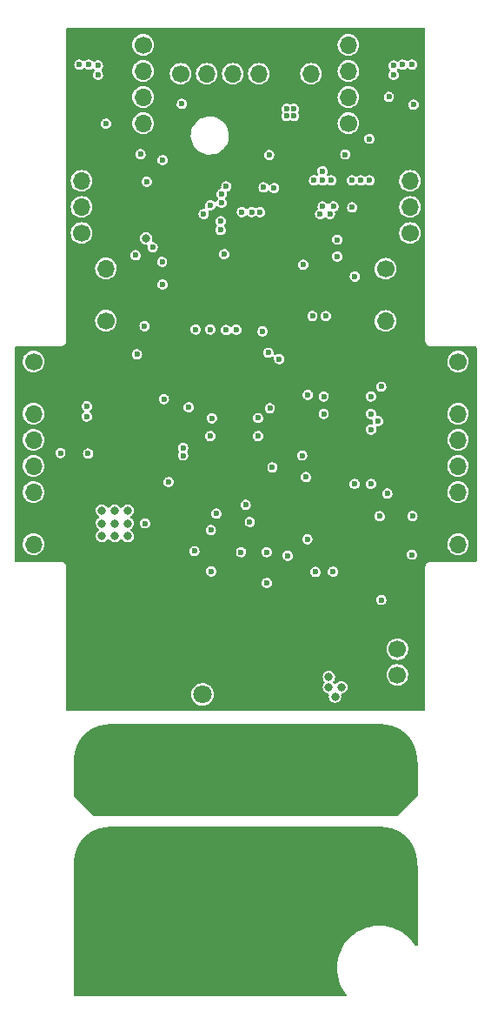
<source format=gbr>
%TF.GenerationSoftware,KiCad,Pcbnew,(6.0.1-0)*%
%TF.CreationDate,2024-02-14T14:00:17+01:00*%
%TF.ProjectId,dcload-control-board,64636c6f-6164-42d6-936f-6e74726f6c2d,rev?*%
%TF.SameCoordinates,Original*%
%TF.FileFunction,Copper,L2,Inr*%
%TF.FilePolarity,Positive*%
%FSLAX46Y46*%
G04 Gerber Fmt 4.6, Leading zero omitted, Abs format (unit mm)*
G04 Created by KiCad (PCBNEW (6.0.1-0)) date 2024-02-14 14:00:17*
%MOMM*%
%LPD*%
G01*
G04 APERTURE LIST*
%TA.AperFunction,ComponentPad*%
%ADD10C,1.700000*%
%TD*%
%TA.AperFunction,ComponentPad*%
%ADD11C,7.500000*%
%TD*%
%TA.AperFunction,ComponentPad*%
%ADD12O,1.700000X1.700000*%
%TD*%
%TA.AperFunction,ComponentPad*%
%ADD13C,1.800000*%
%TD*%
%TA.AperFunction,ViaPad*%
%ADD14C,0.600000*%
%TD*%
%TA.AperFunction,ViaPad*%
%ADD15C,0.800000*%
%TD*%
G04 APERTURE END LIST*
D10*
%TO.N,/3. Input Protection & Voltage Sense/RSEN-*%
%TO.C,J300*%
X164775000Y-115000000D03*
%TO.N,/3. Input Protection & Voltage Sense/RSEN+*%
X164775000Y-117500000D03*
%TD*%
D11*
%TO.N,IN-*%
%TO.C,H301*%
X163000000Y-136000000D03*
%TD*%
D10*
%TO.N,+3V3*%
%TO.C,J202*%
X134000000Y-74500000D03*
D12*
%TO.N,/2. MCU/TX*%
X134000000Y-71960000D03*
%TO.N,/2. MCU/RX*%
X134000000Y-69420000D03*
%TO.N,GND*%
X134000000Y-66880000D03*
%TD*%
D10*
%TO.N,/~{FAULT}*%
%TO.C,J102*%
X163625000Y-77975000D03*
D12*
%TO.N,GND*%
X163625000Y-80515000D03*
%TO.N,/ISET*%
X163625000Y-83055000D03*
%TD*%
D13*
%TO.N,VCC*%
%TO.C,J104*%
X145800000Y-119400000D03*
%TO.N,GND*%
X145800000Y-116860000D03*
%TD*%
D10*
%TO.N,+3V3*%
%TO.C,J201*%
X166000000Y-74500000D03*
D12*
%TO.N,/2. MCU/SWDIO*%
X166000000Y-71960000D03*
%TO.N,/2. MCU/SWCLK*%
X166000000Y-69420000D03*
%TO.N,GND*%
X166000000Y-66880000D03*
%TD*%
D11*
%TO.N,IN-*%
%TO.C,H303*%
X137000000Y-136000000D03*
%TD*%
%TO.N,IN+*%
%TO.C,H300*%
X163000000Y-126000000D03*
%TD*%
D10*
%TO.N,/ISET*%
%TO.C,J103*%
X136375000Y-83025000D03*
D12*
%TO.N,GND*%
X136375000Y-80485000D03*
%TO.N,/~{FAULT}*%
X136375000Y-77945000D03*
%TD*%
D10*
%TO.N,/2. MCU/CMD_MOSI*%
%TO.C,J200*%
X143650000Y-59000000D03*
D12*
%TO.N,/2. MCU/CMD_MISO*%
X146190000Y-59000000D03*
%TO.N,/2. MCU/CMD_SCK*%
X148730000Y-59000000D03*
%TO.N,/2. MCU/CMD_SS*%
X151270000Y-59000000D03*
%TO.N,GND*%
X153810000Y-59000000D03*
%TO.N,Net-(D200-Pad1)*%
X156350000Y-59000000D03*
%TD*%
D11*
%TO.N,IN+*%
%TO.C,H302*%
X137000000Y-126000000D03*
%TD*%
D10*
%TO.N,/NTC_R*%
%TO.C,J101*%
X129320000Y-87000000D03*
D12*
%TO.N,GND*%
X129320000Y-89540000D03*
%TO.N,/EN_R*%
X129320000Y-92080000D03*
%TO.N,/ISET*%
X129320000Y-94620000D03*
%TO.N,/ISEN_R2*%
X129320000Y-97160000D03*
%TO.N,/ISEN_R1*%
X129320000Y-99700000D03*
%TO.N,GND*%
X129320000Y-102240000D03*
%TO.N,+12VA*%
X129320000Y-104780000D03*
%TD*%
D10*
%TO.N,/NTC_L*%
%TO.C,J100*%
X170680000Y-87000000D03*
D12*
%TO.N,GND*%
X170680000Y-89540000D03*
%TO.N,/EN_L*%
X170680000Y-92080000D03*
%TO.N,/ISET*%
X170680000Y-94620000D03*
%TO.N,/ISEN_L2*%
X170680000Y-97160000D03*
%TO.N,/ISEN_L1*%
X170680000Y-99700000D03*
%TO.N,GND*%
X170680000Y-102240000D03*
%TO.N,+12VA*%
X170680000Y-104780000D03*
%TD*%
D10*
%TO.N,/5. Fan Control/FAN1_GND*%
%TO.C,J500*%
X140000000Y-56190000D03*
D12*
%TO.N,/5. Fan Control/FAN1_VCC*%
X140000000Y-58730000D03*
%TO.N,/5. Fan Control/FAN1_TACH_CON*%
X140000000Y-61270000D03*
%TO.N,/5. Fan Control/FAN1_PWM_CON*%
X140000000Y-63810000D03*
%TD*%
D10*
%TO.N,/5. Fan Control/FAN2_PWM_CON*%
%TO.C,J501*%
X160000000Y-63810000D03*
D12*
%TO.N,/5. Fan Control/FAN2_TACH_CON*%
X160000000Y-61270000D03*
%TO.N,/5. Fan Control/FAN2_VCC*%
X160000000Y-58730000D03*
%TO.N,/5. Fan Control/FAN2_GND*%
X160000000Y-56190000D03*
%TD*%
D14*
%TO.N,+12V*%
X164400000Y-59100000D03*
X166200000Y-58100000D03*
D15*
X138500000Y-101500000D03*
D14*
X154700000Y-63100000D03*
X164400000Y-58200000D03*
D15*
X137250000Y-102750000D03*
D14*
X140200000Y-102750000D03*
D15*
X137250000Y-101500000D03*
D14*
X133800000Y-58100000D03*
D15*
X138500000Y-104000000D03*
D14*
X150400000Y-102615000D03*
D15*
X136000000Y-104000000D03*
D14*
X135600000Y-59100000D03*
D15*
X136000000Y-102750000D03*
D14*
X135600000Y-58200000D03*
X154700000Y-62400000D03*
D15*
X137250000Y-104000000D03*
X138500000Y-102750000D03*
D14*
X154000000Y-63100000D03*
X162075000Y-69375000D03*
X154000000Y-62400000D03*
X160350000Y-69375000D03*
X159700000Y-66850000D03*
X165300000Y-58100000D03*
X161225000Y-69375000D03*
D15*
X136000000Y-101500000D03*
D14*
X134700000Y-58100000D03*
D15*
%TO.N,GND*%
X149550000Y-115200000D03*
D14*
X148875000Y-95050000D03*
D15*
X145000000Y-101600000D03*
X149000000Y-80000000D03*
D14*
X135600000Y-56800000D03*
X154500000Y-111500000D03*
X161750000Y-86450000D03*
X160700000Y-101300000D03*
X142400000Y-86225000D03*
D15*
X151000000Y-76000000D03*
D14*
X164500000Y-94350000D03*
X159725000Y-91350000D03*
X142400000Y-82775000D03*
D15*
X150000000Y-78000000D03*
D14*
X161825000Y-103675000D03*
X148100000Y-92750000D03*
X156800000Y-106225000D03*
X140825000Y-79925000D03*
X160375000Y-73350000D03*
X148875000Y-93450000D03*
X159300000Y-90450000D03*
X148750000Y-81225000D03*
X148900000Y-69950000D03*
X135500000Y-92100000D03*
X161050000Y-111000000D03*
X150350000Y-96750000D03*
X161050000Y-87200000D03*
X141700000Y-71050000D03*
X149650000Y-92750000D03*
X147700000Y-78250000D03*
X148000000Y-86800000D03*
D15*
X155500000Y-73000000D03*
D14*
X164650000Y-86950000D03*
X134700000Y-56900000D03*
X139275000Y-79925000D03*
D15*
X147700000Y-106750000D03*
D14*
X160500000Y-90450000D03*
D15*
X155000000Y-80000000D03*
D14*
X161250000Y-67550000D03*
X135600000Y-55900000D03*
X154925000Y-104275000D03*
X158900000Y-73500000D03*
D15*
X150800000Y-114200000D03*
X145500000Y-104000000D03*
X154000000Y-78000000D03*
D14*
X138200000Y-94550000D03*
X147850000Y-96750000D03*
X154500000Y-114500000D03*
X152500000Y-111500000D03*
X145800000Y-86250000D03*
X166200000Y-56900000D03*
X155500000Y-83950000D03*
X164375000Y-64625000D03*
X138200000Y-93200000D03*
X148750000Y-72475000D03*
X156500000Y-111500000D03*
X152500000Y-114500000D03*
X136375000Y-60550000D03*
X164400000Y-56800000D03*
X154500000Y-113000000D03*
X136250000Y-92500000D03*
X153150000Y-87900000D03*
D15*
X143300000Y-104125000D03*
D14*
X137050000Y-98000000D03*
D15*
X151500000Y-80000000D03*
D14*
X152500000Y-113000000D03*
X142050000Y-78150000D03*
X159725000Y-92850000D03*
X163050000Y-86450000D03*
X153075000Y-94150000D03*
X157450000Y-67625000D03*
X150775000Y-66875000D03*
X141550000Y-72000000D03*
X146500000Y-70125000D03*
X163750000Y-108050000D03*
D15*
X150800000Y-111400000D03*
D14*
X162350000Y-87200000D03*
D15*
X150800000Y-112800000D03*
D14*
X133800000Y-56900000D03*
X147300000Y-86250000D03*
D15*
X148900000Y-108350000D03*
D14*
X155250000Y-81225000D03*
X165300000Y-56900000D03*
D15*
X147700000Y-105250000D03*
D14*
X156625000Y-83950000D03*
D15*
X150400000Y-108550000D03*
X153000000Y-75000000D03*
D14*
X159250000Y-67800000D03*
D15*
X150800000Y-110000000D03*
D14*
X143750000Y-73700000D03*
X147975000Y-98725000D03*
X152050000Y-102600000D03*
X140500000Y-72150000D03*
X164400000Y-55900000D03*
X156500000Y-114500000D03*
X164075000Y-91825000D03*
X156500000Y-113000000D03*
D15*
X144100000Y-101100000D03*
D14*
X141850000Y-92250000D03*
X154650000Y-87900000D03*
X141875000Y-75775000D03*
X157050000Y-98250000D03*
X163750000Y-103700000D03*
D15*
X158500000Y-116150000D03*
X153000000Y-73000000D03*
D14*
X160475000Y-93625000D03*
D15*
X144100000Y-102050500D03*
D14*
%TO.N,+3V3*%
X158350000Y-69375000D03*
X158200000Y-72650000D03*
X145900000Y-72650000D03*
X157500000Y-69375000D03*
X146700000Y-92525000D03*
X139750000Y-66825000D03*
X146550000Y-71800000D03*
X160625000Y-78725000D03*
X156500000Y-82575000D03*
X147650000Y-71550000D03*
X148075000Y-83925000D03*
X149075000Y-83900000D03*
X147650000Y-70700000D03*
X157500000Y-71900000D03*
X157600000Y-92100000D03*
D15*
X140275000Y-75000000D03*
D14*
X152275000Y-66900000D03*
X157800000Y-82575000D03*
X156650000Y-69375000D03*
X158550000Y-71900000D03*
X160375000Y-72000000D03*
X157250000Y-72650000D03*
X157600000Y-90400000D03*
X166350000Y-62000000D03*
X157475000Y-68475000D03*
X148100000Y-69950000D03*
X141900000Y-79500000D03*
X146550000Y-94250000D03*
%TO.N,+5VA*%
X134650000Y-95950000D03*
X162200000Y-90400000D03*
X162200000Y-92100000D03*
X134525000Y-92350000D03*
X162200000Y-93625000D03*
X151200000Y-92500000D03*
X158500000Y-107450000D03*
X151200000Y-94250000D03*
X156800000Y-107475000D03*
X143900000Y-95400000D03*
X162875000Y-92800000D03*
X143900000Y-96150000D03*
X134525000Y-91350000D03*
X163200000Y-110200000D03*
X152600000Y-97300000D03*
X155875000Y-98250000D03*
%TO.N,VCC*%
X146650000Y-107415000D03*
X152050000Y-108550000D03*
D15*
%TO.N,+12VA*%
X158100000Y-117700000D03*
D14*
X142025000Y-90650000D03*
X142475000Y-98725000D03*
X154100000Y-105900000D03*
D15*
X158700000Y-119600000D03*
D14*
X156000000Y-104300000D03*
D15*
X158100000Y-118700000D03*
X159300000Y-118700000D03*
D14*
%TO.N,/2. MCU/FAN1_TACH*%
X143775000Y-61925000D03*
X151750000Y-70050000D03*
%TO.N,/2. MCU/FAN2_TACH*%
X163950000Y-61250000D03*
X158925000Y-75150000D03*
%TO.N,/2. MCU/FAN1_PWM*%
X136375000Y-63850000D03*
X149625000Y-72450000D03*
%TO.N,/2. MCU/FAN2_PWM*%
X152763374Y-70113451D03*
X162050000Y-65325000D03*
%TO.N,VREF_ADC*%
X163200000Y-89450000D03*
X144450000Y-91450000D03*
X152350000Y-91550000D03*
D15*
%TO.N,IN-*%
X143000000Y-135200000D03*
X152400000Y-135200000D03*
X157100000Y-135200000D03*
D14*
X166200000Y-105800000D03*
D15*
X147700000Y-135200000D03*
%TO.N,IN+*%
X147700000Y-127500000D03*
X152400000Y-127500000D03*
X143000000Y-127500000D03*
X156300000Y-127500000D03*
D14*
%TO.N,/ISEN_R1*%
X162200000Y-98900000D03*
X140150000Y-83550000D03*
X131950000Y-95900000D03*
%TO.N,/ISEN_L2*%
X166250000Y-102050000D03*
%TO.N,/ISEN_R2*%
X160600000Y-98900000D03*
X139400000Y-86300000D03*
%TO.N,/3. Input Protection & Voltage Sense/RSEN-*%
X150000000Y-100950000D03*
%TO.N,/3. Input Protection & Voltage Sense/RSEN+*%
X147150000Y-101800000D03*
%TO.N,/2. MCU/VSEN_ADC_MISO*%
X155600000Y-77575000D03*
X151650000Y-84050000D03*
%TO.N,/2. MCU/TX*%
X151400000Y-72450000D03*
%TO.N,/2. MCU/RX*%
X150600000Y-72450000D03*
%TO.N,/2. MCU/LED_GRN*%
X140350000Y-69500000D03*
X147550000Y-74200000D03*
%TO.N,/2. MCU/LED_RED*%
X141900000Y-67400000D03*
X147550000Y-73350000D03*
%TO.N,/~{FAULT}*%
X158925000Y-76775000D03*
%TO.N,/EN_R*%
X147900000Y-76550000D03*
X140925000Y-75875000D03*
%TO.N,/2. MCU/VSEN_ADC_SS*%
X153260199Y-86754079D03*
X152200000Y-86150000D03*
%TO.N,/1. Power Supplies/BUCK_SW*%
X145000000Y-105450000D03*
X146600000Y-103400000D03*
%TO.N,/1. Power Supplies/BUCK_EN*%
X149550000Y-105550000D03*
X152050000Y-105550000D03*
%TO.N,/NTC_L*%
X141850000Y-77300000D03*
%TO.N,/NTC_R*%
X139275000Y-76650000D03*
%TO.N,/2. MCU/VSEN_SRC*%
X156050000Y-90250000D03*
X155500000Y-96150000D03*
%TO.N,/2. MCU/ISEN_L1_ADC*%
X146550000Y-83875000D03*
X163800000Y-99850000D03*
%TO.N,/2. MCU/ISEN_L2_ADC*%
X145125000Y-83875000D03*
X163050000Y-102050000D03*
%TD*%
%TA.AperFunction,Conductor*%
%TO.N,IN-*%
G36*
X163062196Y-132269962D02*
G01*
X163093760Y-132294351D01*
X166707064Y-135956484D01*
X166745179Y-136023536D01*
X166750000Y-136061133D01*
X166750000Y-143740008D01*
X166730038Y-143814508D01*
X166675500Y-143869046D01*
X166601000Y-143889008D01*
X166526500Y-143869046D01*
X166472485Y-143815406D01*
X166437134Y-143755152D01*
X166435290Y-143752009D01*
X166199529Y-143427513D01*
X165933228Y-143127571D01*
X165638929Y-142855047D01*
X165319441Y-142612542D01*
X164977813Y-142402371D01*
X164847307Y-142338719D01*
X164620586Y-142228139D01*
X164620581Y-142228137D01*
X164617307Y-142226540D01*
X164241363Y-142086728D01*
X163853570Y-141984269D01*
X163779135Y-141972213D01*
X163461226Y-141920722D01*
X163461217Y-141920721D01*
X163457630Y-141920140D01*
X163454006Y-141919912D01*
X163453997Y-141919911D01*
X163158826Y-141901341D01*
X163129563Y-141899500D01*
X162898894Y-141899500D01*
X162897098Y-141899588D01*
X162897091Y-141899588D01*
X162817228Y-141903494D01*
X162599379Y-141914149D01*
X162595792Y-141914679D01*
X162595789Y-141914679D01*
X162506045Y-141927931D01*
X162202582Y-141972743D01*
X161916054Y-142044182D01*
X161816929Y-142068896D01*
X161816926Y-142068897D01*
X161813396Y-142069777D01*
X161435537Y-142204327D01*
X161432241Y-142205878D01*
X161075916Y-142373551D01*
X161075911Y-142373554D01*
X161072610Y-142375107D01*
X161069480Y-142376973D01*
X161069476Y-142376975D01*
X161023659Y-142404288D01*
X160728081Y-142580488D01*
X160405238Y-142818508D01*
X160107163Y-143086896D01*
X159836700Y-143383091D01*
X159596432Y-143704264D01*
X159388651Y-144047351D01*
X159215342Y-144409076D01*
X159078157Y-144785987D01*
X158978408Y-145174486D01*
X158917045Y-145570864D01*
X158894655Y-145971339D01*
X158911451Y-146372087D01*
X158967274Y-146769284D01*
X159061589Y-147159137D01*
X159193498Y-147537927D01*
X159361740Y-147902036D01*
X159363574Y-147905161D01*
X159363575Y-147905164D01*
X159528097Y-148185585D01*
X159564710Y-148247991D01*
X159566850Y-148250936D01*
X159566851Y-148250938D01*
X159793883Y-148563420D01*
X159821524Y-148635425D01*
X159809458Y-148711604D01*
X159760920Y-148771543D01*
X159688915Y-148799184D01*
X159673340Y-148800000D01*
X133399000Y-148800000D01*
X133324500Y-148780038D01*
X133269962Y-148725500D01*
X133250000Y-148651000D01*
X133250000Y-136061718D01*
X133269962Y-135987218D01*
X133293641Y-135956359D01*
X136956359Y-132293641D01*
X137023154Y-132255077D01*
X137061718Y-132250000D01*
X162987696Y-132250000D01*
X163062196Y-132269962D01*
G37*
%TD.AperFunction*%
%TD*%
%TA.AperFunction,Conductor*%
%TO.N,IN+*%
G36*
X163012782Y-122269962D02*
G01*
X163043641Y-122293641D01*
X166706359Y-125956359D01*
X166744923Y-126023154D01*
X166750000Y-126061718D01*
X166750000Y-129188282D01*
X166730038Y-129262782D01*
X166706359Y-129293641D01*
X164793641Y-131206359D01*
X164726846Y-131244923D01*
X164688282Y-131250000D01*
X135311718Y-131250000D01*
X135237218Y-131230038D01*
X135206359Y-131206359D01*
X133293641Y-129293641D01*
X133255077Y-129226846D01*
X133250000Y-129188282D01*
X133250000Y-126061718D01*
X133269962Y-125987218D01*
X133293641Y-125956359D01*
X136956359Y-122293641D01*
X137023154Y-122255077D01*
X137061718Y-122250000D01*
X162938282Y-122250000D01*
X163012782Y-122269962D01*
G37*
%TD.AperFunction*%
%TD*%
%TA.AperFunction,Conductor*%
%TO.N,GND*%
G36*
X167425500Y-54519962D02*
G01*
X167480038Y-54574500D01*
X167500000Y-54649000D01*
X167500000Y-84991534D01*
X167499997Y-84992444D01*
X167499532Y-85068556D01*
X167502448Y-85078759D01*
X167507051Y-85094866D01*
X167511281Y-85114680D01*
X167515162Y-85141777D01*
X167524841Y-85163066D01*
X167532464Y-85183785D01*
X167538889Y-85206265D01*
X167544554Y-85215243D01*
X167544556Y-85215248D01*
X167553495Y-85229416D01*
X167563116Y-85247246D01*
X167574442Y-85272156D01*
X167581371Y-85280197D01*
X167581372Y-85280199D01*
X167589703Y-85289868D01*
X167602841Y-85307623D01*
X167609648Y-85318412D01*
X167609650Y-85318415D01*
X167615315Y-85327393D01*
X167623275Y-85334423D01*
X167635821Y-85345504D01*
X167650063Y-85359920D01*
X167661001Y-85372614D01*
X167661004Y-85372617D01*
X167667932Y-85380657D01*
X167687563Y-85393381D01*
X167705145Y-85406727D01*
X167714711Y-85415176D01*
X167714713Y-85415177D01*
X167722666Y-85422201D01*
X167747434Y-85433830D01*
X167765146Y-85443668D01*
X167788117Y-85458557D01*
X167798286Y-85461598D01*
X167798288Y-85461599D01*
X167810520Y-85465257D01*
X167831146Y-85473133D01*
X167852311Y-85483070D01*
X167871091Y-85485994D01*
X167879355Y-85487281D01*
X167899119Y-85491753D01*
X167915162Y-85496551D01*
X167915164Y-85496551D01*
X167925335Y-85499593D01*
X167935952Y-85499658D01*
X167935954Y-85499658D01*
X167947134Y-85499726D01*
X167959349Y-85499800D01*
X167959921Y-85499824D01*
X167961047Y-85500000D01*
X167991534Y-85500000D01*
X167992444Y-85500003D01*
X168068556Y-85500468D01*
X168069929Y-85500076D01*
X168071042Y-85500000D01*
X172351000Y-85500000D01*
X172425500Y-85519962D01*
X172480038Y-85574500D01*
X172500000Y-85649000D01*
X172500000Y-106351000D01*
X172480038Y-106425500D01*
X172425500Y-106480038D01*
X172351000Y-106500000D01*
X168008466Y-106500000D01*
X168007556Y-106499997D01*
X168007449Y-106499996D01*
X167931444Y-106499532D01*
X167921240Y-106502448D01*
X167921241Y-106502448D01*
X167905134Y-106507051D01*
X167885320Y-106511281D01*
X167877881Y-106512347D01*
X167858223Y-106515162D01*
X167836934Y-106524841D01*
X167816215Y-106532464D01*
X167793735Y-106538889D01*
X167784757Y-106544554D01*
X167784752Y-106544556D01*
X167770584Y-106553495D01*
X167752754Y-106563116D01*
X167727844Y-106574442D01*
X167719803Y-106581371D01*
X167719801Y-106581372D01*
X167710132Y-106589703D01*
X167692377Y-106602841D01*
X167681588Y-106609648D01*
X167681585Y-106609650D01*
X167672607Y-106615315D01*
X167665577Y-106623275D01*
X167654496Y-106635821D01*
X167640080Y-106650063D01*
X167627386Y-106661001D01*
X167627383Y-106661004D01*
X167619343Y-106667932D01*
X167606619Y-106687563D01*
X167593275Y-106705142D01*
X167577799Y-106722666D01*
X167570833Y-106737503D01*
X167566173Y-106747429D01*
X167556332Y-106765146D01*
X167541443Y-106788117D01*
X167538402Y-106798286D01*
X167538401Y-106798288D01*
X167534743Y-106810520D01*
X167526867Y-106831146D01*
X167516930Y-106852311D01*
X167515297Y-106862800D01*
X167512719Y-106879355D01*
X167508247Y-106899119D01*
X167503526Y-106914907D01*
X167500407Y-106925335D01*
X167500202Y-106959090D01*
X167500200Y-106959341D01*
X167500176Y-106959921D01*
X167500000Y-106961047D01*
X167500000Y-106991534D01*
X167499997Y-106992444D01*
X167499532Y-107068556D01*
X167499924Y-107069929D01*
X167500000Y-107071042D01*
X167500000Y-120851000D01*
X167480038Y-120925500D01*
X167425500Y-120980038D01*
X167351000Y-121000000D01*
X132649000Y-121000000D01*
X132574500Y-120980038D01*
X132519962Y-120925500D01*
X132500000Y-120851000D01*
X132500000Y-119371069D01*
X144695164Y-119371069D01*
X144699181Y-119432354D01*
X144700564Y-119453452D01*
X144708392Y-119572894D01*
X144758178Y-119768928D01*
X144761036Y-119775128D01*
X144761038Y-119775133D01*
X144839995Y-119946402D01*
X144842856Y-119952607D01*
X144959588Y-120117780D01*
X144964484Y-120122549D01*
X144964487Y-120122553D01*
X145099569Y-120254143D01*
X145104466Y-120258913D01*
X145272637Y-120371282D01*
X145458470Y-120451122D01*
X145655740Y-120495760D01*
X145662562Y-120496028D01*
X145851013Y-120503432D01*
X145851016Y-120503432D01*
X145857842Y-120503700D01*
X146058007Y-120474678D01*
X146249531Y-120409664D01*
X146426001Y-120310837D01*
X146581505Y-120181505D01*
X146710837Y-120026001D01*
X146809664Y-119849531D01*
X146874678Y-119658007D01*
X146903700Y-119457842D01*
X146905215Y-119400000D01*
X146895155Y-119290513D01*
X146887333Y-119205393D01*
X146886708Y-119198591D01*
X146831807Y-119003926D01*
X146821776Y-118983584D01*
X146745370Y-118828649D01*
X146742351Y-118822527D01*
X146738270Y-118817062D01*
X146738267Y-118817057D01*
X146650856Y-118700000D01*
X157494318Y-118700000D01*
X157514956Y-118856762D01*
X157575464Y-119002841D01*
X157671718Y-119128282D01*
X157797159Y-119224536D01*
X157943238Y-119285044D01*
X157952917Y-119286318D01*
X157952920Y-119286319D01*
X157984778Y-119290513D01*
X158056035Y-119320029D01*
X158102987Y-119381219D01*
X158113054Y-119457686D01*
X158094318Y-119600000D01*
X158114956Y-119756762D01*
X158118693Y-119765784D01*
X158122566Y-119775133D01*
X158175464Y-119902841D01*
X158271718Y-120028282D01*
X158397159Y-120124536D01*
X158543238Y-120185044D01*
X158552919Y-120186319D01*
X158552921Y-120186319D01*
X158690315Y-120204407D01*
X158700000Y-120205682D01*
X158709685Y-120204407D01*
X158847079Y-120186319D01*
X158847081Y-120186319D01*
X158856762Y-120185044D01*
X159002841Y-120124536D01*
X159128282Y-120028282D01*
X159224536Y-119902841D01*
X159277435Y-119775133D01*
X159281307Y-119765784D01*
X159285044Y-119756762D01*
X159305682Y-119600000D01*
X159286946Y-119457686D01*
X159297013Y-119381218D01*
X159343966Y-119320028D01*
X159415222Y-119290513D01*
X159447080Y-119286319D01*
X159447083Y-119286318D01*
X159456762Y-119285044D01*
X159602841Y-119224536D01*
X159728282Y-119128282D01*
X159824536Y-119002841D01*
X159885044Y-118856762D01*
X159905682Y-118700000D01*
X159885044Y-118543238D01*
X159824536Y-118397159D01*
X159728282Y-118271718D01*
X159602841Y-118175464D01*
X159456762Y-118114956D01*
X159447081Y-118113681D01*
X159447079Y-118113681D01*
X159309685Y-118095593D01*
X159300000Y-118094318D01*
X159290315Y-118095593D01*
X159152921Y-118113681D01*
X159152919Y-118113681D01*
X159143238Y-118114956D01*
X158997159Y-118175464D01*
X158871718Y-118271718D01*
X158865772Y-118279467D01*
X158818210Y-118341451D01*
X158757020Y-118388404D01*
X158680552Y-118398471D01*
X158609295Y-118368956D01*
X158581791Y-118341452D01*
X158542852Y-118290706D01*
X158513336Y-118219449D01*
X158523403Y-118142981D01*
X158542851Y-118109295D01*
X158618590Y-118010590D01*
X158624536Y-118002841D01*
X158685044Y-117856762D01*
X158705682Y-117700000D01*
X158685044Y-117543238D01*
X158661030Y-117485262D01*
X163719520Y-117485262D01*
X163736759Y-117690553D01*
X163793544Y-117888586D01*
X163887712Y-118071818D01*
X164015677Y-118233270D01*
X164021223Y-118237990D01*
X164142791Y-118341452D01*
X164172564Y-118366791D01*
X164352398Y-118467297D01*
X164548329Y-118530959D01*
X164603907Y-118537586D01*
X164745662Y-118554489D01*
X164745665Y-118554489D01*
X164752894Y-118555351D01*
X164914918Y-118542884D01*
X164951036Y-118540105D01*
X164951037Y-118540105D01*
X164958300Y-118539546D01*
X165062819Y-118510364D01*
X165149707Y-118486105D01*
X165149712Y-118486103D01*
X165156725Y-118484145D01*
X165163226Y-118480861D01*
X165163229Y-118480860D01*
X165334105Y-118394544D01*
X165334106Y-118394544D01*
X165340610Y-118391258D01*
X165502951Y-118264424D01*
X165637564Y-118108472D01*
X165655140Y-118077533D01*
X165735724Y-117935680D01*
X165735725Y-117935677D01*
X165739323Y-117929344D01*
X165804351Y-117733863D01*
X165807406Y-117709685D01*
X165829649Y-117533603D01*
X165830171Y-117529474D01*
X165830583Y-117500000D01*
X165810480Y-117294970D01*
X165773270Y-117171726D01*
X165753041Y-117104724D01*
X165753041Y-117104723D01*
X165750935Y-117097749D01*
X165747405Y-117091109D01*
X165740316Y-117077778D01*
X165654218Y-116915849D01*
X165644253Y-116903630D01*
X165528612Y-116761841D01*
X165528610Y-116761839D01*
X165524011Y-116756200D01*
X165518401Y-116751559D01*
X165518398Y-116751556D01*
X165370890Y-116629527D01*
X165370889Y-116629526D01*
X165365275Y-116624882D01*
X165358871Y-116621420D01*
X165358869Y-116621418D01*
X165190468Y-116530364D01*
X165190464Y-116530362D01*
X165184055Y-116526897D01*
X164987254Y-116465977D01*
X164980008Y-116465215D01*
X164980006Y-116465215D01*
X164789610Y-116445204D01*
X164789609Y-116445204D01*
X164782369Y-116444443D01*
X164577203Y-116463114D01*
X164570214Y-116465171D01*
X164386560Y-116519223D01*
X164386557Y-116519224D01*
X164379572Y-116521280D01*
X164373117Y-116524655D01*
X164373116Y-116524655D01*
X164362196Y-116530364D01*
X164197002Y-116616726D01*
X164036447Y-116745815D01*
X164031763Y-116751397D01*
X164031760Y-116751400D01*
X163908707Y-116898049D01*
X163904024Y-116903630D01*
X163804776Y-117084162D01*
X163802573Y-117091106D01*
X163802572Y-117091109D01*
X163793822Y-117118693D01*
X163742484Y-117280532D01*
X163741671Y-117287776D01*
X163741671Y-117287778D01*
X163740051Y-117302223D01*
X163719520Y-117485262D01*
X158661030Y-117485262D01*
X158624536Y-117397159D01*
X158528282Y-117271718D01*
X158402841Y-117175464D01*
X158256762Y-117114956D01*
X158247081Y-117113681D01*
X158247079Y-117113681D01*
X158109685Y-117095593D01*
X158100000Y-117094318D01*
X158090315Y-117095593D01*
X157952921Y-117113681D01*
X157952919Y-117113681D01*
X157943238Y-117114956D01*
X157797159Y-117175464D01*
X157671718Y-117271718D01*
X157575464Y-117397159D01*
X157514956Y-117543238D01*
X157494318Y-117700000D01*
X157514956Y-117856762D01*
X157575464Y-118002841D01*
X157581410Y-118010590D01*
X157657149Y-118109295D01*
X157686664Y-118180552D01*
X157676597Y-118257020D01*
X157657150Y-118290704D01*
X157575464Y-118397159D01*
X157514956Y-118543238D01*
X157494318Y-118700000D01*
X146650856Y-118700000D01*
X146625423Y-118665941D01*
X146625421Y-118665939D01*
X146621335Y-118660467D01*
X146472812Y-118523174D01*
X146301757Y-118415246D01*
X146295417Y-118412717D01*
X146295412Y-118412714D01*
X146120235Y-118342826D01*
X146120233Y-118342825D01*
X146113898Y-118340298D01*
X145915526Y-118300839D01*
X145815810Y-118299534D01*
X145720120Y-118298281D01*
X145720115Y-118298281D01*
X145713286Y-118298192D01*
X145706553Y-118299349D01*
X145706552Y-118299349D01*
X145520680Y-118331287D01*
X145520676Y-118331288D01*
X145513949Y-118332444D01*
X145324193Y-118402449D01*
X145150371Y-118505862D01*
X144998305Y-118639220D01*
X144994078Y-118644582D01*
X144994077Y-118644583D01*
X144916367Y-118743159D01*
X144873089Y-118798057D01*
X144778914Y-118977053D01*
X144718937Y-119170213D01*
X144695164Y-119371069D01*
X132500000Y-119371069D01*
X132500000Y-114985262D01*
X163719520Y-114985262D01*
X163736759Y-115190553D01*
X163793544Y-115388586D01*
X163887712Y-115571818D01*
X164015677Y-115733270D01*
X164172564Y-115866791D01*
X164352398Y-115967297D01*
X164548329Y-116030959D01*
X164603907Y-116037586D01*
X164745662Y-116054489D01*
X164745665Y-116054489D01*
X164752894Y-116055351D01*
X164914918Y-116042884D01*
X164951036Y-116040105D01*
X164951037Y-116040105D01*
X164958300Y-116039546D01*
X165026016Y-116020639D01*
X165149707Y-115986105D01*
X165149712Y-115986103D01*
X165156725Y-115984145D01*
X165163226Y-115980861D01*
X165163229Y-115980860D01*
X165334105Y-115894544D01*
X165334106Y-115894544D01*
X165340610Y-115891258D01*
X165502951Y-115764424D01*
X165637564Y-115608472D01*
X165655140Y-115577533D01*
X165735724Y-115435680D01*
X165735725Y-115435677D01*
X165739323Y-115429344D01*
X165804351Y-115233863D01*
X165830171Y-115029474D01*
X165830583Y-115000000D01*
X165810480Y-114794970D01*
X165750935Y-114597749D01*
X165747405Y-114591109D01*
X165740316Y-114577778D01*
X165654218Y-114415849D01*
X165644253Y-114403630D01*
X165528612Y-114261841D01*
X165528610Y-114261839D01*
X165524011Y-114256200D01*
X165518401Y-114251559D01*
X165518398Y-114251556D01*
X165370890Y-114129527D01*
X165370889Y-114129526D01*
X165365275Y-114124882D01*
X165358871Y-114121420D01*
X165358869Y-114121418D01*
X165190468Y-114030364D01*
X165190464Y-114030362D01*
X165184055Y-114026897D01*
X164987254Y-113965977D01*
X164980008Y-113965215D01*
X164980006Y-113965215D01*
X164789610Y-113945204D01*
X164789609Y-113945204D01*
X164782369Y-113944443D01*
X164577203Y-113963114D01*
X164570214Y-113965171D01*
X164386560Y-114019223D01*
X164386557Y-114019224D01*
X164379572Y-114021280D01*
X164373117Y-114024655D01*
X164373116Y-114024655D01*
X164362196Y-114030364D01*
X164197002Y-114116726D01*
X164036447Y-114245815D01*
X164031763Y-114251397D01*
X164031760Y-114251400D01*
X163908707Y-114398049D01*
X163904024Y-114403630D01*
X163804776Y-114584162D01*
X163802573Y-114591106D01*
X163802572Y-114591109D01*
X163800466Y-114597749D01*
X163742484Y-114780532D01*
X163741671Y-114787776D01*
X163741671Y-114787778D01*
X163740051Y-114802223D01*
X163719520Y-114985262D01*
X132500000Y-114985262D01*
X132500000Y-110193823D01*
X162694391Y-110193823D01*
X162712980Y-110335979D01*
X162770720Y-110467203D01*
X162862970Y-110576948D01*
X162982313Y-110656390D01*
X162992442Y-110659554D01*
X162992443Y-110659555D01*
X163015804Y-110666853D01*
X163119157Y-110699142D01*
X163129764Y-110699336D01*
X163129767Y-110699337D01*
X163192020Y-110700478D01*
X163262499Y-110701770D01*
X163315543Y-110687308D01*
X163390574Y-110666853D01*
X163390577Y-110666852D01*
X163400817Y-110664060D01*
X163409862Y-110658506D01*
X163409865Y-110658505D01*
X163513942Y-110594601D01*
X163522991Y-110589045D01*
X163561697Y-110546283D01*
X163612077Y-110490624D01*
X163612078Y-110490622D01*
X163619200Y-110482754D01*
X163681710Y-110353733D01*
X163705496Y-110212354D01*
X163705647Y-110200000D01*
X163685323Y-110058082D01*
X163655654Y-109992827D01*
X163630378Y-109937235D01*
X163630376Y-109937232D01*
X163625984Y-109927572D01*
X163619058Y-109919534D01*
X163619056Y-109919531D01*
X163579192Y-109873267D01*
X163532400Y-109818963D01*
X163523496Y-109813192D01*
X163523493Y-109813189D01*
X163456723Y-109769911D01*
X163412095Y-109740985D01*
X163365284Y-109726986D01*
X163284912Y-109702949D01*
X163284910Y-109702949D01*
X163274739Y-109699907D01*
X163264121Y-109699842D01*
X163264120Y-109699842D01*
X163204650Y-109699479D01*
X163131376Y-109699031D01*
X163121171Y-109701948D01*
X163121168Y-109701948D01*
X163003731Y-109735512D01*
X163003729Y-109735513D01*
X162993529Y-109738428D01*
X162984556Y-109744090D01*
X162984555Y-109744090D01*
X162901296Y-109796623D01*
X162872280Y-109814930D01*
X162865256Y-109822884D01*
X162865254Y-109822885D01*
X162818525Y-109875796D01*
X162777377Y-109922388D01*
X162716447Y-110052163D01*
X162694391Y-110193823D01*
X132500000Y-110193823D01*
X132500000Y-108543823D01*
X151544391Y-108543823D01*
X151562980Y-108685979D01*
X151620720Y-108817203D01*
X151712970Y-108926948D01*
X151832313Y-109006390D01*
X151842442Y-109009554D01*
X151842443Y-109009555D01*
X151865804Y-109016853D01*
X151969157Y-109049142D01*
X151979764Y-109049336D01*
X151979767Y-109049337D01*
X152042020Y-109050478D01*
X152112499Y-109051770D01*
X152165543Y-109037308D01*
X152240574Y-109016853D01*
X152240577Y-109016852D01*
X152250817Y-109014060D01*
X152259862Y-109008506D01*
X152259865Y-109008505D01*
X152363942Y-108944601D01*
X152372991Y-108939045D01*
X152411697Y-108896283D01*
X152462077Y-108840624D01*
X152462078Y-108840622D01*
X152469200Y-108832754D01*
X152531710Y-108703733D01*
X152555496Y-108562354D01*
X152555647Y-108550000D01*
X152535323Y-108408082D01*
X152505653Y-108342827D01*
X152480378Y-108287235D01*
X152480376Y-108287232D01*
X152475984Y-108277572D01*
X152469058Y-108269534D01*
X152469056Y-108269531D01*
X152429192Y-108223267D01*
X152382400Y-108168963D01*
X152373496Y-108163192D01*
X152373493Y-108163189D01*
X152306723Y-108119911D01*
X152262095Y-108090985D01*
X152215284Y-108076986D01*
X152134912Y-108052949D01*
X152134910Y-108052949D01*
X152124739Y-108049907D01*
X152114121Y-108049842D01*
X152114120Y-108049842D01*
X152054650Y-108049479D01*
X151981376Y-108049031D01*
X151971171Y-108051948D01*
X151971168Y-108051948D01*
X151853731Y-108085512D01*
X151853729Y-108085513D01*
X151843529Y-108088428D01*
X151834556Y-108094090D01*
X151834555Y-108094090D01*
X151751296Y-108146623D01*
X151722280Y-108164930D01*
X151715256Y-108172884D01*
X151715254Y-108172885D01*
X151668525Y-108225796D01*
X151627377Y-108272388D01*
X151566447Y-108402163D01*
X151544391Y-108543823D01*
X132500000Y-108543823D01*
X132500000Y-107408823D01*
X146144391Y-107408823D01*
X146153797Y-107480754D01*
X146156261Y-107499593D01*
X146162980Y-107550979D01*
X146220720Y-107682203D01*
X146312970Y-107791948D01*
X146353345Y-107818824D01*
X146390902Y-107843824D01*
X146432313Y-107871390D01*
X146442442Y-107874554D01*
X146442443Y-107874555D01*
X146465804Y-107881853D01*
X146569157Y-107914142D01*
X146579764Y-107914336D01*
X146579767Y-107914337D01*
X146642020Y-107915478D01*
X146712499Y-107916770D01*
X146765543Y-107902308D01*
X146840574Y-107881853D01*
X146840577Y-107881852D01*
X146850817Y-107879060D01*
X146859862Y-107873506D01*
X146859865Y-107873505D01*
X146963942Y-107809601D01*
X146972991Y-107804045D01*
X147028967Y-107742203D01*
X147062077Y-107705624D01*
X147062078Y-107705622D01*
X147069200Y-107697754D01*
X147131710Y-107568733D01*
X147143307Y-107499803D01*
X147148519Y-107468823D01*
X156294391Y-107468823D01*
X156297009Y-107488843D01*
X156308705Y-107578284D01*
X156312980Y-107610979D01*
X156370720Y-107742203D01*
X156462970Y-107851948D01*
X156492177Y-107871390D01*
X156560475Y-107916853D01*
X156582313Y-107931390D01*
X156592442Y-107934554D01*
X156592443Y-107934555D01*
X156615804Y-107941853D01*
X156719157Y-107974142D01*
X156729764Y-107974336D01*
X156729767Y-107974337D01*
X156792020Y-107975478D01*
X156862499Y-107976770D01*
X156915543Y-107962308D01*
X156990574Y-107941853D01*
X156990577Y-107941852D01*
X157000817Y-107939060D01*
X157009862Y-107933506D01*
X157009865Y-107933505D01*
X157113942Y-107869601D01*
X157122991Y-107864045D01*
X157184425Y-107796173D01*
X157212077Y-107765624D01*
X157212078Y-107765622D01*
X157219200Y-107757754D01*
X157281710Y-107628733D01*
X157290198Y-107578284D01*
X157304542Y-107493027D01*
X157304543Y-107493021D01*
X157305496Y-107487354D01*
X157305647Y-107475000D01*
X157301182Y-107443823D01*
X157994391Y-107443823D01*
X158000278Y-107488843D01*
X158007027Y-107540451D01*
X158012980Y-107585979D01*
X158070720Y-107717203D01*
X158077551Y-107725330D01*
X158077552Y-107725331D01*
X158137101Y-107796173D01*
X158162970Y-107826948D01*
X158282313Y-107906390D01*
X158292442Y-107909554D01*
X158292443Y-107909555D01*
X158307126Y-107914142D01*
X158419157Y-107949142D01*
X158429764Y-107949336D01*
X158429767Y-107949337D01*
X158492020Y-107950478D01*
X158562499Y-107951770D01*
X158637252Y-107931390D01*
X158690574Y-107916853D01*
X158690577Y-107916852D01*
X158700817Y-107914060D01*
X158709862Y-107908506D01*
X158709865Y-107908505D01*
X158813942Y-107844601D01*
X158822991Y-107839045D01*
X158889448Y-107765624D01*
X158912077Y-107740624D01*
X158912078Y-107740622D01*
X158919200Y-107732754D01*
X158981710Y-107603733D01*
X158986468Y-107575451D01*
X159004542Y-107468027D01*
X159004543Y-107468021D01*
X159005496Y-107462354D01*
X159005647Y-107450000D01*
X158998926Y-107403069D01*
X158986828Y-107318590D01*
X158986828Y-107318589D01*
X158985323Y-107308082D01*
X158953458Y-107237999D01*
X158930378Y-107187235D01*
X158930376Y-107187232D01*
X158925984Y-107177572D01*
X158919058Y-107169534D01*
X158919056Y-107169531D01*
X158868287Y-107110612D01*
X158832400Y-107068963D01*
X158823496Y-107063192D01*
X158823493Y-107063189D01*
X158742221Y-107010512D01*
X158712095Y-106990985D01*
X158655622Y-106974096D01*
X158584912Y-106952949D01*
X158584910Y-106952949D01*
X158574739Y-106949907D01*
X158564121Y-106949842D01*
X158564120Y-106949842D01*
X158504650Y-106949479D01*
X158431376Y-106949031D01*
X158421171Y-106951948D01*
X158421168Y-106951948D01*
X158303731Y-106985512D01*
X158303729Y-106985513D01*
X158293529Y-106988428D01*
X158284556Y-106994090D01*
X158284555Y-106994090D01*
X158244932Y-107019090D01*
X158172280Y-107064930D01*
X158165256Y-107072884D01*
X158165254Y-107072885D01*
X158131935Y-107110612D01*
X158077377Y-107172388D01*
X158016447Y-107302163D01*
X158014814Y-107312651D01*
X157996072Y-107433027D01*
X157994391Y-107443823D01*
X157301182Y-107443823D01*
X157286828Y-107343590D01*
X157286828Y-107343589D01*
X157285323Y-107333082D01*
X157242092Y-107237999D01*
X157230378Y-107212235D01*
X157230376Y-107212232D01*
X157225984Y-107202572D01*
X157219058Y-107194534D01*
X157219056Y-107194531D01*
X157173599Y-107141777D01*
X157132400Y-107093963D01*
X157123496Y-107088192D01*
X157123493Y-107088189D01*
X157045882Y-107037885D01*
X157012095Y-107015985D01*
X156933379Y-106992444D01*
X156884912Y-106977949D01*
X156884910Y-106977949D01*
X156874739Y-106974907D01*
X156864121Y-106974842D01*
X156864120Y-106974842D01*
X156804650Y-106974479D01*
X156731376Y-106974031D01*
X156721171Y-106976948D01*
X156721168Y-106976948D01*
X156603731Y-107010512D01*
X156603729Y-107010513D01*
X156593529Y-107013428D01*
X156584556Y-107019090D01*
X156584555Y-107019090D01*
X156520880Y-107059266D01*
X156472280Y-107089930D01*
X156465256Y-107097884D01*
X156465254Y-107097885D01*
X156432890Y-107134531D01*
X156377377Y-107197388D01*
X156316447Y-107327163D01*
X156314814Y-107337651D01*
X156296294Y-107456602D01*
X156294391Y-107468823D01*
X147148519Y-107468823D01*
X147154542Y-107433027D01*
X147154543Y-107433021D01*
X147155496Y-107427354D01*
X147155647Y-107415000D01*
X147140335Y-107308082D01*
X147136828Y-107283590D01*
X147136828Y-107283589D01*
X147135323Y-107273082D01*
X147092489Y-107178873D01*
X147080378Y-107152235D01*
X147080376Y-107152232D01*
X147075984Y-107142572D01*
X147069058Y-107134534D01*
X147069056Y-107134531D01*
X147017471Y-107074665D01*
X146982400Y-107033963D01*
X146973496Y-107028192D01*
X146973493Y-107028189D01*
X146891288Y-106974907D01*
X146862095Y-106955985D01*
X146795116Y-106935954D01*
X146734912Y-106917949D01*
X146734910Y-106917949D01*
X146724739Y-106914907D01*
X146714121Y-106914842D01*
X146714120Y-106914842D01*
X146654650Y-106914479D01*
X146581376Y-106914031D01*
X146571171Y-106916948D01*
X146571168Y-106916948D01*
X146453731Y-106950512D01*
X146453729Y-106950513D01*
X146443529Y-106953428D01*
X146434556Y-106959090D01*
X146434555Y-106959090D01*
X146426583Y-106964120D01*
X146322280Y-107029930D01*
X146315256Y-107037884D01*
X146315254Y-107037885D01*
X146292907Y-107063189D01*
X146227377Y-107137388D01*
X146166447Y-107267163D01*
X146164814Y-107277651D01*
X146154548Y-107343590D01*
X146144391Y-107408823D01*
X132500000Y-107408823D01*
X132500000Y-107008466D01*
X132500003Y-107007556D01*
X132500295Y-106959785D01*
X132500468Y-106931444D01*
X132492949Y-106905134D01*
X132488719Y-106885320D01*
X132486342Y-106868725D01*
X132484838Y-106858223D01*
X132475159Y-106836934D01*
X132467535Y-106816213D01*
X132464028Y-106803942D01*
X132461111Y-106793735D01*
X132455446Y-106784757D01*
X132455444Y-106784752D01*
X132446505Y-106770584D01*
X132436881Y-106752749D01*
X132425558Y-106727844D01*
X132414242Y-106714711D01*
X132410297Y-106710132D01*
X132397159Y-106692377D01*
X132390352Y-106681588D01*
X132390350Y-106681585D01*
X132384685Y-106672607D01*
X132376725Y-106665577D01*
X132364179Y-106654496D01*
X132349937Y-106640080D01*
X132338999Y-106627386D01*
X132338996Y-106627383D01*
X132332068Y-106619343D01*
X132312437Y-106606619D01*
X132294855Y-106593273D01*
X132285289Y-106584824D01*
X132285287Y-106584823D01*
X132277334Y-106577799D01*
X132252566Y-106566170D01*
X132234854Y-106556332D01*
X132220790Y-106547216D01*
X132220789Y-106547215D01*
X132211883Y-106541443D01*
X132201714Y-106538402D01*
X132201712Y-106538401D01*
X132189480Y-106534743D01*
X132168854Y-106526867D01*
X132147689Y-106516930D01*
X132126675Y-106513658D01*
X132120645Y-106512719D01*
X132100881Y-106508247D01*
X132084838Y-106503449D01*
X132084836Y-106503449D01*
X132074665Y-106500407D01*
X132064048Y-106500342D01*
X132064046Y-106500342D01*
X132052866Y-106500274D01*
X132040651Y-106500200D01*
X132040079Y-106500176D01*
X132038953Y-106500000D01*
X132008466Y-106500000D01*
X132007556Y-106499997D01*
X132007509Y-106499997D01*
X131931444Y-106499532D01*
X131930071Y-106499924D01*
X131928958Y-106500000D01*
X127649000Y-106500000D01*
X127574500Y-106480038D01*
X127519962Y-106425500D01*
X127500000Y-106351000D01*
X127500000Y-104765262D01*
X128264520Y-104765262D01*
X128281759Y-104970553D01*
X128338544Y-105168586D01*
X128432712Y-105351818D01*
X128560677Y-105513270D01*
X128566223Y-105517990D01*
X128706336Y-105637235D01*
X128717564Y-105646791D01*
X128897398Y-105747297D01*
X129093329Y-105810959D01*
X129145695Y-105817203D01*
X129290662Y-105834489D01*
X129290665Y-105834489D01*
X129297894Y-105835351D01*
X129459918Y-105822884D01*
X129496036Y-105820105D01*
X129496037Y-105820105D01*
X129503300Y-105819546D01*
X129573306Y-105800000D01*
X129694707Y-105766105D01*
X129694712Y-105766103D01*
X129701725Y-105764145D01*
X129708226Y-105760861D01*
X129708229Y-105760860D01*
X129879105Y-105674544D01*
X129879106Y-105674544D01*
X129885610Y-105671258D01*
X129982323Y-105595698D01*
X130042208Y-105548911D01*
X130042209Y-105548910D01*
X130047951Y-105544424D01*
X130134787Y-105443823D01*
X144494391Y-105443823D01*
X144503689Y-105514930D01*
X144510633Y-105568027D01*
X144512980Y-105585979D01*
X144570720Y-105717203D01*
X144577551Y-105725330D01*
X144577552Y-105725331D01*
X144654778Y-105817203D01*
X144662970Y-105826948D01*
X144722642Y-105866669D01*
X144772714Y-105900000D01*
X144782313Y-105906390D01*
X144792442Y-105909554D01*
X144792443Y-105909555D01*
X144822113Y-105918824D01*
X144919157Y-105949142D01*
X144929764Y-105949336D01*
X144929767Y-105949337D01*
X144992020Y-105950478D01*
X145062499Y-105951770D01*
X145115543Y-105937308D01*
X145190574Y-105916853D01*
X145190577Y-105916852D01*
X145200817Y-105914060D01*
X145209862Y-105908506D01*
X145209865Y-105908505D01*
X145313942Y-105844601D01*
X145322991Y-105839045D01*
X145363924Y-105793823D01*
X145412077Y-105740624D01*
X145412078Y-105740622D01*
X145419200Y-105732754D01*
X145481710Y-105603733D01*
X145486468Y-105575451D01*
X145491789Y-105543823D01*
X149044391Y-105543823D01*
X149054291Y-105619531D01*
X149061485Y-105674544D01*
X149062980Y-105685979D01*
X149120720Y-105817203D01*
X149127551Y-105825330D01*
X149127552Y-105825331D01*
X149204484Y-105916853D01*
X149212970Y-105926948D01*
X149332313Y-106006390D01*
X149342442Y-106009554D01*
X149342443Y-106009555D01*
X149365804Y-106016853D01*
X149469157Y-106049142D01*
X149479764Y-106049336D01*
X149479767Y-106049337D01*
X149542020Y-106050478D01*
X149612499Y-106051770D01*
X149665543Y-106037308D01*
X149740574Y-106016853D01*
X149740577Y-106016852D01*
X149750817Y-106014060D01*
X149759862Y-106008506D01*
X149759865Y-106008505D01*
X149856546Y-105949142D01*
X149872991Y-105939045D01*
X149913924Y-105893823D01*
X149962077Y-105840624D01*
X149962078Y-105840622D01*
X149969200Y-105832754D01*
X150031710Y-105703733D01*
X150038622Y-105662651D01*
X150054542Y-105568027D01*
X150054543Y-105568021D01*
X150055496Y-105562354D01*
X150055647Y-105550000D01*
X150054762Y-105543823D01*
X151544391Y-105543823D01*
X151554291Y-105619531D01*
X151561485Y-105674544D01*
X151562980Y-105685979D01*
X151620720Y-105817203D01*
X151627551Y-105825330D01*
X151627552Y-105825331D01*
X151704484Y-105916853D01*
X151712970Y-105926948D01*
X151832313Y-106006390D01*
X151842442Y-106009554D01*
X151842443Y-106009555D01*
X151865804Y-106016853D01*
X151969157Y-106049142D01*
X151979764Y-106049336D01*
X151979767Y-106049337D01*
X152042020Y-106050478D01*
X152112499Y-106051770D01*
X152165543Y-106037308D01*
X152240574Y-106016853D01*
X152240577Y-106016852D01*
X152250817Y-106014060D01*
X152259862Y-106008506D01*
X152259865Y-106008505D01*
X152356546Y-105949142D01*
X152372991Y-105939045D01*
X152413924Y-105893823D01*
X153594391Y-105893823D01*
X153602225Y-105953733D01*
X153609525Y-106009555D01*
X153612980Y-106035979D01*
X153670720Y-106167203D01*
X153677551Y-106175330D01*
X153677552Y-106175331D01*
X153754484Y-106266853D01*
X153762970Y-106276948D01*
X153882313Y-106356390D01*
X153892442Y-106359554D01*
X153892443Y-106359555D01*
X153915804Y-106366853D01*
X154019157Y-106399142D01*
X154029764Y-106399336D01*
X154029767Y-106399337D01*
X154092020Y-106400478D01*
X154162499Y-106401770D01*
X154215543Y-106387308D01*
X154290574Y-106366853D01*
X154290577Y-106366852D01*
X154300817Y-106364060D01*
X154309862Y-106358506D01*
X154309865Y-106358505D01*
X154406546Y-106299142D01*
X154422991Y-106289045D01*
X154508477Y-106194601D01*
X154512077Y-106190624D01*
X154512078Y-106190622D01*
X154519200Y-106182754D01*
X154581710Y-106053733D01*
X154589143Y-106009555D01*
X154604542Y-105918027D01*
X154604543Y-105918021D01*
X154605496Y-105912354D01*
X154605647Y-105900000D01*
X154596265Y-105834489D01*
X154590441Y-105793823D01*
X165694391Y-105793823D01*
X165700511Y-105840624D01*
X165710737Y-105918824D01*
X165712980Y-105935979D01*
X165770720Y-106067203D01*
X165862970Y-106176948D01*
X165982313Y-106256390D01*
X165992442Y-106259554D01*
X165992443Y-106259555D01*
X166015804Y-106266853D01*
X166119157Y-106299142D01*
X166129764Y-106299336D01*
X166129767Y-106299337D01*
X166192020Y-106300478D01*
X166262499Y-106301770D01*
X166315543Y-106287308D01*
X166390574Y-106266853D01*
X166390577Y-106266852D01*
X166400817Y-106264060D01*
X166409862Y-106258506D01*
X166409865Y-106258505D01*
X166513942Y-106194601D01*
X166522991Y-106189045D01*
X166561697Y-106146283D01*
X166612077Y-106090624D01*
X166612078Y-106090622D01*
X166619200Y-106082754D01*
X166681710Y-105953733D01*
X166685506Y-105931173D01*
X166704542Y-105818027D01*
X166704543Y-105818021D01*
X166705496Y-105812354D01*
X166705647Y-105800000D01*
X166693790Y-105717203D01*
X166686828Y-105668590D01*
X166686828Y-105668589D01*
X166685323Y-105658082D01*
X166644378Y-105568027D01*
X166630378Y-105537235D01*
X166630376Y-105537232D01*
X166625984Y-105527572D01*
X166619058Y-105519534D01*
X166619056Y-105519531D01*
X166564101Y-105455754D01*
X166532400Y-105418963D01*
X166523496Y-105413192D01*
X166523493Y-105413189D01*
X166428808Y-105351818D01*
X166412095Y-105340985D01*
X166337211Y-105318590D01*
X166284912Y-105302949D01*
X166284910Y-105302949D01*
X166274739Y-105299907D01*
X166264121Y-105299842D01*
X166264120Y-105299842D01*
X166204650Y-105299479D01*
X166131376Y-105299031D01*
X166121171Y-105301948D01*
X166121168Y-105301948D01*
X166003731Y-105335512D01*
X166003729Y-105335513D01*
X165993529Y-105338428D01*
X165984556Y-105344090D01*
X165984555Y-105344090D01*
X165972307Y-105351818D01*
X165872280Y-105414930D01*
X165865256Y-105422884D01*
X165865254Y-105422885D01*
X165841307Y-105450000D01*
X165777377Y-105522388D01*
X165716447Y-105652163D01*
X165714814Y-105662651D01*
X165698320Y-105768590D01*
X165694391Y-105793823D01*
X154590441Y-105793823D01*
X154586828Y-105768590D01*
X154586828Y-105768589D01*
X154585323Y-105758082D01*
X154543807Y-105666771D01*
X154530378Y-105637235D01*
X154530376Y-105637232D01*
X154525984Y-105627572D01*
X154519058Y-105619534D01*
X154519056Y-105619531D01*
X154464101Y-105555754D01*
X154432400Y-105518963D01*
X154423496Y-105513192D01*
X154423493Y-105513189D01*
X154336189Y-105456602D01*
X154312095Y-105440985D01*
X154265284Y-105426986D01*
X154184912Y-105402949D01*
X154184910Y-105402949D01*
X154174739Y-105399907D01*
X154164121Y-105399842D01*
X154164120Y-105399842D01*
X154104650Y-105399479D01*
X154031376Y-105399031D01*
X154021171Y-105401948D01*
X154021168Y-105401948D01*
X153903731Y-105435512D01*
X153903729Y-105435513D01*
X153893529Y-105438428D01*
X153884556Y-105444090D01*
X153884555Y-105444090D01*
X153875188Y-105450000D01*
X153772280Y-105514930D01*
X153765256Y-105522884D01*
X153765254Y-105522885D01*
X153746232Y-105544424D01*
X153677377Y-105622388D01*
X153616447Y-105752163D01*
X153614814Y-105762651D01*
X153602055Y-105844601D01*
X153594391Y-105893823D01*
X152413924Y-105893823D01*
X152462077Y-105840624D01*
X152462078Y-105840622D01*
X152469200Y-105832754D01*
X152531710Y-105703733D01*
X152538622Y-105662651D01*
X152554542Y-105568027D01*
X152554543Y-105568021D01*
X152555496Y-105562354D01*
X152555647Y-105550000D01*
X152540480Y-105444090D01*
X152536828Y-105418590D01*
X152536828Y-105418589D01*
X152535323Y-105408082D01*
X152494634Y-105318590D01*
X152480378Y-105287235D01*
X152480376Y-105287232D01*
X152475984Y-105277572D01*
X152469058Y-105269534D01*
X152469056Y-105269531D01*
X152422654Y-105215680D01*
X152382400Y-105168963D01*
X152373496Y-105163192D01*
X152373493Y-105163189D01*
X152306723Y-105119911D01*
X152262095Y-105090985D01*
X152215284Y-105076986D01*
X152134912Y-105052949D01*
X152134910Y-105052949D01*
X152124739Y-105049907D01*
X152114121Y-105049842D01*
X152114120Y-105049842D01*
X152054650Y-105049479D01*
X151981376Y-105049031D01*
X151971171Y-105051948D01*
X151971168Y-105051948D01*
X151853731Y-105085512D01*
X151853729Y-105085513D01*
X151843529Y-105088428D01*
X151834556Y-105094090D01*
X151834555Y-105094090D01*
X151751296Y-105146623D01*
X151722280Y-105164930D01*
X151715256Y-105172884D01*
X151715254Y-105172885D01*
X151711115Y-105177572D01*
X151627377Y-105272388D01*
X151566447Y-105402163D01*
X151564814Y-105412651D01*
X151547010Y-105527004D01*
X151544391Y-105543823D01*
X150054762Y-105543823D01*
X150040480Y-105444090D01*
X150036828Y-105418590D01*
X150036828Y-105418589D01*
X150035323Y-105408082D01*
X149994634Y-105318590D01*
X149980378Y-105287235D01*
X149980376Y-105287232D01*
X149975984Y-105277572D01*
X149969058Y-105269534D01*
X149969056Y-105269531D01*
X149922654Y-105215680D01*
X149882400Y-105168963D01*
X149873496Y-105163192D01*
X149873493Y-105163189D01*
X149806723Y-105119911D01*
X149762095Y-105090985D01*
X149715284Y-105076986D01*
X149634912Y-105052949D01*
X149634910Y-105052949D01*
X149624739Y-105049907D01*
X149614121Y-105049842D01*
X149614120Y-105049842D01*
X149554650Y-105049479D01*
X149481376Y-105049031D01*
X149471171Y-105051948D01*
X149471168Y-105051948D01*
X149353731Y-105085512D01*
X149353729Y-105085513D01*
X149343529Y-105088428D01*
X149334556Y-105094090D01*
X149334555Y-105094090D01*
X149251296Y-105146623D01*
X149222280Y-105164930D01*
X149215256Y-105172884D01*
X149215254Y-105172885D01*
X149211115Y-105177572D01*
X149127377Y-105272388D01*
X149066447Y-105402163D01*
X149064814Y-105412651D01*
X149047010Y-105527004D01*
X149044391Y-105543823D01*
X145491789Y-105543823D01*
X145504542Y-105468027D01*
X145504543Y-105468021D01*
X145505496Y-105462354D01*
X145505647Y-105450000D01*
X145498796Y-105402163D01*
X145486828Y-105318590D01*
X145486828Y-105318589D01*
X145485323Y-105308082D01*
X145437285Y-105202427D01*
X145430378Y-105187235D01*
X145430376Y-105187232D01*
X145425984Y-105177572D01*
X145419058Y-105169534D01*
X145419056Y-105169531D01*
X145379192Y-105123267D01*
X145332400Y-105068963D01*
X145323496Y-105063192D01*
X145323493Y-105063189D01*
X145236232Y-105006630D01*
X145212095Y-104990985D01*
X145119469Y-104963284D01*
X145084912Y-104952949D01*
X145084910Y-104952949D01*
X145074739Y-104949907D01*
X145064121Y-104949842D01*
X145064120Y-104949842D01*
X145004650Y-104949479D01*
X144931376Y-104949031D01*
X144921171Y-104951948D01*
X144921168Y-104951948D01*
X144803731Y-104985512D01*
X144803729Y-104985513D01*
X144793529Y-104988428D01*
X144784556Y-104994090D01*
X144784555Y-104994090D01*
X144764680Y-105006630D01*
X144672280Y-105064930D01*
X144665256Y-105072884D01*
X144665254Y-105072885D01*
X144618525Y-105125796D01*
X144577377Y-105172388D01*
X144516447Y-105302163D01*
X144514814Y-105312651D01*
X144497010Y-105427004D01*
X144494391Y-105443823D01*
X130134787Y-105443823D01*
X130177803Y-105393988D01*
X130177804Y-105393986D01*
X130182564Y-105388472D01*
X130200140Y-105357533D01*
X130280724Y-105215680D01*
X130280725Y-105215677D01*
X130284323Y-105209344D01*
X130349351Y-105013863D01*
X130375171Y-104809474D01*
X130375583Y-104780000D01*
X130355480Y-104574970D01*
X130295935Y-104377749D01*
X130292405Y-104371109D01*
X130268403Y-104325968D01*
X130199218Y-104195849D01*
X130189253Y-104183630D01*
X130073612Y-104041841D01*
X130073610Y-104041839D01*
X130069011Y-104036200D01*
X130063401Y-104031559D01*
X130063398Y-104031556D01*
X130025253Y-104000000D01*
X135394318Y-104000000D01*
X135414956Y-104156762D01*
X135418693Y-104165784D01*
X135433814Y-104202288D01*
X135475464Y-104302841D01*
X135571718Y-104428282D01*
X135697159Y-104524536D01*
X135706182Y-104528274D01*
X135706183Y-104528274D01*
X135818917Y-104574970D01*
X135843238Y-104585044D01*
X135852919Y-104586319D01*
X135852921Y-104586319D01*
X135990315Y-104604407D01*
X136000000Y-104605682D01*
X136009685Y-104604407D01*
X136147079Y-104586319D01*
X136147081Y-104586319D01*
X136156762Y-104585044D01*
X136181083Y-104574970D01*
X136293817Y-104528274D01*
X136293818Y-104528274D01*
X136302841Y-104524536D01*
X136428282Y-104428282D01*
X136506790Y-104325968D01*
X136567980Y-104279015D01*
X136644448Y-104268948D01*
X136715705Y-104298463D01*
X136743210Y-104325968D01*
X136821718Y-104428282D01*
X136947159Y-104524536D01*
X136956182Y-104528274D01*
X136956183Y-104528274D01*
X137068917Y-104574970D01*
X137093238Y-104585044D01*
X137102919Y-104586319D01*
X137102921Y-104586319D01*
X137240315Y-104604407D01*
X137250000Y-104605682D01*
X137259685Y-104604407D01*
X137397079Y-104586319D01*
X137397081Y-104586319D01*
X137406762Y-104585044D01*
X137431083Y-104574970D01*
X137543817Y-104528274D01*
X137543818Y-104528274D01*
X137552841Y-104524536D01*
X137678282Y-104428282D01*
X137756790Y-104325968D01*
X137817980Y-104279015D01*
X137894448Y-104268948D01*
X137965705Y-104298463D01*
X137993210Y-104325968D01*
X138071718Y-104428282D01*
X138197159Y-104524536D01*
X138206182Y-104528274D01*
X138206183Y-104528274D01*
X138318917Y-104574970D01*
X138343238Y-104585044D01*
X138352919Y-104586319D01*
X138352921Y-104586319D01*
X138490315Y-104604407D01*
X138500000Y-104605682D01*
X138509685Y-104604407D01*
X138647079Y-104586319D01*
X138647081Y-104586319D01*
X138656762Y-104585044D01*
X138681083Y-104574970D01*
X138793817Y-104528274D01*
X138793818Y-104528274D01*
X138802841Y-104524536D01*
X138928282Y-104428282D01*
X139024536Y-104302841D01*
X139028271Y-104293823D01*
X155494391Y-104293823D01*
X155512980Y-104435979D01*
X155570720Y-104567203D01*
X155577551Y-104575330D01*
X155577552Y-104575331D01*
X155590407Y-104590624D01*
X155662970Y-104676948D01*
X155782313Y-104756390D01*
X155792442Y-104759554D01*
X155792443Y-104759555D01*
X155810711Y-104765262D01*
X155919157Y-104799142D01*
X155929764Y-104799336D01*
X155929767Y-104799337D01*
X155992020Y-104800478D01*
X156062499Y-104801770D01*
X156115543Y-104787308D01*
X156190574Y-104766853D01*
X156190577Y-104766852D01*
X156196409Y-104765262D01*
X169624520Y-104765262D01*
X169641759Y-104970553D01*
X169698544Y-105168586D01*
X169792712Y-105351818D01*
X169920677Y-105513270D01*
X169926223Y-105517990D01*
X170066336Y-105637235D01*
X170077564Y-105646791D01*
X170257398Y-105747297D01*
X170453329Y-105810959D01*
X170505695Y-105817203D01*
X170650662Y-105834489D01*
X170650665Y-105834489D01*
X170657894Y-105835351D01*
X170819918Y-105822884D01*
X170856036Y-105820105D01*
X170856037Y-105820105D01*
X170863300Y-105819546D01*
X170933306Y-105800000D01*
X171054707Y-105766105D01*
X171054712Y-105766103D01*
X171061725Y-105764145D01*
X171068226Y-105760861D01*
X171068229Y-105760860D01*
X171239105Y-105674544D01*
X171239106Y-105674544D01*
X171245610Y-105671258D01*
X171342323Y-105595698D01*
X171402208Y-105548911D01*
X171402209Y-105548910D01*
X171407951Y-105544424D01*
X171494787Y-105443823D01*
X171537803Y-105393988D01*
X171537804Y-105393986D01*
X171542564Y-105388472D01*
X171560140Y-105357533D01*
X171640724Y-105215680D01*
X171640725Y-105215677D01*
X171644323Y-105209344D01*
X171709351Y-105013863D01*
X171735171Y-104809474D01*
X171735583Y-104780000D01*
X171715480Y-104574970D01*
X171655935Y-104377749D01*
X171652405Y-104371109D01*
X171628403Y-104325968D01*
X171559218Y-104195849D01*
X171549253Y-104183630D01*
X171433612Y-104041841D01*
X171433610Y-104041839D01*
X171429011Y-104036200D01*
X171423401Y-104031559D01*
X171423398Y-104031556D01*
X171275890Y-103909527D01*
X171275889Y-103909526D01*
X171270275Y-103904882D01*
X171263871Y-103901420D01*
X171263869Y-103901418D01*
X171095468Y-103810364D01*
X171095464Y-103810362D01*
X171089055Y-103806897D01*
X170892254Y-103745977D01*
X170885008Y-103745215D01*
X170885006Y-103745215D01*
X170694610Y-103725204D01*
X170694609Y-103725204D01*
X170687369Y-103724443D01*
X170482203Y-103743114D01*
X170475214Y-103745171D01*
X170291560Y-103799223D01*
X170291557Y-103799224D01*
X170284572Y-103801280D01*
X170278117Y-103804655D01*
X170278116Y-103804655D01*
X170267196Y-103810364D01*
X170102002Y-103896726D01*
X170086081Y-103909527D01*
X169973555Y-104000000D01*
X169941447Y-104025815D01*
X169936763Y-104031397D01*
X169936760Y-104031400D01*
X169823999Y-104165784D01*
X169809024Y-104183630D01*
X169709776Y-104364162D01*
X169707573Y-104371106D01*
X169707572Y-104371109D01*
X169678333Y-104463284D01*
X169647484Y-104560532D01*
X169646671Y-104567776D01*
X169646671Y-104567778D01*
X169635337Y-104668824D01*
X169624520Y-104765262D01*
X156196409Y-104765262D01*
X156200817Y-104764060D01*
X156209862Y-104758506D01*
X156209865Y-104758505D01*
X156313942Y-104694601D01*
X156322991Y-104689045D01*
X156399601Y-104604407D01*
X156412077Y-104590624D01*
X156412078Y-104590622D01*
X156419200Y-104582754D01*
X156481710Y-104453733D01*
X156487296Y-104420533D01*
X156504542Y-104318027D01*
X156504543Y-104318021D01*
X156505496Y-104312354D01*
X156505647Y-104300000D01*
X156488982Y-104183630D01*
X156486828Y-104168590D01*
X156486828Y-104168589D01*
X156485323Y-104158082D01*
X156432472Y-104041841D01*
X156430378Y-104037235D01*
X156430376Y-104037232D01*
X156425984Y-104027572D01*
X156419058Y-104019534D01*
X156419056Y-104019531D01*
X156379192Y-103973268D01*
X156332400Y-103918963D01*
X156323496Y-103913192D01*
X156323493Y-103913189D01*
X156235862Y-103856390D01*
X156212095Y-103840985D01*
X156165284Y-103826986D01*
X156084912Y-103802949D01*
X156084910Y-103802949D01*
X156074739Y-103799907D01*
X156064121Y-103799842D01*
X156064120Y-103799842D01*
X156004650Y-103799479D01*
X155931376Y-103799031D01*
X155921171Y-103801948D01*
X155921168Y-103801948D01*
X155803731Y-103835512D01*
X155803729Y-103835513D01*
X155793529Y-103838428D01*
X155784556Y-103844090D01*
X155784555Y-103844090D01*
X155748478Y-103866853D01*
X155672280Y-103914930D01*
X155665256Y-103922884D01*
X155665254Y-103922885D01*
X155618525Y-103975796D01*
X155577377Y-104022388D01*
X155516447Y-104152163D01*
X155514814Y-104162651D01*
X155496697Y-104279015D01*
X155494391Y-104293823D01*
X139028271Y-104293823D01*
X139066187Y-104202288D01*
X139081307Y-104165784D01*
X139085044Y-104156762D01*
X139105682Y-104000000D01*
X139095013Y-103918963D01*
X139086319Y-103852921D01*
X139086319Y-103852919D01*
X139085044Y-103843238D01*
X139064898Y-103794601D01*
X139028274Y-103706183D01*
X139028274Y-103706182D01*
X139024536Y-103697159D01*
X138928282Y-103571718D01*
X138825968Y-103493210D01*
X138779015Y-103432020D01*
X138773986Y-103393823D01*
X146094391Y-103393823D01*
X146112980Y-103535979D01*
X146170720Y-103667203D01*
X146177551Y-103675330D01*
X146177552Y-103675331D01*
X146233975Y-103742454D01*
X146262970Y-103776948D01*
X146296145Y-103799031D01*
X146359171Y-103840985D01*
X146382313Y-103856390D01*
X146392442Y-103859554D01*
X146392443Y-103859555D01*
X146415804Y-103866853D01*
X146519157Y-103899142D01*
X146529764Y-103899336D01*
X146529767Y-103899337D01*
X146592020Y-103900478D01*
X146662499Y-103901770D01*
X146715543Y-103887308D01*
X146790574Y-103866853D01*
X146790577Y-103866852D01*
X146800817Y-103864060D01*
X146809862Y-103858506D01*
X146809865Y-103858505D01*
X146913942Y-103794601D01*
X146922991Y-103789045D01*
X146980868Y-103725103D01*
X147012077Y-103690624D01*
X147012078Y-103690622D01*
X147019200Y-103682754D01*
X147081710Y-103553733D01*
X147091893Y-103493210D01*
X147104542Y-103418027D01*
X147104543Y-103418021D01*
X147105496Y-103412354D01*
X147105647Y-103400000D01*
X147089077Y-103284295D01*
X147086828Y-103268590D01*
X147086828Y-103268589D01*
X147085323Y-103258082D01*
X147033727Y-103144601D01*
X147030378Y-103137235D01*
X147030376Y-103137232D01*
X147025984Y-103127572D01*
X147019058Y-103119534D01*
X147019056Y-103119531D01*
X146957819Y-103048463D01*
X146932400Y-103018963D01*
X146923496Y-103013192D01*
X146923493Y-103013189D01*
X146856723Y-102969911D01*
X146812095Y-102940985D01*
X146765284Y-102926986D01*
X146684912Y-102902949D01*
X146684910Y-102902949D01*
X146674739Y-102899907D01*
X146664121Y-102899842D01*
X146664120Y-102899842D01*
X146604650Y-102899479D01*
X146531376Y-102899031D01*
X146521171Y-102901948D01*
X146521168Y-102901948D01*
X146403731Y-102935512D01*
X146403729Y-102935513D01*
X146393529Y-102938428D01*
X146384556Y-102944090D01*
X146384555Y-102944090D01*
X146321580Y-102983824D01*
X146272280Y-103014930D01*
X146265256Y-103022884D01*
X146265254Y-103022885D01*
X146256538Y-103032754D01*
X146177377Y-103122388D01*
X146116447Y-103252163D01*
X146114814Y-103262651D01*
X146100350Y-103355552D01*
X146094391Y-103393823D01*
X138773986Y-103393823D01*
X138768948Y-103355552D01*
X138798463Y-103284295D01*
X138825968Y-103256790D01*
X138888895Y-103208505D01*
X138928282Y-103178282D01*
X139024536Y-103052841D01*
X139029597Y-103040624D01*
X139081307Y-102915784D01*
X139085044Y-102906762D01*
X139105682Y-102750000D01*
X139104869Y-102743823D01*
X139694391Y-102743823D01*
X139712980Y-102885979D01*
X139770720Y-103017203D01*
X139777551Y-103025330D01*
X139777552Y-103025331D01*
X139856141Y-103118824D01*
X139862970Y-103126948D01*
X139982313Y-103206390D01*
X139992442Y-103209554D01*
X139992443Y-103209555D01*
X140015804Y-103216853D01*
X140119157Y-103249142D01*
X140129764Y-103249336D01*
X140129767Y-103249337D01*
X140192020Y-103250478D01*
X140262499Y-103251770D01*
X140315543Y-103237308D01*
X140390574Y-103216853D01*
X140390577Y-103216852D01*
X140400817Y-103214060D01*
X140409862Y-103208506D01*
X140409865Y-103208505D01*
X140513942Y-103144601D01*
X140522991Y-103139045D01*
X140581364Y-103074555D01*
X140612077Y-103040624D01*
X140612078Y-103040622D01*
X140619200Y-103032754D01*
X140681710Y-102903733D01*
X140705496Y-102762354D01*
X140705647Y-102750000D01*
X140704762Y-102743823D01*
X140686828Y-102618590D01*
X140686828Y-102618589D01*
X140685429Y-102608823D01*
X149894391Y-102608823D01*
X149897556Y-102633027D01*
X149911586Y-102740315D01*
X149912980Y-102750979D01*
X149970720Y-102882203D01*
X149977551Y-102890330D01*
X149977552Y-102890331D01*
X150015531Y-102935512D01*
X150062970Y-102991948D01*
X150122642Y-103031669D01*
X150166089Y-103060590D01*
X150182313Y-103071390D01*
X150192442Y-103074554D01*
X150192443Y-103074555D01*
X150215804Y-103081853D01*
X150319157Y-103114142D01*
X150329764Y-103114336D01*
X150329767Y-103114337D01*
X150392020Y-103115478D01*
X150462499Y-103116770D01*
X150515543Y-103102308D01*
X150590574Y-103081853D01*
X150590577Y-103081852D01*
X150600817Y-103079060D01*
X150609862Y-103073506D01*
X150609865Y-103073505D01*
X150705263Y-103014930D01*
X150722991Y-103004045D01*
X150782822Y-102937944D01*
X150812077Y-102905624D01*
X150812078Y-102905622D01*
X150819200Y-102897754D01*
X150881710Y-102768733D01*
X150884862Y-102750000D01*
X150904542Y-102633027D01*
X150904543Y-102633021D01*
X150905496Y-102627354D01*
X150905647Y-102615000D01*
X150903260Y-102598332D01*
X150886828Y-102483590D01*
X150886828Y-102483589D01*
X150885323Y-102473082D01*
X150841639Y-102377004D01*
X150830378Y-102352235D01*
X150830376Y-102352232D01*
X150825984Y-102342572D01*
X150819058Y-102334534D01*
X150819056Y-102334531D01*
X150758333Y-102264060D01*
X150732400Y-102233963D01*
X150723496Y-102228192D01*
X150723493Y-102228189D01*
X150631903Y-102168824D01*
X150612095Y-102155985D01*
X150565285Y-102141986D01*
X150484912Y-102117949D01*
X150484910Y-102117949D01*
X150474739Y-102114907D01*
X150464121Y-102114842D01*
X150464120Y-102114842D01*
X150404650Y-102114479D01*
X150331376Y-102114031D01*
X150321171Y-102116948D01*
X150321168Y-102116948D01*
X150203731Y-102150512D01*
X150203729Y-102150513D01*
X150193529Y-102153428D01*
X150184556Y-102159090D01*
X150184555Y-102159090D01*
X150137079Y-102189045D01*
X150072280Y-102229930D01*
X150065256Y-102237884D01*
X150065254Y-102237885D01*
X150039671Y-102266853D01*
X149977377Y-102337388D01*
X149916447Y-102467163D01*
X149914814Y-102477651D01*
X149896818Y-102593238D01*
X149894391Y-102608823D01*
X140685429Y-102608823D01*
X140685323Y-102608082D01*
X140640526Y-102509555D01*
X140630378Y-102487235D01*
X140630376Y-102487232D01*
X140625984Y-102477572D01*
X140619058Y-102469534D01*
X140619056Y-102469531D01*
X140575363Y-102418824D01*
X140532400Y-102368963D01*
X140523496Y-102363192D01*
X140523493Y-102363189D01*
X140452544Y-102317203D01*
X140412095Y-102290985D01*
X140322064Y-102264060D01*
X140284912Y-102252949D01*
X140284910Y-102252949D01*
X140274739Y-102249907D01*
X140264121Y-102249842D01*
X140264120Y-102249842D01*
X140204650Y-102249479D01*
X140131376Y-102249031D01*
X140121171Y-102251948D01*
X140121168Y-102251948D01*
X140003731Y-102285512D01*
X140003729Y-102285513D01*
X139993529Y-102288428D01*
X139984556Y-102294090D01*
X139984555Y-102294090D01*
X139976808Y-102298978D01*
X139872280Y-102364930D01*
X139865256Y-102372884D01*
X139865254Y-102372885D01*
X139824683Y-102418824D01*
X139777377Y-102472388D01*
X139716447Y-102602163D01*
X139714814Y-102612651D01*
X139711642Y-102633027D01*
X139694391Y-102743823D01*
X139104869Y-102743823D01*
X139090282Y-102633027D01*
X139086319Y-102602921D01*
X139086319Y-102602919D01*
X139085044Y-102593238D01*
X139037166Y-102477651D01*
X139028274Y-102456183D01*
X139028274Y-102456182D01*
X139024536Y-102447159D01*
X138928282Y-102321718D01*
X138825968Y-102243210D01*
X138779015Y-102182020D01*
X138768948Y-102105552D01*
X138798463Y-102034295D01*
X138825968Y-102006790D01*
X138895114Y-101953733D01*
X138928282Y-101928282D01*
X139024536Y-101802841D01*
X139028272Y-101793823D01*
X146644391Y-101793823D01*
X146655071Y-101875496D01*
X146659930Y-101912651D01*
X146662980Y-101935979D01*
X146720720Y-102067203D01*
X146727551Y-102075330D01*
X146727552Y-102075331D01*
X146802890Y-102164956D01*
X146812970Y-102176948D01*
X146853208Y-102203733D01*
X146904514Y-102237885D01*
X146932313Y-102256390D01*
X146942442Y-102259554D01*
X146942443Y-102259555D01*
X146965804Y-102266853D01*
X147069157Y-102299142D01*
X147079764Y-102299336D01*
X147079767Y-102299337D01*
X147142020Y-102300478D01*
X147212499Y-102301770D01*
X147272132Y-102285512D01*
X147340574Y-102266853D01*
X147340577Y-102266852D01*
X147350817Y-102264060D01*
X147359862Y-102258506D01*
X147359865Y-102258505D01*
X147449069Y-102203733D01*
X147472991Y-102189045D01*
X147513476Y-102144318D01*
X147562077Y-102090624D01*
X147562078Y-102090622D01*
X147569200Y-102082754D01*
X147588062Y-102043823D01*
X162544391Y-102043823D01*
X162550511Y-102090624D01*
X162560737Y-102168824D01*
X162562980Y-102185979D01*
X162620720Y-102317203D01*
X162627551Y-102325330D01*
X162627552Y-102325331D01*
X162667525Y-102372885D01*
X162712970Y-102426948D01*
X162743332Y-102447159D01*
X162782276Y-102473082D01*
X162832313Y-102506390D01*
X162842442Y-102509554D01*
X162842443Y-102509555D01*
X162865804Y-102516853D01*
X162969157Y-102549142D01*
X162979764Y-102549336D01*
X162979767Y-102549337D01*
X163042020Y-102550478D01*
X163112499Y-102551770D01*
X163165543Y-102537308D01*
X163240574Y-102516853D01*
X163240577Y-102516852D01*
X163250817Y-102514060D01*
X163259862Y-102508506D01*
X163259865Y-102508505D01*
X163363942Y-102444601D01*
X163372991Y-102439045D01*
X163456309Y-102346996D01*
X163462077Y-102340624D01*
X163462078Y-102340622D01*
X163469200Y-102332754D01*
X163531710Y-102203733D01*
X163535506Y-102181173D01*
X163554542Y-102068027D01*
X163554543Y-102068021D01*
X163555496Y-102062354D01*
X163555647Y-102050000D01*
X163554762Y-102043823D01*
X165744391Y-102043823D01*
X165750511Y-102090624D01*
X165760737Y-102168824D01*
X165762980Y-102185979D01*
X165820720Y-102317203D01*
X165827551Y-102325330D01*
X165827552Y-102325331D01*
X165867525Y-102372885D01*
X165912970Y-102426948D01*
X165943332Y-102447159D01*
X165982276Y-102473082D01*
X166032313Y-102506390D01*
X166042442Y-102509554D01*
X166042443Y-102509555D01*
X166065804Y-102516853D01*
X166169157Y-102549142D01*
X166179764Y-102549336D01*
X166179767Y-102549337D01*
X166242020Y-102550478D01*
X166312499Y-102551770D01*
X166365543Y-102537308D01*
X166440574Y-102516853D01*
X166440577Y-102516852D01*
X166450817Y-102514060D01*
X166459862Y-102508506D01*
X166459865Y-102508505D01*
X166563942Y-102444601D01*
X166572991Y-102439045D01*
X166656309Y-102346996D01*
X166662077Y-102340624D01*
X166662078Y-102340622D01*
X166669200Y-102332754D01*
X166731710Y-102203733D01*
X166735506Y-102181173D01*
X166754542Y-102068027D01*
X166754543Y-102068021D01*
X166755496Y-102062354D01*
X166755647Y-102050000D01*
X166749459Y-102006790D01*
X166736828Y-101918590D01*
X166736828Y-101918589D01*
X166735323Y-101908082D01*
X166694378Y-101818027D01*
X166680378Y-101787235D01*
X166680376Y-101787232D01*
X166675984Y-101777572D01*
X166669058Y-101769534D01*
X166669056Y-101769531D01*
X166629192Y-101723268D01*
X166582400Y-101668963D01*
X166573496Y-101663192D01*
X166573493Y-101663189D01*
X166506723Y-101619911D01*
X166462095Y-101590985D01*
X166415285Y-101576986D01*
X166334912Y-101552949D01*
X166334910Y-101552949D01*
X166324739Y-101549907D01*
X166314121Y-101549842D01*
X166314120Y-101549842D01*
X166254650Y-101549479D01*
X166181376Y-101549031D01*
X166171171Y-101551948D01*
X166171168Y-101551948D01*
X166053731Y-101585512D01*
X166053729Y-101585513D01*
X166043529Y-101588428D01*
X166034556Y-101594090D01*
X166034555Y-101594090D01*
X165957744Y-101642554D01*
X165922280Y-101664930D01*
X165915256Y-101672884D01*
X165915254Y-101672885D01*
X165868525Y-101725796D01*
X165827377Y-101772388D01*
X165766447Y-101902163D01*
X165764814Y-101912651D01*
X165756931Y-101963284D01*
X165744391Y-102043823D01*
X163554762Y-102043823D01*
X163549459Y-102006790D01*
X163536828Y-101918590D01*
X163536828Y-101918589D01*
X163535323Y-101908082D01*
X163494378Y-101818027D01*
X163480378Y-101787235D01*
X163480376Y-101787232D01*
X163475984Y-101777572D01*
X163469058Y-101769534D01*
X163469056Y-101769531D01*
X163429192Y-101723268D01*
X163382400Y-101668963D01*
X163373496Y-101663192D01*
X163373493Y-101663189D01*
X163306723Y-101619911D01*
X163262095Y-101590985D01*
X163215285Y-101576986D01*
X163134912Y-101552949D01*
X163134910Y-101552949D01*
X163124739Y-101549907D01*
X163114121Y-101549842D01*
X163114120Y-101549842D01*
X163054650Y-101549479D01*
X162981376Y-101549031D01*
X162971171Y-101551948D01*
X162971168Y-101551948D01*
X162853731Y-101585512D01*
X162853729Y-101585513D01*
X162843529Y-101588428D01*
X162834556Y-101594090D01*
X162834555Y-101594090D01*
X162757744Y-101642554D01*
X162722280Y-101664930D01*
X162715256Y-101672884D01*
X162715254Y-101672885D01*
X162668525Y-101725796D01*
X162627377Y-101772388D01*
X162566447Y-101902163D01*
X162564814Y-101912651D01*
X162556931Y-101963284D01*
X162544391Y-102043823D01*
X147588062Y-102043823D01*
X147631710Y-101953733D01*
X147638622Y-101912651D01*
X147654542Y-101818027D01*
X147654543Y-101818021D01*
X147655496Y-101812354D01*
X147655647Y-101800000D01*
X147635323Y-101658082D01*
X147602328Y-101585512D01*
X147580378Y-101537235D01*
X147580376Y-101537232D01*
X147575984Y-101527572D01*
X147569058Y-101519534D01*
X147569056Y-101519531D01*
X147508404Y-101449142D01*
X147482400Y-101418963D01*
X147473496Y-101413192D01*
X147473493Y-101413189D01*
X147406723Y-101369911D01*
X147362095Y-101340985D01*
X147315158Y-101326948D01*
X147234912Y-101302949D01*
X147234910Y-101302949D01*
X147224739Y-101299907D01*
X147214121Y-101299842D01*
X147214120Y-101299842D01*
X147154650Y-101299479D01*
X147081376Y-101299031D01*
X147071171Y-101301948D01*
X147071168Y-101301948D01*
X146953731Y-101335512D01*
X146953729Y-101335513D01*
X146943529Y-101338428D01*
X146934556Y-101344090D01*
X146934555Y-101344090D01*
X146920559Y-101352921D01*
X146822280Y-101414930D01*
X146815256Y-101422884D01*
X146815254Y-101422885D01*
X146794860Y-101445977D01*
X146727377Y-101522388D01*
X146666447Y-101652163D01*
X146664814Y-101662651D01*
X146646697Y-101779015D01*
X146644391Y-101793823D01*
X139028272Y-101793823D01*
X139038334Y-101769531D01*
X139081307Y-101665784D01*
X139085044Y-101656762D01*
X139099219Y-101549096D01*
X139104407Y-101509685D01*
X139105682Y-101500000D01*
X139104407Y-101490315D01*
X139086319Y-101352921D01*
X139086319Y-101352919D01*
X139085044Y-101343238D01*
X139024536Y-101197159D01*
X138928282Y-101071718D01*
X138802841Y-100975464D01*
X138751868Y-100954350D01*
X138726453Y-100943823D01*
X149494391Y-100943823D01*
X149497556Y-100968027D01*
X149510338Y-101065772D01*
X149512980Y-101085979D01*
X149570720Y-101217203D01*
X149662970Y-101326948D01*
X149782313Y-101406390D01*
X149792442Y-101409554D01*
X149792443Y-101409555D01*
X149815804Y-101416853D01*
X149919157Y-101449142D01*
X149929764Y-101449336D01*
X149929767Y-101449337D01*
X149992020Y-101450478D01*
X150062499Y-101451770D01*
X150115543Y-101437308D01*
X150190574Y-101416853D01*
X150190577Y-101416852D01*
X150200817Y-101414060D01*
X150209862Y-101408506D01*
X150209865Y-101408505D01*
X150313942Y-101344601D01*
X150322991Y-101339045D01*
X150361697Y-101296283D01*
X150412077Y-101240624D01*
X150412078Y-101240622D01*
X150419200Y-101232754D01*
X150481710Y-101103733D01*
X150486468Y-101075451D01*
X150504542Y-100968027D01*
X150504543Y-100968021D01*
X150505496Y-100962354D01*
X150505647Y-100950000D01*
X150485323Y-100808082D01*
X150450650Y-100731822D01*
X150430378Y-100687235D01*
X150430376Y-100687232D01*
X150425984Y-100677572D01*
X150419058Y-100669534D01*
X150419056Y-100669531D01*
X150354442Y-100594544D01*
X150332400Y-100568963D01*
X150323496Y-100563192D01*
X150323493Y-100563189D01*
X150256723Y-100519911D01*
X150212095Y-100490985D01*
X150165284Y-100476986D01*
X150084912Y-100452949D01*
X150084910Y-100452949D01*
X150074739Y-100449907D01*
X150064121Y-100449842D01*
X150064120Y-100449842D01*
X150004650Y-100449479D01*
X149931376Y-100449031D01*
X149921171Y-100451948D01*
X149921168Y-100451948D01*
X149803731Y-100485512D01*
X149803729Y-100485513D01*
X149793529Y-100488428D01*
X149784556Y-100494090D01*
X149784555Y-100494090D01*
X149701296Y-100546623D01*
X149672280Y-100564930D01*
X149665256Y-100572884D01*
X149665254Y-100572885D01*
X149652991Y-100586771D01*
X149577377Y-100672388D01*
X149516447Y-100802163D01*
X149514814Y-100812651D01*
X149498304Y-100918693D01*
X149494391Y-100943823D01*
X138726453Y-100943823D01*
X138665784Y-100918693D01*
X138656762Y-100914956D01*
X138647081Y-100913681D01*
X138647079Y-100913681D01*
X138509685Y-100895593D01*
X138500000Y-100894318D01*
X138490315Y-100895593D01*
X138352921Y-100913681D01*
X138352919Y-100913681D01*
X138343238Y-100914956D01*
X138334216Y-100918693D01*
X138248133Y-100954350D01*
X138197159Y-100975464D01*
X138071718Y-101071718D01*
X138065772Y-101079467D01*
X137993210Y-101174032D01*
X137932020Y-101220985D01*
X137855552Y-101231052D01*
X137784295Y-101201537D01*
X137756790Y-101174032D01*
X137684228Y-101079467D01*
X137678282Y-101071718D01*
X137552841Y-100975464D01*
X137501868Y-100954350D01*
X137415784Y-100918693D01*
X137406762Y-100914956D01*
X137397081Y-100913681D01*
X137397079Y-100913681D01*
X137259685Y-100895593D01*
X137250000Y-100894318D01*
X137240315Y-100895593D01*
X137102921Y-100913681D01*
X137102919Y-100913681D01*
X137093238Y-100914956D01*
X137084216Y-100918693D01*
X136998133Y-100954350D01*
X136947159Y-100975464D01*
X136821718Y-101071718D01*
X136815772Y-101079467D01*
X136743210Y-101174032D01*
X136682020Y-101220985D01*
X136605552Y-101231052D01*
X136534295Y-101201537D01*
X136506790Y-101174032D01*
X136434228Y-101079467D01*
X136428282Y-101071718D01*
X136302841Y-100975464D01*
X136251868Y-100954350D01*
X136165784Y-100918693D01*
X136156762Y-100914956D01*
X136147081Y-100913681D01*
X136147079Y-100913681D01*
X136009685Y-100895593D01*
X136000000Y-100894318D01*
X135990315Y-100895593D01*
X135852921Y-100913681D01*
X135852919Y-100913681D01*
X135843238Y-100914956D01*
X135834216Y-100918693D01*
X135748133Y-100954350D01*
X135697159Y-100975464D01*
X135571718Y-101071718D01*
X135475464Y-101197159D01*
X135414956Y-101343238D01*
X135413681Y-101352919D01*
X135413681Y-101352921D01*
X135395593Y-101490315D01*
X135394318Y-101500000D01*
X135395593Y-101509685D01*
X135400782Y-101549096D01*
X135414956Y-101656762D01*
X135418693Y-101665784D01*
X135461667Y-101769531D01*
X135475464Y-101802841D01*
X135571718Y-101928282D01*
X135604887Y-101953733D01*
X135674032Y-102006790D01*
X135720985Y-102067980D01*
X135731052Y-102144448D01*
X135701537Y-102215705D01*
X135674032Y-102243210D01*
X135571718Y-102321718D01*
X135475464Y-102447159D01*
X135471726Y-102456182D01*
X135471726Y-102456183D01*
X135462834Y-102477651D01*
X135414956Y-102593238D01*
X135413681Y-102602919D01*
X135413681Y-102602921D01*
X135409718Y-102633027D01*
X135394318Y-102750000D01*
X135414956Y-102906762D01*
X135418693Y-102915784D01*
X135470404Y-103040624D01*
X135475464Y-103052841D01*
X135571718Y-103178282D01*
X135611106Y-103208505D01*
X135674032Y-103256790D01*
X135720985Y-103317980D01*
X135731052Y-103394448D01*
X135701537Y-103465705D01*
X135674032Y-103493210D01*
X135571718Y-103571718D01*
X135475464Y-103697159D01*
X135471726Y-103706182D01*
X135471726Y-103706183D01*
X135435102Y-103794601D01*
X135414956Y-103843238D01*
X135413681Y-103852919D01*
X135413681Y-103852921D01*
X135404987Y-103918963D01*
X135394318Y-104000000D01*
X130025253Y-104000000D01*
X129915890Y-103909527D01*
X129915889Y-103909526D01*
X129910275Y-103904882D01*
X129903871Y-103901420D01*
X129903869Y-103901418D01*
X129735468Y-103810364D01*
X129735464Y-103810362D01*
X129729055Y-103806897D01*
X129532254Y-103745977D01*
X129525008Y-103745215D01*
X129525006Y-103745215D01*
X129334610Y-103725204D01*
X129334609Y-103725204D01*
X129327369Y-103724443D01*
X129122203Y-103743114D01*
X129115214Y-103745171D01*
X128931560Y-103799223D01*
X128931557Y-103799224D01*
X128924572Y-103801280D01*
X128918117Y-103804655D01*
X128918116Y-103804655D01*
X128907196Y-103810364D01*
X128742002Y-103896726D01*
X128726081Y-103909527D01*
X128613555Y-104000000D01*
X128581447Y-104025815D01*
X128576763Y-104031397D01*
X128576760Y-104031400D01*
X128463999Y-104165784D01*
X128449024Y-104183630D01*
X128349776Y-104364162D01*
X128347573Y-104371106D01*
X128347572Y-104371109D01*
X128318333Y-104463284D01*
X128287484Y-104560532D01*
X128286671Y-104567776D01*
X128286671Y-104567778D01*
X128275337Y-104668824D01*
X128264520Y-104765262D01*
X127500000Y-104765262D01*
X127500000Y-99685262D01*
X128264520Y-99685262D01*
X128281759Y-99890553D01*
X128338544Y-100088586D01*
X128341874Y-100095066D01*
X128341875Y-100095068D01*
X128357428Y-100125331D01*
X128432712Y-100271818D01*
X128560677Y-100433270D01*
X128566223Y-100437990D01*
X128625488Y-100488428D01*
X128717564Y-100566791D01*
X128897398Y-100667297D01*
X129093329Y-100730959D01*
X129148907Y-100737586D01*
X129290662Y-100754489D01*
X129290665Y-100754489D01*
X129297894Y-100755351D01*
X129459918Y-100742884D01*
X129496036Y-100740105D01*
X129496037Y-100740105D01*
X129503300Y-100739546D01*
X129571016Y-100720639D01*
X129694707Y-100686105D01*
X129694712Y-100686103D01*
X129701725Y-100684145D01*
X129708226Y-100680861D01*
X129708229Y-100680860D01*
X129879105Y-100594544D01*
X129879106Y-100594544D01*
X129885610Y-100591258D01*
X130017847Y-100487944D01*
X130042208Y-100468911D01*
X130042209Y-100468910D01*
X130047951Y-100464424D01*
X130090694Y-100414906D01*
X130177803Y-100313988D01*
X130177804Y-100313986D01*
X130182564Y-100308472D01*
X130200140Y-100277533D01*
X130280724Y-100135680D01*
X130280725Y-100135677D01*
X130284323Y-100129344D01*
X130349351Y-99933863D01*
X130360726Y-99843823D01*
X163294391Y-99843823D01*
X163312980Y-99985979D01*
X163370720Y-100117203D01*
X163377551Y-100125330D01*
X163377552Y-100125331D01*
X163383792Y-100132754D01*
X163462970Y-100226948D01*
X163582313Y-100306390D01*
X163592442Y-100309554D01*
X163592443Y-100309555D01*
X163615804Y-100316853D01*
X163719157Y-100349142D01*
X163729764Y-100349336D01*
X163729767Y-100349337D01*
X163792020Y-100350478D01*
X163862499Y-100351770D01*
X163915543Y-100337308D01*
X163990574Y-100316853D01*
X163990577Y-100316852D01*
X164000817Y-100314060D01*
X164009862Y-100308506D01*
X164009865Y-100308505D01*
X164113942Y-100244601D01*
X164122991Y-100239045D01*
X164161697Y-100196283D01*
X164212077Y-100140624D01*
X164212078Y-100140622D01*
X164219200Y-100132754D01*
X164281710Y-100003733D01*
X164294682Y-99926630D01*
X164304542Y-99868027D01*
X164304543Y-99868021D01*
X164305496Y-99862354D01*
X164305647Y-99850000D01*
X164285323Y-99708082D01*
X164274948Y-99685262D01*
X169624520Y-99685262D01*
X169641759Y-99890553D01*
X169698544Y-100088586D01*
X169701874Y-100095066D01*
X169701875Y-100095068D01*
X169717428Y-100125331D01*
X169792712Y-100271818D01*
X169920677Y-100433270D01*
X169926223Y-100437990D01*
X169985488Y-100488428D01*
X170077564Y-100566791D01*
X170257398Y-100667297D01*
X170453329Y-100730959D01*
X170508907Y-100737586D01*
X170650662Y-100754489D01*
X170650665Y-100754489D01*
X170657894Y-100755351D01*
X170819918Y-100742884D01*
X170856036Y-100740105D01*
X170856037Y-100740105D01*
X170863300Y-100739546D01*
X170931016Y-100720639D01*
X171054707Y-100686105D01*
X171054712Y-100686103D01*
X171061725Y-100684145D01*
X171068226Y-100680861D01*
X171068229Y-100680860D01*
X171239105Y-100594544D01*
X171239106Y-100594544D01*
X171245610Y-100591258D01*
X171377847Y-100487944D01*
X171402208Y-100468911D01*
X171402209Y-100468910D01*
X171407951Y-100464424D01*
X171450694Y-100414906D01*
X171537803Y-100313988D01*
X171537804Y-100313986D01*
X171542564Y-100308472D01*
X171560140Y-100277533D01*
X171640724Y-100135680D01*
X171640725Y-100135677D01*
X171644323Y-100129344D01*
X171709351Y-99933863D01*
X171735171Y-99729474D01*
X171735583Y-99700000D01*
X171715480Y-99494970D01*
X171675956Y-99364060D01*
X171658041Y-99304724D01*
X171658041Y-99304723D01*
X171655935Y-99297749D01*
X171652405Y-99291109D01*
X171618091Y-99226575D01*
X171559218Y-99115849D01*
X171551327Y-99106173D01*
X171433612Y-98961841D01*
X171433610Y-98961839D01*
X171429011Y-98956200D01*
X171423401Y-98951559D01*
X171423398Y-98951556D01*
X171275890Y-98829527D01*
X171275889Y-98829526D01*
X171270275Y-98824882D01*
X171263871Y-98821420D01*
X171263869Y-98821418D01*
X171095468Y-98730364D01*
X171095464Y-98730362D01*
X171089055Y-98726897D01*
X171064520Y-98719302D01*
X171003809Y-98700509D01*
X170892254Y-98665977D01*
X170885008Y-98665215D01*
X170885006Y-98665215D01*
X170694610Y-98645204D01*
X170694609Y-98645204D01*
X170687369Y-98644443D01*
X170482203Y-98663114D01*
X170475214Y-98665171D01*
X170291560Y-98719223D01*
X170291557Y-98719224D01*
X170284572Y-98721280D01*
X170278117Y-98724655D01*
X170278116Y-98724655D01*
X170243879Y-98742554D01*
X170102002Y-98816726D01*
X170046962Y-98860979D01*
X170005517Y-98894302D01*
X169941447Y-98945815D01*
X169936763Y-98951397D01*
X169936760Y-98951400D01*
X169882870Y-99015624D01*
X169809024Y-99103630D01*
X169709776Y-99284162D01*
X169707573Y-99291106D01*
X169707572Y-99291109D01*
X169672469Y-99401770D01*
X169647484Y-99480532D01*
X169646671Y-99487776D01*
X169646671Y-99487778D01*
X169645051Y-99502223D01*
X169624520Y-99685262D01*
X164274948Y-99685262D01*
X164255654Y-99642827D01*
X164230378Y-99587235D01*
X164230376Y-99587232D01*
X164225984Y-99577572D01*
X164219058Y-99569534D01*
X164219056Y-99569531D01*
X164148612Y-99487778D01*
X164132400Y-99468963D01*
X164123496Y-99463192D01*
X164123493Y-99463189D01*
X164028433Y-99401575D01*
X164012095Y-99390985D01*
X163922064Y-99364060D01*
X163884912Y-99352949D01*
X163884910Y-99352949D01*
X163874739Y-99349907D01*
X163864121Y-99349842D01*
X163864120Y-99349842D01*
X163804650Y-99349479D01*
X163731376Y-99349031D01*
X163721171Y-99351948D01*
X163721168Y-99351948D01*
X163603731Y-99385512D01*
X163603729Y-99385513D01*
X163593529Y-99388428D01*
X163584556Y-99394090D01*
X163584555Y-99394090D01*
X163576808Y-99398978D01*
X163472280Y-99464930D01*
X163465256Y-99472884D01*
X163465254Y-99472885D01*
X163458501Y-99480532D01*
X163377377Y-99572388D01*
X163316447Y-99702163D01*
X163294391Y-99843823D01*
X130360726Y-99843823D01*
X130375171Y-99729474D01*
X130375583Y-99700000D01*
X130355480Y-99494970D01*
X130315956Y-99364060D01*
X130298041Y-99304724D01*
X130298041Y-99304723D01*
X130295935Y-99297749D01*
X130292405Y-99291109D01*
X130258091Y-99226575D01*
X130199218Y-99115849D01*
X130191327Y-99106173D01*
X130073612Y-98961841D01*
X130073610Y-98961839D01*
X130069011Y-98956200D01*
X130063401Y-98951559D01*
X130063398Y-98951556D01*
X129915890Y-98829527D01*
X129915889Y-98829526D01*
X129910275Y-98824882D01*
X129903871Y-98821420D01*
X129903869Y-98821418D01*
X129735468Y-98730364D01*
X129735464Y-98730362D01*
X129729055Y-98726897D01*
X129704520Y-98719302D01*
X129702973Y-98718823D01*
X141969391Y-98718823D01*
X141987980Y-98860979D01*
X142045720Y-98992203D01*
X142052551Y-99000330D01*
X142052552Y-99000331D01*
X142131141Y-99093824D01*
X142137970Y-99101948D01*
X142257313Y-99181390D01*
X142267442Y-99184554D01*
X142267443Y-99184555D01*
X142286870Y-99190624D01*
X142394157Y-99224142D01*
X142404764Y-99224336D01*
X142404767Y-99224337D01*
X142467020Y-99225478D01*
X142537499Y-99226770D01*
X142590543Y-99212308D01*
X142665574Y-99191853D01*
X142665577Y-99191852D01*
X142675817Y-99189060D01*
X142684862Y-99183506D01*
X142684865Y-99183505D01*
X142788942Y-99119601D01*
X142797991Y-99114045D01*
X142862056Y-99043267D01*
X142887077Y-99015624D01*
X142887078Y-99015622D01*
X142894200Y-99007754D01*
X142949399Y-98893823D01*
X160094391Y-98893823D01*
X160112980Y-99035979D01*
X160170720Y-99167203D01*
X160177551Y-99175330D01*
X160177552Y-99175331D01*
X160218444Y-99223978D01*
X160262970Y-99276948D01*
X160382313Y-99356390D01*
X160392442Y-99359554D01*
X160392443Y-99359555D01*
X160415804Y-99366853D01*
X160519157Y-99399142D01*
X160529764Y-99399336D01*
X160529767Y-99399337D01*
X160592020Y-99400478D01*
X160662499Y-99401770D01*
X160722132Y-99385512D01*
X160790574Y-99366853D01*
X160790577Y-99366852D01*
X160800817Y-99364060D01*
X160809862Y-99358506D01*
X160809865Y-99358505D01*
X160913942Y-99294601D01*
X160922991Y-99289045D01*
X160984603Y-99220977D01*
X161012077Y-99190624D01*
X161012078Y-99190622D01*
X161019200Y-99182754D01*
X161081710Y-99053733D01*
X161092062Y-98992203D01*
X161104542Y-98918027D01*
X161104543Y-98918021D01*
X161105496Y-98912354D01*
X161105647Y-98900000D01*
X161104762Y-98893823D01*
X161694391Y-98893823D01*
X161712980Y-99035979D01*
X161770720Y-99167203D01*
X161777551Y-99175330D01*
X161777552Y-99175331D01*
X161818444Y-99223978D01*
X161862970Y-99276948D01*
X161982313Y-99356390D01*
X161992442Y-99359554D01*
X161992443Y-99359555D01*
X162015804Y-99366853D01*
X162119157Y-99399142D01*
X162129764Y-99399336D01*
X162129767Y-99399337D01*
X162192020Y-99400478D01*
X162262499Y-99401770D01*
X162322132Y-99385512D01*
X162390574Y-99366853D01*
X162390577Y-99366852D01*
X162400817Y-99364060D01*
X162409862Y-99358506D01*
X162409865Y-99358505D01*
X162513942Y-99294601D01*
X162522991Y-99289045D01*
X162584603Y-99220977D01*
X162612077Y-99190624D01*
X162612078Y-99190622D01*
X162619200Y-99182754D01*
X162681710Y-99053733D01*
X162692062Y-98992203D01*
X162704542Y-98918027D01*
X162704543Y-98918021D01*
X162705496Y-98912354D01*
X162705647Y-98900000D01*
X162685323Y-98758082D01*
X162655654Y-98692827D01*
X162630378Y-98637235D01*
X162630376Y-98637232D01*
X162625984Y-98627572D01*
X162619058Y-98619534D01*
X162619056Y-98619531D01*
X162544283Y-98532754D01*
X162532400Y-98518963D01*
X162523496Y-98513192D01*
X162523493Y-98513189D01*
X162456723Y-98469911D01*
X162412095Y-98440985D01*
X162319469Y-98413284D01*
X162284912Y-98402949D01*
X162284910Y-98402949D01*
X162274739Y-98399907D01*
X162264121Y-98399842D01*
X162264120Y-98399842D01*
X162204650Y-98399479D01*
X162131376Y-98399031D01*
X162121171Y-98401948D01*
X162121168Y-98401948D01*
X162003731Y-98435512D01*
X162003729Y-98435513D01*
X161993529Y-98438428D01*
X161984556Y-98444090D01*
X161984555Y-98444090D01*
X161979328Y-98447388D01*
X161872280Y-98514930D01*
X161865256Y-98522884D01*
X161865254Y-98522885D01*
X161856538Y-98532754D01*
X161777377Y-98622388D01*
X161716447Y-98752163D01*
X161714814Y-98762651D01*
X161699505Y-98860979D01*
X161694391Y-98893823D01*
X161104762Y-98893823D01*
X161085323Y-98758082D01*
X161055654Y-98692827D01*
X161030378Y-98637235D01*
X161030376Y-98637232D01*
X161025984Y-98627572D01*
X161019058Y-98619534D01*
X161019056Y-98619531D01*
X160944283Y-98532754D01*
X160932400Y-98518963D01*
X160923496Y-98513192D01*
X160923493Y-98513189D01*
X160856723Y-98469911D01*
X160812095Y-98440985D01*
X160719469Y-98413284D01*
X160684912Y-98402949D01*
X160684910Y-98402949D01*
X160674739Y-98399907D01*
X160664121Y-98399842D01*
X160664120Y-98399842D01*
X160604650Y-98399479D01*
X160531376Y-98399031D01*
X160521171Y-98401948D01*
X160521168Y-98401948D01*
X160403731Y-98435512D01*
X160403729Y-98435513D01*
X160393529Y-98438428D01*
X160384556Y-98444090D01*
X160384555Y-98444090D01*
X160379328Y-98447388D01*
X160272280Y-98514930D01*
X160265256Y-98522884D01*
X160265254Y-98522885D01*
X160256538Y-98532754D01*
X160177377Y-98622388D01*
X160116447Y-98752163D01*
X160114814Y-98762651D01*
X160099505Y-98860979D01*
X160094391Y-98893823D01*
X142949399Y-98893823D01*
X142956710Y-98878733D01*
X142966375Y-98821289D01*
X142979542Y-98743027D01*
X142979543Y-98743021D01*
X142980496Y-98737354D01*
X142980647Y-98725000D01*
X142971690Y-98662454D01*
X142961828Y-98593590D01*
X142961828Y-98593589D01*
X142960323Y-98583082D01*
X142925950Y-98507482D01*
X142905378Y-98462235D01*
X142905376Y-98462232D01*
X142900984Y-98452572D01*
X142894058Y-98444534D01*
X142894056Y-98444531D01*
X142834532Y-98375451D01*
X142807400Y-98343963D01*
X142798496Y-98338192D01*
X142798493Y-98338189D01*
X142731723Y-98294911D01*
X142687095Y-98265985D01*
X142612990Y-98243823D01*
X155369391Y-98243823D01*
X155387980Y-98385979D01*
X155445720Y-98517203D01*
X155452551Y-98525330D01*
X155452552Y-98525331D01*
X155509930Y-98593590D01*
X155537970Y-98626948D01*
X155657313Y-98706390D01*
X155667442Y-98709554D01*
X155667443Y-98709555D01*
X155698390Y-98719223D01*
X155794157Y-98749142D01*
X155804764Y-98749336D01*
X155804767Y-98749337D01*
X155867020Y-98750478D01*
X155937499Y-98751770D01*
X156011474Y-98731602D01*
X156065574Y-98716853D01*
X156065577Y-98716852D01*
X156075817Y-98714060D01*
X156084862Y-98708506D01*
X156084865Y-98708505D01*
X156187960Y-98645204D01*
X156197991Y-98639045D01*
X156262701Y-98567554D01*
X156287077Y-98540624D01*
X156287078Y-98540622D01*
X156294200Y-98532754D01*
X156356710Y-98403733D01*
X156366766Y-98343963D01*
X156379542Y-98268027D01*
X156379543Y-98268021D01*
X156380496Y-98262354D01*
X156380647Y-98250000D01*
X156375605Y-98214792D01*
X156361828Y-98118590D01*
X156361828Y-98118589D01*
X156360323Y-98108082D01*
X156324979Y-98030347D01*
X156305378Y-97987235D01*
X156305376Y-97987232D01*
X156300984Y-97977572D01*
X156294058Y-97969534D01*
X156294056Y-97969531D01*
X156223425Y-97887561D01*
X156207400Y-97868963D01*
X156198496Y-97863192D01*
X156198493Y-97863189D01*
X156103433Y-97801575D01*
X156087095Y-97790985D01*
X156030261Y-97773988D01*
X155959912Y-97752949D01*
X155959910Y-97752949D01*
X155949739Y-97749907D01*
X155939121Y-97749842D01*
X155939120Y-97749842D01*
X155879650Y-97749479D01*
X155806376Y-97749031D01*
X155796171Y-97751948D01*
X155796168Y-97751948D01*
X155678731Y-97785512D01*
X155678729Y-97785513D01*
X155668529Y-97788428D01*
X155659556Y-97794090D01*
X155659555Y-97794090D01*
X155651808Y-97798978D01*
X155547280Y-97864930D01*
X155540256Y-97872884D01*
X155540254Y-97872885D01*
X155499609Y-97918907D01*
X155452377Y-97972388D01*
X155391447Y-98102163D01*
X155389814Y-98112651D01*
X155371863Y-98227949D01*
X155369391Y-98243823D01*
X142612990Y-98243823D01*
X142559912Y-98227949D01*
X142559910Y-98227949D01*
X142549739Y-98224907D01*
X142539121Y-98224842D01*
X142539120Y-98224842D01*
X142479650Y-98224479D01*
X142406376Y-98224031D01*
X142396171Y-98226948D01*
X142396168Y-98226948D01*
X142278731Y-98260512D01*
X142278729Y-98260513D01*
X142268529Y-98263428D01*
X142259556Y-98269090D01*
X142259555Y-98269090D01*
X142176296Y-98321623D01*
X142147280Y-98339930D01*
X142140256Y-98347884D01*
X142140254Y-98347885D01*
X142115909Y-98375451D01*
X142052377Y-98447388D01*
X141991447Y-98577163D01*
X141989814Y-98587651D01*
X141971327Y-98706390D01*
X141969391Y-98718823D01*
X129702973Y-98718823D01*
X129643809Y-98700509D01*
X129532254Y-98665977D01*
X129525008Y-98665215D01*
X129525006Y-98665215D01*
X129334610Y-98645204D01*
X129334609Y-98645204D01*
X129327369Y-98644443D01*
X129122203Y-98663114D01*
X129115214Y-98665171D01*
X128931560Y-98719223D01*
X128931557Y-98719224D01*
X128924572Y-98721280D01*
X128918117Y-98724655D01*
X128918116Y-98724655D01*
X128883879Y-98742554D01*
X128742002Y-98816726D01*
X128686962Y-98860979D01*
X128645517Y-98894302D01*
X128581447Y-98945815D01*
X128576763Y-98951397D01*
X128576760Y-98951400D01*
X128522870Y-99015624D01*
X128449024Y-99103630D01*
X128349776Y-99284162D01*
X128347573Y-99291106D01*
X128347572Y-99291109D01*
X128312469Y-99401770D01*
X128287484Y-99480532D01*
X128286671Y-99487776D01*
X128286671Y-99487778D01*
X128285051Y-99502223D01*
X128264520Y-99685262D01*
X127500000Y-99685262D01*
X127500000Y-97145262D01*
X128264520Y-97145262D01*
X128281759Y-97350553D01*
X128338544Y-97548586D01*
X128432712Y-97731818D01*
X128479607Y-97790985D01*
X128541412Y-97868963D01*
X128560677Y-97893270D01*
X128566223Y-97897990D01*
X128671086Y-97987235D01*
X128717564Y-98026791D01*
X128897398Y-98127297D01*
X129093329Y-98190959D01*
X129148907Y-98197586D01*
X129290662Y-98214489D01*
X129290665Y-98214489D01*
X129297894Y-98215351D01*
X129459918Y-98202884D01*
X129496036Y-98200105D01*
X129496037Y-98200105D01*
X129503300Y-98199546D01*
X129571016Y-98180639D01*
X129694707Y-98146105D01*
X129694712Y-98146103D01*
X129701725Y-98144145D01*
X129708226Y-98140861D01*
X129708229Y-98140860D01*
X129879105Y-98054544D01*
X129879106Y-98054544D01*
X129885610Y-98051258D01*
X130047951Y-97924424D01*
X130156232Y-97798978D01*
X130177803Y-97773988D01*
X130177804Y-97773986D01*
X130182564Y-97768472D01*
X130191951Y-97751948D01*
X130280724Y-97595680D01*
X130280725Y-97595677D01*
X130284323Y-97589344D01*
X130349351Y-97393863D01*
X130361989Y-97293823D01*
X152094391Y-97293823D01*
X152112980Y-97435979D01*
X152170720Y-97567203D01*
X152262970Y-97676948D01*
X152382313Y-97756390D01*
X152392442Y-97759554D01*
X152392443Y-97759555D01*
X152415804Y-97766853D01*
X152519157Y-97799142D01*
X152529764Y-97799336D01*
X152529767Y-97799337D01*
X152592020Y-97800478D01*
X152662499Y-97801770D01*
X152722132Y-97785512D01*
X152790574Y-97766853D01*
X152790577Y-97766852D01*
X152800817Y-97764060D01*
X152809862Y-97758506D01*
X152809865Y-97758505D01*
X152913942Y-97694601D01*
X152922991Y-97689045D01*
X152961697Y-97646283D01*
X153012077Y-97590624D01*
X153012078Y-97590622D01*
X153019200Y-97582754D01*
X153081710Y-97453733D01*
X153097890Y-97357563D01*
X153104542Y-97318027D01*
X153104543Y-97318021D01*
X153105496Y-97312354D01*
X153105647Y-97300000D01*
X153085323Y-97158082D01*
X153079494Y-97145262D01*
X169624520Y-97145262D01*
X169641759Y-97350553D01*
X169698544Y-97548586D01*
X169792712Y-97731818D01*
X169839607Y-97790985D01*
X169901412Y-97868963D01*
X169920677Y-97893270D01*
X169926223Y-97897990D01*
X170031086Y-97987235D01*
X170077564Y-98026791D01*
X170257398Y-98127297D01*
X170453329Y-98190959D01*
X170508907Y-98197586D01*
X170650662Y-98214489D01*
X170650665Y-98214489D01*
X170657894Y-98215351D01*
X170819918Y-98202884D01*
X170856036Y-98200105D01*
X170856037Y-98200105D01*
X170863300Y-98199546D01*
X170931016Y-98180639D01*
X171054707Y-98146105D01*
X171054712Y-98146103D01*
X171061725Y-98144145D01*
X171068226Y-98140861D01*
X171068229Y-98140860D01*
X171239105Y-98054544D01*
X171239106Y-98054544D01*
X171245610Y-98051258D01*
X171407951Y-97924424D01*
X171516232Y-97798978D01*
X171537803Y-97773988D01*
X171537804Y-97773986D01*
X171542564Y-97768472D01*
X171551951Y-97751948D01*
X171640724Y-97595680D01*
X171640725Y-97595677D01*
X171644323Y-97589344D01*
X171709351Y-97393863D01*
X171735171Y-97189474D01*
X171735583Y-97160000D01*
X171715480Y-96954970D01*
X171680294Y-96838428D01*
X171658041Y-96764724D01*
X171658041Y-96764723D01*
X171655935Y-96757749D01*
X171652405Y-96751109D01*
X171645316Y-96737778D01*
X171559218Y-96575849D01*
X171549253Y-96563630D01*
X171433612Y-96421841D01*
X171433610Y-96421839D01*
X171429011Y-96416200D01*
X171423401Y-96411559D01*
X171423398Y-96411556D01*
X171275890Y-96289527D01*
X171275889Y-96289526D01*
X171270275Y-96284882D01*
X171263871Y-96281420D01*
X171263869Y-96281418D01*
X171095468Y-96190364D01*
X171095464Y-96190362D01*
X171089055Y-96186897D01*
X170892254Y-96125977D01*
X170885008Y-96125215D01*
X170885006Y-96125215D01*
X170694610Y-96105204D01*
X170694609Y-96105204D01*
X170687369Y-96104443D01*
X170482203Y-96123114D01*
X170475214Y-96125171D01*
X170291560Y-96179223D01*
X170291557Y-96179224D01*
X170284572Y-96181280D01*
X170278117Y-96184655D01*
X170278116Y-96184655D01*
X170215858Y-96217203D01*
X170102002Y-96276726D01*
X170039538Y-96326948D01*
X169949747Y-96399142D01*
X169941447Y-96405815D01*
X169936763Y-96411397D01*
X169936760Y-96411400D01*
X169902886Y-96451770D01*
X169809024Y-96563630D01*
X169709776Y-96744162D01*
X169707573Y-96751106D01*
X169707572Y-96751109D01*
X169692350Y-96799096D01*
X169647484Y-96940532D01*
X169646671Y-96947776D01*
X169646671Y-96947778D01*
X169638623Y-97019531D01*
X169624520Y-97145262D01*
X153079494Y-97145262D01*
X153055653Y-97092827D01*
X153030378Y-97037235D01*
X153030376Y-97037232D01*
X153025984Y-97027572D01*
X153019058Y-97019534D01*
X153019056Y-97019531D01*
X152963426Y-96954970D01*
X152932400Y-96918963D01*
X152923496Y-96913192D01*
X152923493Y-96913189D01*
X152856723Y-96869911D01*
X152812095Y-96840985D01*
X152765284Y-96826986D01*
X152684912Y-96802949D01*
X152684910Y-96802949D01*
X152674739Y-96799907D01*
X152664121Y-96799842D01*
X152664120Y-96799842D01*
X152604650Y-96799479D01*
X152531376Y-96799031D01*
X152521171Y-96801948D01*
X152521168Y-96801948D01*
X152403731Y-96835512D01*
X152403729Y-96835513D01*
X152393529Y-96838428D01*
X152384556Y-96844090D01*
X152384555Y-96844090D01*
X152301296Y-96896623D01*
X152272280Y-96914930D01*
X152265256Y-96922884D01*
X152265254Y-96922885D01*
X152218525Y-96975796D01*
X152177377Y-97022388D01*
X152116447Y-97152163D01*
X152094391Y-97293823D01*
X130361989Y-97293823D01*
X130375171Y-97189474D01*
X130375583Y-97160000D01*
X130355480Y-96954970D01*
X130320294Y-96838428D01*
X130298041Y-96764724D01*
X130298041Y-96764723D01*
X130295935Y-96757749D01*
X130292405Y-96751109D01*
X130285316Y-96737778D01*
X130199218Y-96575849D01*
X130189253Y-96563630D01*
X130073612Y-96421841D01*
X130073610Y-96421839D01*
X130069011Y-96416200D01*
X130063401Y-96411559D01*
X130063398Y-96411556D01*
X129915890Y-96289527D01*
X129915889Y-96289526D01*
X129910275Y-96284882D01*
X129903871Y-96281420D01*
X129903869Y-96281418D01*
X129735468Y-96190364D01*
X129735464Y-96190362D01*
X129729055Y-96186897D01*
X129532254Y-96125977D01*
X129525008Y-96125215D01*
X129525006Y-96125215D01*
X129334610Y-96105204D01*
X129334609Y-96105204D01*
X129327369Y-96104443D01*
X129122203Y-96123114D01*
X129115214Y-96125171D01*
X128931560Y-96179223D01*
X128931557Y-96179224D01*
X128924572Y-96181280D01*
X128918117Y-96184655D01*
X128918116Y-96184655D01*
X128855858Y-96217203D01*
X128742002Y-96276726D01*
X128679538Y-96326948D01*
X128589747Y-96399142D01*
X128581447Y-96405815D01*
X128576763Y-96411397D01*
X128576760Y-96411400D01*
X128542886Y-96451770D01*
X128449024Y-96563630D01*
X128349776Y-96744162D01*
X128347573Y-96751106D01*
X128347572Y-96751109D01*
X128332350Y-96799096D01*
X128287484Y-96940532D01*
X128286671Y-96947776D01*
X128286671Y-96947778D01*
X128278623Y-97019531D01*
X128264520Y-97145262D01*
X127500000Y-97145262D01*
X127500000Y-95893823D01*
X131444391Y-95893823D01*
X131454094Y-95968027D01*
X131459930Y-96012651D01*
X131462980Y-96035979D01*
X131520720Y-96167203D01*
X131527551Y-96175330D01*
X131527552Y-96175331D01*
X131606141Y-96268824D01*
X131612970Y-96276948D01*
X131732313Y-96356390D01*
X131742442Y-96359554D01*
X131742443Y-96359555D01*
X131765804Y-96366853D01*
X131869157Y-96399142D01*
X131879764Y-96399336D01*
X131879767Y-96399337D01*
X131942020Y-96400478D01*
X132012499Y-96401770D01*
X132065543Y-96387308D01*
X132140574Y-96366853D01*
X132140577Y-96366852D01*
X132150817Y-96364060D01*
X132159862Y-96358506D01*
X132159865Y-96358505D01*
X132249069Y-96303733D01*
X132272991Y-96289045D01*
X132346818Y-96207482D01*
X132362077Y-96190624D01*
X132362078Y-96190622D01*
X132369200Y-96182754D01*
X132431710Y-96053733D01*
X132438622Y-96012651D01*
X132450202Y-95943823D01*
X134144391Y-95943823D01*
X134162980Y-96085979D01*
X134220720Y-96217203D01*
X134227551Y-96225330D01*
X134227552Y-96225331D01*
X134286702Y-96295698D01*
X134312970Y-96326948D01*
X134348365Y-96350509D01*
X134421718Y-96399337D01*
X134432313Y-96406390D01*
X134442442Y-96409554D01*
X134442443Y-96409555D01*
X134465804Y-96416853D01*
X134569157Y-96449142D01*
X134579764Y-96449336D01*
X134579767Y-96449337D01*
X134642020Y-96450478D01*
X134712499Y-96451770D01*
X134782249Y-96432754D01*
X134840574Y-96416853D01*
X134840577Y-96416852D01*
X134850817Y-96414060D01*
X134859862Y-96408506D01*
X134859865Y-96408505D01*
X134963942Y-96344601D01*
X134972991Y-96339045D01*
X135021024Y-96285979D01*
X135062077Y-96240624D01*
X135062078Y-96240622D01*
X135069200Y-96232754D01*
X135112287Y-96143823D01*
X143394391Y-96143823D01*
X143399742Y-96184740D01*
X143410737Y-96268824D01*
X143412980Y-96285979D01*
X143470720Y-96417203D01*
X143477551Y-96425330D01*
X143477552Y-96425331D01*
X143556141Y-96518824D01*
X143562970Y-96526948D01*
X143609692Y-96558049D01*
X143627948Y-96570201D01*
X143682313Y-96606390D01*
X143692442Y-96609554D01*
X143692443Y-96609555D01*
X143715804Y-96616853D01*
X143819157Y-96649142D01*
X143829764Y-96649336D01*
X143829767Y-96649337D01*
X143892020Y-96650478D01*
X143962499Y-96651770D01*
X144015543Y-96637308D01*
X144090574Y-96616853D01*
X144090577Y-96616852D01*
X144100817Y-96614060D01*
X144109862Y-96608506D01*
X144109865Y-96608505D01*
X144213942Y-96544601D01*
X144222991Y-96539045D01*
X144301988Y-96451770D01*
X144312077Y-96440624D01*
X144312078Y-96440622D01*
X144319200Y-96432754D01*
X144381710Y-96303733D01*
X144385227Y-96282829D01*
X144404542Y-96168027D01*
X144404543Y-96168021D01*
X144405496Y-96162354D01*
X144405647Y-96150000D01*
X144404762Y-96143823D01*
X154994391Y-96143823D01*
X154999742Y-96184740D01*
X155010737Y-96268824D01*
X155012980Y-96285979D01*
X155070720Y-96417203D01*
X155077551Y-96425330D01*
X155077552Y-96425331D01*
X155156141Y-96518824D01*
X155162970Y-96526948D01*
X155209692Y-96558049D01*
X155227948Y-96570201D01*
X155282313Y-96606390D01*
X155292442Y-96609554D01*
X155292443Y-96609555D01*
X155315804Y-96616853D01*
X155419157Y-96649142D01*
X155429764Y-96649336D01*
X155429767Y-96649337D01*
X155492020Y-96650478D01*
X155562499Y-96651770D01*
X155615543Y-96637308D01*
X155690574Y-96616853D01*
X155690577Y-96616852D01*
X155700817Y-96614060D01*
X155709862Y-96608506D01*
X155709865Y-96608505D01*
X155813942Y-96544601D01*
X155822991Y-96539045D01*
X155901988Y-96451770D01*
X155912077Y-96440624D01*
X155912078Y-96440622D01*
X155919200Y-96432754D01*
X155981710Y-96303733D01*
X155985227Y-96282829D01*
X156004542Y-96168027D01*
X156004543Y-96168021D01*
X156005496Y-96162354D01*
X156005647Y-96150000D01*
X155999021Y-96103733D01*
X155986828Y-96018590D01*
X155986828Y-96018589D01*
X155985323Y-96008082D01*
X155944378Y-95918027D01*
X155930378Y-95887235D01*
X155930376Y-95887232D01*
X155925984Y-95877572D01*
X155919058Y-95869534D01*
X155919056Y-95869531D01*
X155852727Y-95792554D01*
X155832400Y-95768963D01*
X155823496Y-95763192D01*
X155823493Y-95763189D01*
X155756723Y-95719911D01*
X155712095Y-95690985D01*
X155649911Y-95672388D01*
X155584912Y-95652949D01*
X155584910Y-95652949D01*
X155574739Y-95649907D01*
X155564121Y-95649842D01*
X155564120Y-95649842D01*
X155504650Y-95649479D01*
X155431376Y-95649031D01*
X155421171Y-95651948D01*
X155421168Y-95651948D01*
X155303731Y-95685512D01*
X155303729Y-95685513D01*
X155293529Y-95688428D01*
X155284556Y-95694090D01*
X155284555Y-95694090D01*
X155207744Y-95742554D01*
X155172280Y-95764930D01*
X155165256Y-95772884D01*
X155165254Y-95772885D01*
X155124889Y-95818590D01*
X155077377Y-95872388D01*
X155016447Y-96002163D01*
X155014814Y-96012651D01*
X154996834Y-96128134D01*
X154994391Y-96143823D01*
X144404762Y-96143823D01*
X144399021Y-96103733D01*
X144386828Y-96018590D01*
X144386828Y-96018589D01*
X144385323Y-96008082D01*
X144344378Y-95918027D01*
X144330378Y-95887235D01*
X144330376Y-95887232D01*
X144325984Y-95877572D01*
X144319056Y-95869532D01*
X144313335Y-95860586D01*
X144315316Y-95859319D01*
X144288240Y-95803188D01*
X144293955Y-95726272D01*
X144311098Y-95692075D01*
X144312077Y-95690623D01*
X144319200Y-95682754D01*
X144381710Y-95553733D01*
X144387560Y-95518963D01*
X144404542Y-95418027D01*
X144404543Y-95418021D01*
X144405496Y-95412354D01*
X144405647Y-95400000D01*
X144385323Y-95258082D01*
X144352246Y-95185332D01*
X144330378Y-95137235D01*
X144330376Y-95137232D01*
X144325984Y-95127572D01*
X144319058Y-95119534D01*
X144319056Y-95119531D01*
X144279192Y-95073268D01*
X144232400Y-95018963D01*
X144223496Y-95013192D01*
X144223493Y-95013189D01*
X144156723Y-94969911D01*
X144112095Y-94940985D01*
X144065284Y-94926986D01*
X143984912Y-94902949D01*
X143984910Y-94902949D01*
X143974739Y-94899907D01*
X143964121Y-94899842D01*
X143964120Y-94899842D01*
X143904650Y-94899479D01*
X143831376Y-94899031D01*
X143821171Y-94901948D01*
X143821168Y-94901948D01*
X143703731Y-94935512D01*
X143703729Y-94935513D01*
X143693529Y-94938428D01*
X143684556Y-94944090D01*
X143684555Y-94944090D01*
X143601296Y-94996623D01*
X143572280Y-95014930D01*
X143565256Y-95022884D01*
X143565254Y-95022885D01*
X143541887Y-95049344D01*
X143477377Y-95122388D01*
X143416447Y-95252163D01*
X143394391Y-95393823D01*
X143400224Y-95438428D01*
X143411268Y-95522885D01*
X143412980Y-95535979D01*
X143436552Y-95589551D01*
X143466443Y-95657484D01*
X143466445Y-95657487D01*
X143470720Y-95667203D01*
X143479729Y-95677921D01*
X143481432Y-95681563D01*
X143483160Y-95684340D01*
X143482826Y-95684548D01*
X143512384Y-95747789D01*
X143505730Y-95824630D01*
X143490207Y-95855596D01*
X143484402Y-95864434D01*
X143477377Y-95872388D01*
X143416447Y-96002163D01*
X143414814Y-96012651D01*
X143396834Y-96128134D01*
X143394391Y-96143823D01*
X135112287Y-96143823D01*
X135131710Y-96103733D01*
X135143109Y-96035979D01*
X135154542Y-95968027D01*
X135154543Y-95968021D01*
X135155496Y-95962354D01*
X135155647Y-95950000D01*
X135149311Y-95905754D01*
X135136828Y-95818590D01*
X135136828Y-95818589D01*
X135135323Y-95808082D01*
X135105529Y-95742554D01*
X135080378Y-95687235D01*
X135080376Y-95687232D01*
X135075984Y-95677572D01*
X135069058Y-95669534D01*
X135069056Y-95669531D01*
X135025972Y-95619531D01*
X134982400Y-95568963D01*
X134973496Y-95563192D01*
X134973493Y-95563189D01*
X134905260Y-95518963D01*
X134862095Y-95490985D01*
X134815284Y-95476986D01*
X134734912Y-95452949D01*
X134734910Y-95452949D01*
X134724739Y-95449907D01*
X134714121Y-95449842D01*
X134714120Y-95449842D01*
X134654650Y-95449479D01*
X134581376Y-95449031D01*
X134571171Y-95451948D01*
X134571168Y-95451948D01*
X134453731Y-95485512D01*
X134453729Y-95485513D01*
X134443529Y-95488428D01*
X134434556Y-95494090D01*
X134434555Y-95494090D01*
X134407345Y-95511258D01*
X134322280Y-95564930D01*
X134315256Y-95572884D01*
X134315254Y-95572885D01*
X134290548Y-95600860D01*
X134227377Y-95672388D01*
X134166447Y-95802163D01*
X134164814Y-95812651D01*
X134149291Y-95912354D01*
X134144391Y-95943823D01*
X132450202Y-95943823D01*
X132454542Y-95918027D01*
X132454543Y-95918021D01*
X132455496Y-95912354D01*
X132455647Y-95900000D01*
X132443138Y-95812651D01*
X132436828Y-95768590D01*
X132436828Y-95768589D01*
X132435323Y-95758082D01*
X132397708Y-95675351D01*
X132380378Y-95637235D01*
X132380376Y-95637232D01*
X132375984Y-95627572D01*
X132369058Y-95619534D01*
X132369056Y-95619531D01*
X132322008Y-95564930D01*
X132282400Y-95518963D01*
X132273496Y-95513192D01*
X132273493Y-95513189D01*
X132180553Y-95452949D01*
X132162095Y-95440985D01*
X132115284Y-95426986D01*
X132034912Y-95402949D01*
X132034910Y-95402949D01*
X132024739Y-95399907D01*
X132014121Y-95399842D01*
X132014120Y-95399842D01*
X131954650Y-95399479D01*
X131881376Y-95399031D01*
X131871171Y-95401948D01*
X131871168Y-95401948D01*
X131753731Y-95435512D01*
X131753729Y-95435513D01*
X131743529Y-95438428D01*
X131734556Y-95444090D01*
X131734555Y-95444090D01*
X131726724Y-95449031D01*
X131622280Y-95514930D01*
X131615256Y-95522884D01*
X131615254Y-95522885D01*
X131578122Y-95564930D01*
X131527377Y-95622388D01*
X131466447Y-95752163D01*
X131464814Y-95762651D01*
X131448967Y-95864434D01*
X131444391Y-95893823D01*
X127500000Y-95893823D01*
X127500000Y-94605262D01*
X128264520Y-94605262D01*
X128281759Y-94810553D01*
X128338544Y-95008586D01*
X128341874Y-95015066D01*
X128341875Y-95015068D01*
X128355936Y-95042427D01*
X128432712Y-95191818D01*
X128560677Y-95353270D01*
X128566223Y-95357990D01*
X128677800Y-95452949D01*
X128717564Y-95486791D01*
X128897398Y-95587297D01*
X129093329Y-95650959D01*
X129148907Y-95657586D01*
X129290662Y-95674489D01*
X129290665Y-95674489D01*
X129297894Y-95675351D01*
X129459918Y-95662884D01*
X129496036Y-95660105D01*
X129496037Y-95660105D01*
X129503300Y-95659546D01*
X129571016Y-95640639D01*
X129694707Y-95606105D01*
X129694712Y-95606103D01*
X129701725Y-95604145D01*
X129708226Y-95600861D01*
X129708229Y-95600860D01*
X129879105Y-95514544D01*
X129879106Y-95514544D01*
X129885610Y-95511258D01*
X130047951Y-95384424D01*
X130090694Y-95334906D01*
X130177803Y-95233988D01*
X130177804Y-95233986D01*
X130182564Y-95228472D01*
X130200140Y-95197533D01*
X130280724Y-95055680D01*
X130280725Y-95055677D01*
X130284323Y-95049344D01*
X130349351Y-94853863D01*
X130375171Y-94649474D01*
X130375583Y-94620000D01*
X130355480Y-94414970D01*
X130307666Y-94256602D01*
X130303808Y-94243823D01*
X146044391Y-94243823D01*
X146062980Y-94385979D01*
X146120720Y-94517203D01*
X146127551Y-94525330D01*
X146127552Y-94525331D01*
X146203640Y-94615849D01*
X146212970Y-94626948D01*
X146332313Y-94706390D01*
X146342442Y-94709554D01*
X146342443Y-94709555D01*
X146365804Y-94716853D01*
X146469157Y-94749142D01*
X146479764Y-94749336D01*
X146479767Y-94749337D01*
X146542020Y-94750478D01*
X146612499Y-94751770D01*
X146665543Y-94737308D01*
X146740574Y-94716853D01*
X146740577Y-94716852D01*
X146750817Y-94714060D01*
X146759862Y-94708506D01*
X146759865Y-94708505D01*
X146863942Y-94644601D01*
X146872991Y-94639045D01*
X146911697Y-94596283D01*
X146962077Y-94540624D01*
X146962078Y-94540622D01*
X146969200Y-94532754D01*
X147031710Y-94403733D01*
X147055496Y-94262354D01*
X147055647Y-94250000D01*
X147054762Y-94243823D01*
X150694391Y-94243823D01*
X150712980Y-94385979D01*
X150770720Y-94517203D01*
X150777551Y-94525330D01*
X150777552Y-94525331D01*
X150853640Y-94615849D01*
X150862970Y-94626948D01*
X150982313Y-94706390D01*
X150992442Y-94709554D01*
X150992443Y-94709555D01*
X151015804Y-94716853D01*
X151119157Y-94749142D01*
X151129764Y-94749336D01*
X151129767Y-94749337D01*
X151192020Y-94750478D01*
X151262499Y-94751770D01*
X151315543Y-94737308D01*
X151390574Y-94716853D01*
X151390577Y-94716852D01*
X151400817Y-94714060D01*
X151409862Y-94708506D01*
X151409865Y-94708505D01*
X151513942Y-94644601D01*
X151522991Y-94639045D01*
X151553570Y-94605262D01*
X169624520Y-94605262D01*
X169641759Y-94810553D01*
X169698544Y-95008586D01*
X169701874Y-95015066D01*
X169701875Y-95015068D01*
X169715936Y-95042427D01*
X169792712Y-95191818D01*
X169920677Y-95353270D01*
X169926223Y-95357990D01*
X170037800Y-95452949D01*
X170077564Y-95486791D01*
X170257398Y-95587297D01*
X170453329Y-95650959D01*
X170508907Y-95657586D01*
X170650662Y-95674489D01*
X170650665Y-95674489D01*
X170657894Y-95675351D01*
X170819918Y-95662884D01*
X170856036Y-95660105D01*
X170856037Y-95660105D01*
X170863300Y-95659546D01*
X170931016Y-95640639D01*
X171054707Y-95606105D01*
X171054712Y-95606103D01*
X171061725Y-95604145D01*
X171068226Y-95600861D01*
X171068229Y-95600860D01*
X171239105Y-95514544D01*
X171239106Y-95514544D01*
X171245610Y-95511258D01*
X171407951Y-95384424D01*
X171450694Y-95334906D01*
X171537803Y-95233988D01*
X171537804Y-95233986D01*
X171542564Y-95228472D01*
X171560140Y-95197533D01*
X171640724Y-95055680D01*
X171640725Y-95055677D01*
X171644323Y-95049344D01*
X171709351Y-94853863D01*
X171735171Y-94649474D01*
X171735583Y-94620000D01*
X171715480Y-94414970D01*
X171667666Y-94256602D01*
X171658041Y-94224724D01*
X171658041Y-94224723D01*
X171655935Y-94217749D01*
X171652405Y-94211109D01*
X171606267Y-94124337D01*
X171559218Y-94035849D01*
X171549253Y-94023630D01*
X171433612Y-93881841D01*
X171433610Y-93881839D01*
X171429011Y-93876200D01*
X171423401Y-93871559D01*
X171423398Y-93871556D01*
X171275890Y-93749527D01*
X171275889Y-93749526D01*
X171270275Y-93744882D01*
X171263871Y-93741420D01*
X171263869Y-93741418D01*
X171095468Y-93650364D01*
X171095464Y-93650362D01*
X171089055Y-93646897D01*
X170892254Y-93585977D01*
X170885008Y-93585215D01*
X170885006Y-93585215D01*
X170694610Y-93565204D01*
X170694609Y-93565204D01*
X170687369Y-93564443D01*
X170482203Y-93583114D01*
X170475214Y-93585171D01*
X170291560Y-93639223D01*
X170291557Y-93639224D01*
X170284572Y-93641280D01*
X170278117Y-93644655D01*
X170278116Y-93644655D01*
X170267196Y-93650364D01*
X170102002Y-93736726D01*
X169941447Y-93865815D01*
X169936763Y-93871397D01*
X169936760Y-93871400D01*
X169852021Y-93972388D01*
X169809024Y-94023630D01*
X169709776Y-94204162D01*
X169707573Y-94211106D01*
X169707572Y-94211109D01*
X169705466Y-94217749D01*
X169647484Y-94400532D01*
X169646671Y-94407776D01*
X169646671Y-94407778D01*
X169632653Y-94532754D01*
X169624520Y-94605262D01*
X151553570Y-94605262D01*
X151561697Y-94596283D01*
X151612077Y-94540624D01*
X151612078Y-94540622D01*
X151619200Y-94532754D01*
X151681710Y-94403733D01*
X151705496Y-94262354D01*
X151705647Y-94250000D01*
X151687999Y-94126770D01*
X151686828Y-94118590D01*
X151686828Y-94118589D01*
X151685323Y-94108082D01*
X151646925Y-94023630D01*
X151630378Y-93987235D01*
X151630376Y-93987232D01*
X151625984Y-93977572D01*
X151619058Y-93969534D01*
X151619056Y-93969531D01*
X151572606Y-93915624D01*
X151532400Y-93868963D01*
X151523496Y-93863192D01*
X151523493Y-93863189D01*
X151456723Y-93819911D01*
X151412095Y-93790985D01*
X151336131Y-93768267D01*
X151284912Y-93752949D01*
X151284910Y-93752949D01*
X151274739Y-93749907D01*
X151264121Y-93749842D01*
X151264120Y-93749842D01*
X151204650Y-93749479D01*
X151131376Y-93749031D01*
X151121171Y-93751948D01*
X151121168Y-93751948D01*
X151003731Y-93785512D01*
X151003729Y-93785513D01*
X150993529Y-93788428D01*
X150984556Y-93794090D01*
X150984555Y-93794090D01*
X150901296Y-93846623D01*
X150872280Y-93864930D01*
X150865256Y-93872884D01*
X150865254Y-93872885D01*
X150848193Y-93892203D01*
X150777377Y-93972388D01*
X150716447Y-94102163D01*
X150714814Y-94112651D01*
X150697365Y-94224724D01*
X150694391Y-94243823D01*
X147054762Y-94243823D01*
X147037999Y-94126770D01*
X147036828Y-94118590D01*
X147036828Y-94118589D01*
X147035323Y-94108082D01*
X146996925Y-94023630D01*
X146980378Y-93987235D01*
X146980376Y-93987232D01*
X146975984Y-93977572D01*
X146969058Y-93969534D01*
X146969056Y-93969531D01*
X146922606Y-93915624D01*
X146882400Y-93868963D01*
X146873496Y-93863192D01*
X146873493Y-93863189D01*
X146806723Y-93819911D01*
X146762095Y-93790985D01*
X146686131Y-93768267D01*
X146634912Y-93752949D01*
X146634910Y-93752949D01*
X146624739Y-93749907D01*
X146614121Y-93749842D01*
X146614120Y-93749842D01*
X146554650Y-93749479D01*
X146481376Y-93749031D01*
X146471171Y-93751948D01*
X146471168Y-93751948D01*
X146353731Y-93785512D01*
X146353729Y-93785513D01*
X146343529Y-93788428D01*
X146334556Y-93794090D01*
X146334555Y-93794090D01*
X146251296Y-93846623D01*
X146222280Y-93864930D01*
X146215256Y-93872884D01*
X146215254Y-93872885D01*
X146198193Y-93892203D01*
X146127377Y-93972388D01*
X146066447Y-94102163D01*
X146064814Y-94112651D01*
X146047365Y-94224724D01*
X146044391Y-94243823D01*
X130303808Y-94243823D01*
X130298041Y-94224724D01*
X130298041Y-94224723D01*
X130295935Y-94217749D01*
X130292405Y-94211109D01*
X130246267Y-94124337D01*
X130199218Y-94035849D01*
X130189253Y-94023630D01*
X130073612Y-93881841D01*
X130073610Y-93881839D01*
X130069011Y-93876200D01*
X130063401Y-93871559D01*
X130063398Y-93871556D01*
X129915890Y-93749527D01*
X129915889Y-93749526D01*
X129910275Y-93744882D01*
X129903871Y-93741420D01*
X129903869Y-93741418D01*
X129735468Y-93650364D01*
X129735464Y-93650362D01*
X129729055Y-93646897D01*
X129638362Y-93618823D01*
X161694391Y-93618823D01*
X161705071Y-93700496D01*
X161711524Y-93749842D01*
X161712980Y-93760979D01*
X161770720Y-93892203D01*
X161862970Y-94001948D01*
X161982313Y-94081390D01*
X161992442Y-94084554D01*
X161992443Y-94084555D01*
X162028029Y-94095672D01*
X162119157Y-94124142D01*
X162129764Y-94124336D01*
X162129767Y-94124337D01*
X162192020Y-94125478D01*
X162262499Y-94126770D01*
X162315543Y-94112308D01*
X162390574Y-94091853D01*
X162390577Y-94091852D01*
X162400817Y-94089060D01*
X162409862Y-94083506D01*
X162409865Y-94083505D01*
X162513942Y-94019601D01*
X162522991Y-94014045D01*
X162567896Y-93964434D01*
X162612077Y-93915624D01*
X162612078Y-93915622D01*
X162619200Y-93907754D01*
X162681710Y-93778733D01*
X162686048Y-93752949D01*
X162704542Y-93643027D01*
X162704543Y-93643021D01*
X162705496Y-93637354D01*
X162705647Y-93625000D01*
X162685323Y-93483082D01*
X162685788Y-93483015D01*
X162684212Y-93413511D01*
X162721253Y-93345860D01*
X162787158Y-93305793D01*
X162831702Y-93299830D01*
X162937499Y-93301770D01*
X162990543Y-93287308D01*
X163065574Y-93266853D01*
X163065577Y-93266852D01*
X163075817Y-93264060D01*
X163084862Y-93258506D01*
X163084865Y-93258505D01*
X163188942Y-93194601D01*
X163197991Y-93189045D01*
X163254198Y-93126948D01*
X163287077Y-93090624D01*
X163287078Y-93090622D01*
X163294200Y-93082754D01*
X163356710Y-92953733D01*
X163361469Y-92925449D01*
X163379542Y-92818027D01*
X163379543Y-92818021D01*
X163380496Y-92812354D01*
X163380647Y-92800000D01*
X163371918Y-92739045D01*
X163361828Y-92668590D01*
X163361828Y-92668589D01*
X163360323Y-92658082D01*
X163315526Y-92559555D01*
X163305378Y-92537235D01*
X163305376Y-92537232D01*
X163300984Y-92527572D01*
X163294058Y-92519534D01*
X163294056Y-92519531D01*
X163244123Y-92461582D01*
X163207400Y-92418963D01*
X163198496Y-92413192D01*
X163198493Y-92413189D01*
X163127544Y-92367203D01*
X163087095Y-92340985D01*
X163019541Y-92320782D01*
X162959912Y-92302949D01*
X162959910Y-92302949D01*
X162949739Y-92299907D01*
X162939121Y-92299842D01*
X162939120Y-92299842D01*
X162849296Y-92299293D01*
X162774920Y-92278876D01*
X162720716Y-92224006D01*
X162701210Y-92149385D01*
X162703271Y-92125579D01*
X162704384Y-92118963D01*
X162705496Y-92112354D01*
X162705647Y-92100000D01*
X162701693Y-92072388D01*
X162700672Y-92065262D01*
X169624520Y-92065262D01*
X169641759Y-92270553D01*
X169643769Y-92277562D01*
X169643769Y-92277563D01*
X169649925Y-92299031D01*
X169698544Y-92468586D01*
X169701874Y-92475066D01*
X169701875Y-92475068D01*
X169729772Y-92529350D01*
X169792712Y-92651818D01*
X169861847Y-92739045D01*
X169905264Y-92793823D01*
X169920677Y-92813270D01*
X169926223Y-92817990D01*
X170064860Y-92935979D01*
X170077564Y-92946791D01*
X170257398Y-93047297D01*
X170453329Y-93110959D01*
X170508907Y-93117586D01*
X170650662Y-93134489D01*
X170650665Y-93134489D01*
X170657894Y-93135351D01*
X170819918Y-93122884D01*
X170856036Y-93120105D01*
X170856037Y-93120105D01*
X170863300Y-93119546D01*
X170931016Y-93100639D01*
X171054707Y-93066105D01*
X171054712Y-93066103D01*
X171061725Y-93064145D01*
X171068226Y-93060861D01*
X171068229Y-93060860D01*
X171239105Y-92974544D01*
X171239106Y-92974544D01*
X171245610Y-92971258D01*
X171376720Y-92868824D01*
X171402208Y-92848911D01*
X171402209Y-92848910D01*
X171407951Y-92844424D01*
X171498911Y-92739045D01*
X171537803Y-92693988D01*
X171537804Y-92693986D01*
X171542564Y-92688472D01*
X171562299Y-92653733D01*
X171640724Y-92515680D01*
X171640725Y-92515677D01*
X171644323Y-92509344D01*
X171709351Y-92313863D01*
X171735171Y-92109474D01*
X171735583Y-92080000D01*
X171715480Y-91874970D01*
X171674463Y-91739117D01*
X171658041Y-91684724D01*
X171658041Y-91684723D01*
X171655935Y-91677749D01*
X171652405Y-91671109D01*
X171635028Y-91638428D01*
X171559218Y-91495849D01*
X171551169Y-91485979D01*
X171433612Y-91341841D01*
X171433610Y-91341839D01*
X171429011Y-91336200D01*
X171423401Y-91331559D01*
X171423398Y-91331556D01*
X171275890Y-91209527D01*
X171275889Y-91209526D01*
X171270275Y-91204882D01*
X171263871Y-91201420D01*
X171263869Y-91201418D01*
X171095468Y-91110364D01*
X171095464Y-91110362D01*
X171089055Y-91106897D01*
X170892254Y-91045977D01*
X170885008Y-91045215D01*
X170885006Y-91045215D01*
X170694610Y-91025204D01*
X170694609Y-91025204D01*
X170687369Y-91024443D01*
X170482203Y-91043114D01*
X170475214Y-91045171D01*
X170291560Y-91099223D01*
X170291557Y-91099224D01*
X170284572Y-91101280D01*
X170278117Y-91104655D01*
X170278116Y-91104655D01*
X170267196Y-91110364D01*
X170102002Y-91196726D01*
X170095240Y-91202163D01*
X169982816Y-91292554D01*
X169941447Y-91325815D01*
X169936763Y-91331397D01*
X169936760Y-91331400D01*
X169815887Y-91475451D01*
X169809024Y-91483630D01*
X169709776Y-91664162D01*
X169707573Y-91671106D01*
X169707572Y-91671109D01*
X169660490Y-91819531D01*
X169647484Y-91860532D01*
X169646671Y-91867776D01*
X169646671Y-91867778D01*
X169626328Y-92049142D01*
X169624520Y-92065262D01*
X162700672Y-92065262D01*
X162686828Y-91968590D01*
X162686828Y-91968589D01*
X162685323Y-91958082D01*
X162650123Y-91880663D01*
X162630378Y-91837235D01*
X162630376Y-91837232D01*
X162625984Y-91827572D01*
X162619058Y-91819534D01*
X162619056Y-91819531D01*
X162551064Y-91740624D01*
X162532400Y-91718963D01*
X162523496Y-91713192D01*
X162523493Y-91713189D01*
X162456723Y-91669911D01*
X162412095Y-91640985D01*
X162352629Y-91623201D01*
X162284912Y-91602949D01*
X162284910Y-91602949D01*
X162274739Y-91599907D01*
X162264121Y-91599842D01*
X162264120Y-91599842D01*
X162204650Y-91599479D01*
X162131376Y-91599031D01*
X162121171Y-91601948D01*
X162121168Y-91601948D01*
X162003731Y-91635512D01*
X162003729Y-91635513D01*
X161993529Y-91638428D01*
X161984556Y-91644090D01*
X161984555Y-91644090D01*
X161962861Y-91657778D01*
X161872280Y-91714930D01*
X161865256Y-91722884D01*
X161865254Y-91722885D01*
X161850919Y-91739117D01*
X161777377Y-91822388D01*
X161716447Y-91952163D01*
X161714814Y-91962651D01*
X161698242Y-92069090D01*
X161694391Y-92093823D01*
X161701657Y-92149385D01*
X161711203Y-92222388D01*
X161712980Y-92235979D01*
X161770720Y-92367203D01*
X161777551Y-92375330D01*
X161777552Y-92375331D01*
X161855941Y-92468586D01*
X161862970Y-92476948D01*
X161982313Y-92556390D01*
X161992442Y-92559554D01*
X161992443Y-92559555D01*
X162015804Y-92566853D01*
X162119157Y-92599142D01*
X162129764Y-92599336D01*
X162129767Y-92599337D01*
X162228132Y-92601140D01*
X162302254Y-92622465D01*
X162355783Y-92677993D01*
X162374376Y-92752846D01*
X162372627Y-92773037D01*
X162371024Y-92783331D01*
X162371024Y-92783335D01*
X162369391Y-92793823D01*
X162387980Y-92935979D01*
X162389493Y-92939418D01*
X162390261Y-93012784D01*
X162352398Y-93079979D01*
X162286010Y-93119240D01*
X162245032Y-93124725D01*
X162162643Y-93124222D01*
X162131376Y-93124031D01*
X162121171Y-93126948D01*
X162121168Y-93126948D01*
X162003731Y-93160512D01*
X162003729Y-93160513D01*
X161993529Y-93163428D01*
X161984556Y-93169090D01*
X161984555Y-93169090D01*
X161901296Y-93221623D01*
X161872280Y-93239930D01*
X161865256Y-93247884D01*
X161865254Y-93247885D01*
X161820131Y-93298978D01*
X161777377Y-93347388D01*
X161716447Y-93477163D01*
X161714814Y-93487651D01*
X161699624Y-93585215D01*
X161694391Y-93618823D01*
X129638362Y-93618823D01*
X129532254Y-93585977D01*
X129525008Y-93585215D01*
X129525006Y-93585215D01*
X129334610Y-93565204D01*
X129334609Y-93565204D01*
X129327369Y-93564443D01*
X129122203Y-93583114D01*
X129115214Y-93585171D01*
X128931560Y-93639223D01*
X128931557Y-93639224D01*
X128924572Y-93641280D01*
X128918117Y-93644655D01*
X128918116Y-93644655D01*
X128907196Y-93650364D01*
X128742002Y-93736726D01*
X128581447Y-93865815D01*
X128576763Y-93871397D01*
X128576760Y-93871400D01*
X128492021Y-93972388D01*
X128449024Y-94023630D01*
X128349776Y-94204162D01*
X128347573Y-94211106D01*
X128347572Y-94211109D01*
X128345466Y-94217749D01*
X128287484Y-94400532D01*
X128286671Y-94407776D01*
X128286671Y-94407778D01*
X128272653Y-94532754D01*
X128264520Y-94605262D01*
X127500000Y-94605262D01*
X127500000Y-92065262D01*
X128264520Y-92065262D01*
X128281759Y-92270553D01*
X128283769Y-92277562D01*
X128283769Y-92277563D01*
X128289925Y-92299031D01*
X128338544Y-92468586D01*
X128341874Y-92475066D01*
X128341875Y-92475068D01*
X128369772Y-92529350D01*
X128432712Y-92651818D01*
X128501847Y-92739045D01*
X128545264Y-92793823D01*
X128560677Y-92813270D01*
X128566223Y-92817990D01*
X128704860Y-92935979D01*
X128717564Y-92946791D01*
X128897398Y-93047297D01*
X129093329Y-93110959D01*
X129148907Y-93117586D01*
X129290662Y-93134489D01*
X129290665Y-93134489D01*
X129297894Y-93135351D01*
X129459918Y-93122884D01*
X129496036Y-93120105D01*
X129496037Y-93120105D01*
X129503300Y-93119546D01*
X129571016Y-93100639D01*
X129694707Y-93066105D01*
X129694712Y-93066103D01*
X129701725Y-93064145D01*
X129708226Y-93060861D01*
X129708229Y-93060860D01*
X129879105Y-92974544D01*
X129879106Y-92974544D01*
X129885610Y-92971258D01*
X130016720Y-92868824D01*
X130042208Y-92848911D01*
X130042209Y-92848910D01*
X130047951Y-92844424D01*
X130138911Y-92739045D01*
X130177803Y-92693988D01*
X130177804Y-92693986D01*
X130182564Y-92688472D01*
X130202299Y-92653733D01*
X130280724Y-92515680D01*
X130280725Y-92515677D01*
X130284323Y-92509344D01*
X130339385Y-92343823D01*
X134019391Y-92343823D01*
X134022556Y-92368027D01*
X134035737Y-92468824D01*
X134037980Y-92485979D01*
X134095720Y-92617203D01*
X134102551Y-92625330D01*
X134102552Y-92625331D01*
X134155628Y-92688472D01*
X134187970Y-92726948D01*
X134226876Y-92752846D01*
X134297714Y-92800000D01*
X134307313Y-92806390D01*
X134317442Y-92809554D01*
X134317443Y-92809555D01*
X134353029Y-92820672D01*
X134444157Y-92849142D01*
X134454764Y-92849336D01*
X134454767Y-92849337D01*
X134517020Y-92850478D01*
X134587499Y-92851770D01*
X134640543Y-92837308D01*
X134715574Y-92816853D01*
X134715577Y-92816852D01*
X134725817Y-92814060D01*
X134734862Y-92808506D01*
X134734865Y-92808505D01*
X134838942Y-92744601D01*
X134847991Y-92739045D01*
X134916566Y-92663284D01*
X134937077Y-92640624D01*
X134937078Y-92640622D01*
X134944200Y-92632754D01*
X134999399Y-92518823D01*
X146194391Y-92518823D01*
X146200672Y-92566853D01*
X146211338Y-92648419D01*
X146212980Y-92660979D01*
X146270720Y-92792203D01*
X146277551Y-92800330D01*
X146277552Y-92800331D01*
X146318388Y-92848911D01*
X146362970Y-92901948D01*
X146398275Y-92925449D01*
X146460475Y-92966853D01*
X146482313Y-92981390D01*
X146492442Y-92984554D01*
X146492443Y-92984555D01*
X146515804Y-92991853D01*
X146619157Y-93024142D01*
X146629764Y-93024336D01*
X146629767Y-93024337D01*
X146692020Y-93025478D01*
X146762499Y-93026770D01*
X146815543Y-93012308D01*
X146890574Y-92991853D01*
X146890577Y-92991852D01*
X146900817Y-92989060D01*
X146909862Y-92983506D01*
X146909865Y-92983505D01*
X147013942Y-92919601D01*
X147022991Y-92914045D01*
X147091002Y-92838907D01*
X147112077Y-92815624D01*
X147112078Y-92815622D01*
X147119200Y-92807754D01*
X147181710Y-92678733D01*
X147184697Y-92660979D01*
X147204542Y-92543027D01*
X147204543Y-92543021D01*
X147205496Y-92537354D01*
X147205647Y-92525000D01*
X147201182Y-92493823D01*
X150694391Y-92493823D01*
X150703576Y-92564060D01*
X150711588Y-92625331D01*
X150712980Y-92635979D01*
X150770720Y-92767203D01*
X150777551Y-92775330D01*
X150777552Y-92775331D01*
X150841642Y-92851575D01*
X150862970Y-92876948D01*
X150918700Y-92914045D01*
X150960798Y-92942068D01*
X150982313Y-92956390D01*
X150992442Y-92959554D01*
X150992443Y-92959555D01*
X151015541Y-92966771D01*
X151119157Y-92999142D01*
X151129764Y-92999336D01*
X151129767Y-92999337D01*
X151192020Y-93000478D01*
X151262499Y-93001770D01*
X151337252Y-92981390D01*
X151390574Y-92966853D01*
X151390577Y-92966852D01*
X151400817Y-92964060D01*
X151409862Y-92958506D01*
X151409865Y-92958505D01*
X151513942Y-92894601D01*
X151522991Y-92889045D01*
X151587306Y-92817990D01*
X151612077Y-92790624D01*
X151612078Y-92790622D01*
X151619200Y-92782754D01*
X151681710Y-92653733D01*
X151683471Y-92643267D01*
X151704542Y-92518027D01*
X151704543Y-92518021D01*
X151705496Y-92512354D01*
X151705647Y-92500000D01*
X151687793Y-92375331D01*
X151686828Y-92368590D01*
X151686828Y-92368589D01*
X151685323Y-92358082D01*
X151655654Y-92292827D01*
X151630378Y-92237235D01*
X151630376Y-92237232D01*
X151625984Y-92227572D01*
X151619058Y-92219534D01*
X151619056Y-92219531D01*
X151548966Y-92138189D01*
X151532400Y-92118963D01*
X151523496Y-92113192D01*
X151523493Y-92113189D01*
X151493615Y-92093823D01*
X157094391Y-92093823D01*
X157101657Y-92149385D01*
X157111203Y-92222388D01*
X157112980Y-92235979D01*
X157170720Y-92367203D01*
X157177551Y-92375330D01*
X157177552Y-92375331D01*
X157255941Y-92468586D01*
X157262970Y-92476948D01*
X157382313Y-92556390D01*
X157392442Y-92559554D01*
X157392443Y-92559555D01*
X157415804Y-92566853D01*
X157519157Y-92599142D01*
X157529764Y-92599336D01*
X157529767Y-92599337D01*
X157592020Y-92600478D01*
X157662499Y-92601770D01*
X157715543Y-92587308D01*
X157790574Y-92566853D01*
X157790577Y-92566852D01*
X157800817Y-92564060D01*
X157809862Y-92558506D01*
X157809865Y-92558505D01*
X157905149Y-92500000D01*
X157922991Y-92489045D01*
X158009392Y-92393590D01*
X158012077Y-92390624D01*
X158012078Y-92390622D01*
X158019200Y-92382754D01*
X158081710Y-92253733D01*
X158085367Y-92231996D01*
X158104542Y-92118027D01*
X158104543Y-92118021D01*
X158105496Y-92112354D01*
X158105647Y-92100000D01*
X158101693Y-92072388D01*
X158086828Y-91968590D01*
X158086828Y-91968589D01*
X158085323Y-91958082D01*
X158050123Y-91880663D01*
X158030378Y-91837235D01*
X158030376Y-91837232D01*
X158025984Y-91827572D01*
X158019058Y-91819534D01*
X158019056Y-91819531D01*
X157951064Y-91740624D01*
X157932400Y-91718963D01*
X157923496Y-91713192D01*
X157923493Y-91713189D01*
X157856723Y-91669911D01*
X157812095Y-91640985D01*
X157752629Y-91623201D01*
X157684912Y-91602949D01*
X157684910Y-91602949D01*
X157674739Y-91599907D01*
X157664121Y-91599842D01*
X157664120Y-91599842D01*
X157604650Y-91599479D01*
X157531376Y-91599031D01*
X157521171Y-91601948D01*
X157521168Y-91601948D01*
X157403731Y-91635512D01*
X157403729Y-91635513D01*
X157393529Y-91638428D01*
X157384556Y-91644090D01*
X157384555Y-91644090D01*
X157362861Y-91657778D01*
X157272280Y-91714930D01*
X157265256Y-91722884D01*
X157265254Y-91722885D01*
X157250919Y-91739117D01*
X157177377Y-91822388D01*
X157116447Y-91952163D01*
X157114814Y-91962651D01*
X157098242Y-92069090D01*
X157094391Y-92093823D01*
X151493615Y-92093823D01*
X151428433Y-92051575D01*
X151412095Y-92040985D01*
X151355622Y-92024096D01*
X151284912Y-92002949D01*
X151284910Y-92002949D01*
X151274739Y-91999907D01*
X151264121Y-91999842D01*
X151264120Y-91999842D01*
X151204650Y-91999479D01*
X151131376Y-91999031D01*
X151121171Y-92001948D01*
X151121168Y-92001948D01*
X151003731Y-92035512D01*
X151003729Y-92035513D01*
X150993529Y-92038428D01*
X150984556Y-92044090D01*
X150984555Y-92044090D01*
X150922360Y-92083332D01*
X150872280Y-92114930D01*
X150865256Y-92122884D01*
X150865254Y-92122885D01*
X150818525Y-92175796D01*
X150777377Y-92222388D01*
X150716447Y-92352163D01*
X150714814Y-92362651D01*
X150696103Y-92482829D01*
X150694391Y-92493823D01*
X147201182Y-92493823D01*
X147199371Y-92481173D01*
X147186828Y-92393590D01*
X147186828Y-92393589D01*
X147185323Y-92383082D01*
X147137347Y-92277563D01*
X147130378Y-92262235D01*
X147130376Y-92262232D01*
X147125984Y-92252572D01*
X147119058Y-92244534D01*
X147119056Y-92244531D01*
X147074269Y-92192554D01*
X147032400Y-92143963D01*
X147023496Y-92138192D01*
X147023493Y-92138189D01*
X146955044Y-92093823D01*
X146912095Y-92065985D01*
X146838883Y-92044090D01*
X146784912Y-92027949D01*
X146784910Y-92027949D01*
X146774739Y-92024907D01*
X146764121Y-92024842D01*
X146764120Y-92024842D01*
X146704650Y-92024479D01*
X146631376Y-92024031D01*
X146621171Y-92026948D01*
X146621168Y-92026948D01*
X146503731Y-92060512D01*
X146503729Y-92060513D01*
X146493529Y-92063428D01*
X146484556Y-92069090D01*
X146484555Y-92069090D01*
X146428671Y-92104350D01*
X146372280Y-92139930D01*
X146365256Y-92147884D01*
X146365254Y-92147885D01*
X146325804Y-92192554D01*
X146277377Y-92247388D01*
X146216447Y-92377163D01*
X146214814Y-92387651D01*
X146196294Y-92506602D01*
X146194391Y-92518823D01*
X134999399Y-92518823D01*
X135006710Y-92503733D01*
X135009697Y-92485979D01*
X135029542Y-92368027D01*
X135029543Y-92368021D01*
X135030496Y-92362354D01*
X135030647Y-92350000D01*
X135020273Y-92277563D01*
X135011828Y-92218590D01*
X135011828Y-92218589D01*
X135010323Y-92208082D01*
X134973459Y-92127004D01*
X134955378Y-92087235D01*
X134955376Y-92087232D01*
X134950984Y-92077572D01*
X134944058Y-92069534D01*
X134944056Y-92069531D01*
X134883308Y-91999031D01*
X134857400Y-91968963D01*
X134848493Y-91963190D01*
X134847379Y-91962218D01*
X134804361Y-91898201D01*
X134799114Y-91821251D01*
X134833045Y-91751988D01*
X134843454Y-91741830D01*
X134847991Y-91739045D01*
X134905553Y-91675451D01*
X134937077Y-91640624D01*
X134937078Y-91640622D01*
X134944200Y-91632754D01*
X135006710Y-91503733D01*
X135011468Y-91475451D01*
X135016789Y-91443823D01*
X143944391Y-91443823D01*
X143951194Y-91495849D01*
X143960633Y-91568027D01*
X143962980Y-91585979D01*
X144020720Y-91717203D01*
X144027551Y-91725330D01*
X144027552Y-91725331D01*
X144102451Y-91814434D01*
X144112970Y-91826948D01*
X144147461Y-91849907D01*
X144209171Y-91890985D01*
X144232313Y-91906390D01*
X144242442Y-91909554D01*
X144242443Y-91909555D01*
X144265804Y-91916853D01*
X144369157Y-91949142D01*
X144379764Y-91949336D01*
X144379767Y-91949337D01*
X144442020Y-91950478D01*
X144512499Y-91951770D01*
X144565543Y-91937308D01*
X144640574Y-91916853D01*
X144640577Y-91916852D01*
X144650817Y-91914060D01*
X144659862Y-91908506D01*
X144659865Y-91908505D01*
X144763942Y-91844601D01*
X144772991Y-91839045D01*
X144811697Y-91796283D01*
X144862077Y-91740624D01*
X144862078Y-91740622D01*
X144869200Y-91732754D01*
X144931710Y-91603733D01*
X144936468Y-91575451D01*
X144941789Y-91543823D01*
X151844391Y-91543823D01*
X151851610Y-91599031D01*
X151861036Y-91671109D01*
X151862980Y-91685979D01*
X151920720Y-91817203D01*
X151927551Y-91825330D01*
X151927552Y-91825331D01*
X152004484Y-91916853D01*
X152012970Y-91926948D01*
X152132313Y-92006390D01*
X152142442Y-92009554D01*
X152142443Y-92009555D01*
X152165804Y-92016853D01*
X152269157Y-92049142D01*
X152279764Y-92049336D01*
X152279767Y-92049337D01*
X152342020Y-92050478D01*
X152412499Y-92051770D01*
X152472132Y-92035512D01*
X152540574Y-92016853D01*
X152540577Y-92016852D01*
X152550817Y-92014060D01*
X152559862Y-92008506D01*
X152559865Y-92008505D01*
X152652584Y-91951575D01*
X152672991Y-91939045D01*
X152725835Y-91880663D01*
X152762077Y-91840624D01*
X152762078Y-91840622D01*
X152769200Y-91832754D01*
X152831710Y-91703733D01*
X152836468Y-91675451D01*
X152854542Y-91568027D01*
X152854543Y-91568021D01*
X152855496Y-91562354D01*
X152855647Y-91550000D01*
X152847892Y-91495849D01*
X152836828Y-91418590D01*
X152836828Y-91418589D01*
X152835323Y-91408082D01*
X152794634Y-91318590D01*
X152780378Y-91287235D01*
X152780376Y-91287232D01*
X152775984Y-91277572D01*
X152769058Y-91269534D01*
X152769056Y-91269531D01*
X152698144Y-91187235D01*
X152682400Y-91168963D01*
X152673496Y-91163192D01*
X152673493Y-91163189D01*
X152577978Y-91101280D01*
X152562095Y-91090985D01*
X152515284Y-91076986D01*
X152434912Y-91052949D01*
X152434910Y-91052949D01*
X152424739Y-91049907D01*
X152414121Y-91049842D01*
X152414120Y-91049842D01*
X152354650Y-91049479D01*
X152281376Y-91049031D01*
X152271171Y-91051948D01*
X152271168Y-91051948D01*
X152153731Y-91085512D01*
X152153729Y-91085513D01*
X152143529Y-91088428D01*
X152134556Y-91094090D01*
X152134555Y-91094090D01*
X152098478Y-91116853D01*
X152022280Y-91164930D01*
X152015256Y-91172884D01*
X152015254Y-91172885D01*
X151974889Y-91218590D01*
X151927377Y-91272388D01*
X151866447Y-91402163D01*
X151864814Y-91412651D01*
X151849146Y-91513284D01*
X151844391Y-91543823D01*
X144941789Y-91543823D01*
X144954542Y-91468027D01*
X144954543Y-91468021D01*
X144955496Y-91462354D01*
X144955647Y-91450000D01*
X144940510Y-91344302D01*
X144936828Y-91318590D01*
X144936828Y-91318589D01*
X144935323Y-91308082D01*
X144894634Y-91218590D01*
X144880378Y-91187235D01*
X144880376Y-91187232D01*
X144875984Y-91177572D01*
X144869058Y-91169534D01*
X144869056Y-91169531D01*
X144821258Y-91114060D01*
X144782400Y-91068963D01*
X144773496Y-91063192D01*
X144773493Y-91063189D01*
X144705045Y-91018824D01*
X144662095Y-90990985D01*
X144615284Y-90976986D01*
X144534912Y-90952949D01*
X144534910Y-90952949D01*
X144524739Y-90949907D01*
X144514121Y-90949842D01*
X144514120Y-90949842D01*
X144454650Y-90949479D01*
X144381376Y-90949031D01*
X144371171Y-90951948D01*
X144371168Y-90951948D01*
X144253731Y-90985512D01*
X144253729Y-90985513D01*
X144243529Y-90988428D01*
X144234556Y-90994090D01*
X144234555Y-90994090D01*
X144156856Y-91043114D01*
X144122280Y-91064930D01*
X144115256Y-91072884D01*
X144115254Y-91072885D01*
X144090858Y-91100509D01*
X144027377Y-91172388D01*
X143966447Y-91302163D01*
X143964814Y-91312651D01*
X143948320Y-91418590D01*
X143944391Y-91443823D01*
X135016789Y-91443823D01*
X135029542Y-91368027D01*
X135029543Y-91368021D01*
X135030496Y-91362354D01*
X135030647Y-91350000D01*
X135027983Y-91331400D01*
X135011828Y-91218590D01*
X135011828Y-91218589D01*
X135010323Y-91208082D01*
X134965526Y-91109555D01*
X134955378Y-91087235D01*
X134955376Y-91087232D01*
X134950984Y-91077572D01*
X134944058Y-91069534D01*
X134944056Y-91069531D01*
X134900363Y-91018824D01*
X134857400Y-90968963D01*
X134848496Y-90963192D01*
X134848493Y-90963189D01*
X134777544Y-90917203D01*
X134737095Y-90890985D01*
X134647064Y-90864060D01*
X134609912Y-90852949D01*
X134609910Y-90852949D01*
X134599739Y-90849907D01*
X134589121Y-90849842D01*
X134589120Y-90849842D01*
X134529650Y-90849479D01*
X134456376Y-90849031D01*
X134446171Y-90851948D01*
X134446168Y-90851948D01*
X134328731Y-90885512D01*
X134328729Y-90885513D01*
X134318529Y-90888428D01*
X134309556Y-90894090D01*
X134309555Y-90894090D01*
X134301808Y-90898978D01*
X134197280Y-90964930D01*
X134190256Y-90972884D01*
X134190254Y-90972885D01*
X134149683Y-91018824D01*
X134102377Y-91072388D01*
X134041447Y-91202163D01*
X134039814Y-91212651D01*
X134022195Y-91325815D01*
X134019391Y-91343823D01*
X134026530Y-91398419D01*
X134035633Y-91468027D01*
X134037980Y-91485979D01*
X134095720Y-91617203D01*
X134102551Y-91625330D01*
X134102552Y-91625331D01*
X134141204Y-91671313D01*
X134187970Y-91726948D01*
X134196803Y-91732828D01*
X134203837Y-91739117D01*
X134246069Y-91803655D01*
X134250374Y-91880663D01*
X134215598Y-91949506D01*
X134204389Y-91960445D01*
X134197280Y-91964930D01*
X134190255Y-91972884D01*
X134190253Y-91972886D01*
X134165858Y-92000509D01*
X134102377Y-92072388D01*
X134041447Y-92202163D01*
X134039814Y-92212651D01*
X134024056Y-92313863D01*
X134019391Y-92343823D01*
X130339385Y-92343823D01*
X130349351Y-92313863D01*
X130375171Y-92109474D01*
X130375583Y-92080000D01*
X130355480Y-91874970D01*
X130314463Y-91739117D01*
X130298041Y-91684724D01*
X130298041Y-91684723D01*
X130295935Y-91677749D01*
X130292405Y-91671109D01*
X130275028Y-91638428D01*
X130199218Y-91495849D01*
X130191169Y-91485979D01*
X130073612Y-91341841D01*
X130073610Y-91341839D01*
X130069011Y-91336200D01*
X130063401Y-91331559D01*
X130063398Y-91331556D01*
X129915890Y-91209527D01*
X129915889Y-91209526D01*
X129910275Y-91204882D01*
X129903871Y-91201420D01*
X129903869Y-91201418D01*
X129735468Y-91110364D01*
X129735464Y-91110362D01*
X129729055Y-91106897D01*
X129532254Y-91045977D01*
X129525008Y-91045215D01*
X129525006Y-91045215D01*
X129334610Y-91025204D01*
X129334609Y-91025204D01*
X129327369Y-91024443D01*
X129122203Y-91043114D01*
X129115214Y-91045171D01*
X128931560Y-91099223D01*
X128931557Y-91099224D01*
X128924572Y-91101280D01*
X128918117Y-91104655D01*
X128918116Y-91104655D01*
X128907196Y-91110364D01*
X128742002Y-91196726D01*
X128735240Y-91202163D01*
X128622816Y-91292554D01*
X128581447Y-91325815D01*
X128576763Y-91331397D01*
X128576760Y-91331400D01*
X128455887Y-91475451D01*
X128449024Y-91483630D01*
X128349776Y-91664162D01*
X128347573Y-91671106D01*
X128347572Y-91671109D01*
X128300490Y-91819531D01*
X128287484Y-91860532D01*
X128286671Y-91867776D01*
X128286671Y-91867778D01*
X128266328Y-92049142D01*
X128264520Y-92065262D01*
X127500000Y-92065262D01*
X127500000Y-90643823D01*
X141519391Y-90643823D01*
X141528576Y-90714060D01*
X141535737Y-90768824D01*
X141537980Y-90785979D01*
X141595720Y-90917203D01*
X141602551Y-90925330D01*
X141602552Y-90925331D01*
X141655184Y-90987944D01*
X141687970Y-91026948D01*
X141715346Y-91045171D01*
X141784171Y-91090985D01*
X141807313Y-91106390D01*
X141817442Y-91109554D01*
X141817443Y-91109555D01*
X141840804Y-91116853D01*
X141944157Y-91149142D01*
X141954764Y-91149336D01*
X141954767Y-91149337D01*
X142017020Y-91150478D01*
X142087499Y-91151770D01*
X142140543Y-91137308D01*
X142215574Y-91116853D01*
X142215577Y-91116852D01*
X142225817Y-91114060D01*
X142234862Y-91108506D01*
X142234865Y-91108505D01*
X142338942Y-91044601D01*
X142347991Y-91039045D01*
X142428733Y-90949842D01*
X142437077Y-90940624D01*
X142437078Y-90940622D01*
X142444200Y-90932754D01*
X142506710Y-90803733D01*
X142510506Y-90781173D01*
X142529542Y-90668027D01*
X142529543Y-90668021D01*
X142530496Y-90662354D01*
X142530647Y-90650000D01*
X142526182Y-90618824D01*
X142511828Y-90518590D01*
X142511828Y-90518589D01*
X142510323Y-90508082D01*
X142467221Y-90413284D01*
X142455378Y-90387235D01*
X142455376Y-90387232D01*
X142450984Y-90377572D01*
X142444058Y-90369534D01*
X142444056Y-90369531D01*
X142404192Y-90323268D01*
X142357400Y-90268963D01*
X142348496Y-90263192D01*
X142348493Y-90263189D01*
X142318615Y-90243823D01*
X155544391Y-90243823D01*
X155548730Y-90277004D01*
X155561203Y-90372388D01*
X155562980Y-90385979D01*
X155620720Y-90517203D01*
X155627551Y-90525330D01*
X155627552Y-90525331D01*
X155659455Y-90563284D01*
X155712970Y-90626948D01*
X155832313Y-90706390D01*
X155842442Y-90709554D01*
X155842443Y-90709555D01*
X155865804Y-90716853D01*
X155969157Y-90749142D01*
X155979764Y-90749336D01*
X155979767Y-90749337D01*
X156042020Y-90750478D01*
X156112499Y-90751770D01*
X156165543Y-90737308D01*
X156240574Y-90716853D01*
X156240577Y-90716852D01*
X156250817Y-90714060D01*
X156259862Y-90708506D01*
X156259865Y-90708505D01*
X156363942Y-90644601D01*
X156372991Y-90639045D01*
X156457484Y-90545698D01*
X156462077Y-90540624D01*
X156462078Y-90540622D01*
X156469200Y-90532754D01*
X156531710Y-90403733D01*
X156533377Y-90393823D01*
X157094391Y-90393823D01*
X157096936Y-90413284D01*
X157111588Y-90525331D01*
X157112980Y-90535979D01*
X157170720Y-90667203D01*
X157177551Y-90675330D01*
X157177552Y-90675331D01*
X157241642Y-90751575D01*
X157262970Y-90776948D01*
X157382313Y-90856390D01*
X157392442Y-90859554D01*
X157392443Y-90859555D01*
X157415804Y-90866853D01*
X157519157Y-90899142D01*
X157529764Y-90899336D01*
X157529767Y-90899337D01*
X157592020Y-90900478D01*
X157662499Y-90901770D01*
X157722132Y-90885512D01*
X157790574Y-90866853D01*
X157790577Y-90866852D01*
X157800817Y-90864060D01*
X157809862Y-90858506D01*
X157809865Y-90858505D01*
X157899069Y-90803733D01*
X157922991Y-90789045D01*
X157961974Y-90745977D01*
X158012077Y-90690624D01*
X158012078Y-90690622D01*
X158019200Y-90682754D01*
X158081710Y-90553733D01*
X158083471Y-90543267D01*
X158104542Y-90418027D01*
X158104543Y-90418021D01*
X158105496Y-90412354D01*
X158105647Y-90400000D01*
X158104762Y-90393823D01*
X161694391Y-90393823D01*
X161696936Y-90413284D01*
X161711588Y-90525331D01*
X161712980Y-90535979D01*
X161770720Y-90667203D01*
X161777551Y-90675330D01*
X161777552Y-90675331D01*
X161841642Y-90751575D01*
X161862970Y-90776948D01*
X161982313Y-90856390D01*
X161992442Y-90859554D01*
X161992443Y-90859555D01*
X162015804Y-90866853D01*
X162119157Y-90899142D01*
X162129764Y-90899336D01*
X162129767Y-90899337D01*
X162192020Y-90900478D01*
X162262499Y-90901770D01*
X162322132Y-90885512D01*
X162390574Y-90866853D01*
X162390577Y-90866852D01*
X162400817Y-90864060D01*
X162409862Y-90858506D01*
X162409865Y-90858505D01*
X162499069Y-90803733D01*
X162522991Y-90789045D01*
X162561974Y-90745977D01*
X162612077Y-90690624D01*
X162612078Y-90690622D01*
X162619200Y-90682754D01*
X162681710Y-90553733D01*
X162683471Y-90543267D01*
X162704542Y-90418027D01*
X162704543Y-90418021D01*
X162705496Y-90412354D01*
X162705647Y-90400000D01*
X162685323Y-90258082D01*
X162652328Y-90185512D01*
X162630378Y-90137235D01*
X162630376Y-90137232D01*
X162625984Y-90127572D01*
X162619058Y-90119534D01*
X162619056Y-90119531D01*
X162579192Y-90073268D01*
X162532400Y-90018963D01*
X162523496Y-90013192D01*
X162523493Y-90013189D01*
X162428433Y-89951575D01*
X162412095Y-89940985D01*
X162322064Y-89914060D01*
X162284912Y-89902949D01*
X162284910Y-89902949D01*
X162274739Y-89899907D01*
X162264121Y-89899842D01*
X162264120Y-89899842D01*
X162204650Y-89899479D01*
X162131376Y-89899031D01*
X162121171Y-89901948D01*
X162121168Y-89901948D01*
X162003731Y-89935512D01*
X162003729Y-89935513D01*
X161993529Y-89938428D01*
X161984556Y-89944090D01*
X161984555Y-89944090D01*
X161916174Y-89987235D01*
X161872280Y-90014930D01*
X161865256Y-90022884D01*
X161865254Y-90022885D01*
X161818525Y-90075796D01*
X161777377Y-90122388D01*
X161716447Y-90252163D01*
X161714814Y-90262651D01*
X161698967Y-90364434D01*
X161694391Y-90393823D01*
X158104762Y-90393823D01*
X158085323Y-90258082D01*
X158052328Y-90185512D01*
X158030378Y-90137235D01*
X158030376Y-90137232D01*
X158025984Y-90127572D01*
X158019058Y-90119534D01*
X158019056Y-90119531D01*
X157979192Y-90073268D01*
X157932400Y-90018963D01*
X157923496Y-90013192D01*
X157923493Y-90013189D01*
X157828433Y-89951575D01*
X157812095Y-89940985D01*
X157722064Y-89914060D01*
X157684912Y-89902949D01*
X157684910Y-89902949D01*
X157674739Y-89899907D01*
X157664121Y-89899842D01*
X157664120Y-89899842D01*
X157604650Y-89899479D01*
X157531376Y-89899031D01*
X157521171Y-89901948D01*
X157521168Y-89901948D01*
X157403731Y-89935512D01*
X157403729Y-89935513D01*
X157393529Y-89938428D01*
X157384556Y-89944090D01*
X157384555Y-89944090D01*
X157316174Y-89987235D01*
X157272280Y-90014930D01*
X157265256Y-90022884D01*
X157265254Y-90022885D01*
X157218525Y-90075796D01*
X157177377Y-90122388D01*
X157116447Y-90252163D01*
X157114814Y-90262651D01*
X157098967Y-90364434D01*
X157094391Y-90393823D01*
X156533377Y-90393823D01*
X156534697Y-90385979D01*
X156554542Y-90268027D01*
X156554543Y-90268021D01*
X156555496Y-90262354D01*
X156555647Y-90250000D01*
X156547640Y-90194090D01*
X156536828Y-90118590D01*
X156536828Y-90118589D01*
X156535323Y-90108082D01*
X156498459Y-90027004D01*
X156480378Y-89987235D01*
X156480376Y-89987232D01*
X156475984Y-89977572D01*
X156469058Y-89969534D01*
X156469056Y-89969531D01*
X156408308Y-89899031D01*
X156382400Y-89868963D01*
X156373496Y-89863192D01*
X156373493Y-89863189D01*
X156305045Y-89818824D01*
X156262095Y-89790985D01*
X156215284Y-89776986D01*
X156134912Y-89752949D01*
X156134910Y-89752949D01*
X156124739Y-89749907D01*
X156114121Y-89749842D01*
X156114120Y-89749842D01*
X156054650Y-89749479D01*
X155981376Y-89749031D01*
X155971171Y-89751948D01*
X155971168Y-89751948D01*
X155853731Y-89785512D01*
X155853729Y-89785513D01*
X155843529Y-89788428D01*
X155834556Y-89794090D01*
X155834555Y-89794090D01*
X155795354Y-89818824D01*
X155722280Y-89864930D01*
X155715256Y-89872884D01*
X155715254Y-89872885D01*
X155690858Y-89900509D01*
X155627377Y-89972388D01*
X155566447Y-90102163D01*
X155564814Y-90112651D01*
X155552618Y-90190985D01*
X155544391Y-90243823D01*
X142318615Y-90243823D01*
X142281723Y-90219911D01*
X142237095Y-90190985D01*
X142190284Y-90176986D01*
X142109912Y-90152949D01*
X142109910Y-90152949D01*
X142099739Y-90149907D01*
X142089121Y-90149842D01*
X142089120Y-90149842D01*
X142029650Y-90149479D01*
X141956376Y-90149031D01*
X141946171Y-90151948D01*
X141946168Y-90151948D01*
X141828731Y-90185512D01*
X141828729Y-90185513D01*
X141818529Y-90188428D01*
X141809556Y-90194090D01*
X141809555Y-90194090D01*
X141747360Y-90233332D01*
X141697280Y-90264930D01*
X141690256Y-90272884D01*
X141690254Y-90272885D01*
X141643525Y-90325796D01*
X141602377Y-90372388D01*
X141541447Y-90502163D01*
X141539814Y-90512651D01*
X141521103Y-90632829D01*
X141519391Y-90643823D01*
X127500000Y-90643823D01*
X127500000Y-89443823D01*
X162694391Y-89443823D01*
X162712980Y-89585979D01*
X162770720Y-89717203D01*
X162777551Y-89725330D01*
X162777552Y-89725331D01*
X162830184Y-89787944D01*
X162862970Y-89826948D01*
X162982313Y-89906390D01*
X162992442Y-89909554D01*
X162992443Y-89909555D01*
X163015804Y-89916853D01*
X163119157Y-89949142D01*
X163129764Y-89949336D01*
X163129767Y-89949337D01*
X163192020Y-89950478D01*
X163262499Y-89951770D01*
X163322132Y-89935512D01*
X163390574Y-89916853D01*
X163390577Y-89916852D01*
X163400817Y-89914060D01*
X163409862Y-89908506D01*
X163409865Y-89908505D01*
X163513942Y-89844601D01*
X163522991Y-89839045D01*
X163603733Y-89749842D01*
X163612077Y-89740624D01*
X163612078Y-89740622D01*
X163619200Y-89732754D01*
X163681710Y-89603733D01*
X163705496Y-89462354D01*
X163705647Y-89450000D01*
X163685323Y-89308082D01*
X163655654Y-89242827D01*
X163630378Y-89187235D01*
X163630376Y-89187232D01*
X163625984Y-89177572D01*
X163619058Y-89169534D01*
X163619056Y-89169531D01*
X163579192Y-89123267D01*
X163532400Y-89068963D01*
X163523496Y-89063192D01*
X163523493Y-89063189D01*
X163456723Y-89019911D01*
X163412095Y-88990985D01*
X163365285Y-88976986D01*
X163284912Y-88952949D01*
X163284910Y-88952949D01*
X163274739Y-88949907D01*
X163264121Y-88949842D01*
X163264120Y-88949842D01*
X163204650Y-88949479D01*
X163131376Y-88949031D01*
X163121171Y-88951948D01*
X163121168Y-88951948D01*
X163003731Y-88985512D01*
X163003729Y-88985513D01*
X162993529Y-88988428D01*
X162984556Y-88994090D01*
X162984555Y-88994090D01*
X162901296Y-89046623D01*
X162872280Y-89064930D01*
X162865256Y-89072884D01*
X162865254Y-89072885D01*
X162818525Y-89125796D01*
X162777377Y-89172388D01*
X162716447Y-89302163D01*
X162694391Y-89443823D01*
X127500000Y-89443823D01*
X127500000Y-86985262D01*
X128264520Y-86985262D01*
X128281759Y-87190553D01*
X128338544Y-87388586D01*
X128432712Y-87571818D01*
X128560677Y-87733270D01*
X128717564Y-87866791D01*
X128897398Y-87967297D01*
X129093329Y-88030959D01*
X129148907Y-88037586D01*
X129290662Y-88054489D01*
X129290665Y-88054489D01*
X129297894Y-88055351D01*
X129459918Y-88042884D01*
X129496036Y-88040105D01*
X129496037Y-88040105D01*
X129503300Y-88039546D01*
X129571016Y-88020639D01*
X129694707Y-87986105D01*
X129694712Y-87986103D01*
X129701725Y-87984145D01*
X129708226Y-87980861D01*
X129708229Y-87980860D01*
X129879105Y-87894544D01*
X129879106Y-87894544D01*
X129885610Y-87891258D01*
X130047951Y-87764424D01*
X130182564Y-87608472D01*
X130200140Y-87577533D01*
X130280724Y-87435680D01*
X130280725Y-87435677D01*
X130284323Y-87429344D01*
X130349351Y-87233863D01*
X130351338Y-87218139D01*
X130374649Y-87033603D01*
X130375171Y-87029474D01*
X130375337Y-87017613D01*
X130375525Y-87004175D01*
X130375525Y-87004169D01*
X130375583Y-87000000D01*
X130355480Y-86794970D01*
X130312186Y-86651575D01*
X130298041Y-86604724D01*
X130298041Y-86604723D01*
X130295935Y-86597749D01*
X130292405Y-86591109D01*
X130264722Y-86539045D01*
X130199218Y-86415849D01*
X130189253Y-86403630D01*
X130099696Y-86293823D01*
X138894391Y-86293823D01*
X138897556Y-86318027D01*
X138911588Y-86425331D01*
X138912980Y-86435979D01*
X138970720Y-86567203D01*
X138977551Y-86575330D01*
X138977552Y-86575331D01*
X139041642Y-86651575D01*
X139062970Y-86676948D01*
X139182313Y-86756390D01*
X139192442Y-86759554D01*
X139192443Y-86759555D01*
X139214459Y-86766433D01*
X139319157Y-86799142D01*
X139329764Y-86799336D01*
X139329767Y-86799337D01*
X139392020Y-86800478D01*
X139462499Y-86801770D01*
X139540399Y-86780532D01*
X139590574Y-86766853D01*
X139590577Y-86766852D01*
X139600817Y-86764060D01*
X139609862Y-86758506D01*
X139609865Y-86758505D01*
X139713942Y-86694601D01*
X139722991Y-86689045D01*
X139783071Y-86622669D01*
X139812077Y-86590624D01*
X139812078Y-86590622D01*
X139819200Y-86582754D01*
X139881710Y-86453733D01*
X139886468Y-86425451D01*
X139904542Y-86318027D01*
X139904543Y-86318021D01*
X139905496Y-86312354D01*
X139905647Y-86300000D01*
X139885323Y-86158082D01*
X139878840Y-86143823D01*
X151694391Y-86143823D01*
X151696853Y-86162651D01*
X151709824Y-86261841D01*
X151712980Y-86285979D01*
X151770720Y-86417203D01*
X151777551Y-86425330D01*
X151777552Y-86425331D01*
X151843921Y-86504286D01*
X151862970Y-86526948D01*
X151982313Y-86606390D01*
X151992442Y-86609554D01*
X151992443Y-86609555D01*
X152015804Y-86616853D01*
X152119157Y-86649142D01*
X152129764Y-86649336D01*
X152129767Y-86649337D01*
X152192020Y-86650478D01*
X152262499Y-86651770D01*
X152315543Y-86637308D01*
X152390574Y-86616853D01*
X152390577Y-86616852D01*
X152400817Y-86614060D01*
X152409862Y-86608506D01*
X152409865Y-86608505D01*
X152513942Y-86544601D01*
X152522991Y-86539045D01*
X152526422Y-86535255D01*
X152593754Y-86504286D01*
X152670552Y-86511411D01*
X152733499Y-86555980D01*
X152765728Y-86626052D01*
X152766084Y-86674079D01*
X152754590Y-86747902D01*
X152773179Y-86890058D01*
X152830919Y-87021282D01*
X152923169Y-87131027D01*
X153042512Y-87210469D01*
X153052641Y-87213633D01*
X153052642Y-87213634D01*
X153076003Y-87220932D01*
X153179356Y-87253221D01*
X153189963Y-87253415D01*
X153189966Y-87253416D01*
X153252219Y-87254557D01*
X153322698Y-87255849D01*
X153377963Y-87240782D01*
X153450773Y-87220932D01*
X153450776Y-87220931D01*
X153461016Y-87218139D01*
X153470061Y-87212585D01*
X153470064Y-87212584D01*
X153574141Y-87148680D01*
X153583190Y-87143124D01*
X153621896Y-87100362D01*
X153672276Y-87044703D01*
X153672277Y-87044701D01*
X153679399Y-87036833D01*
X153704385Y-86985262D01*
X169624520Y-86985262D01*
X169641759Y-87190553D01*
X169698544Y-87388586D01*
X169792712Y-87571818D01*
X169920677Y-87733270D01*
X170077564Y-87866791D01*
X170257398Y-87967297D01*
X170453329Y-88030959D01*
X170508907Y-88037586D01*
X170650662Y-88054489D01*
X170650665Y-88054489D01*
X170657894Y-88055351D01*
X170819918Y-88042884D01*
X170856036Y-88040105D01*
X170856037Y-88040105D01*
X170863300Y-88039546D01*
X170931016Y-88020639D01*
X171054707Y-87986105D01*
X171054712Y-87986103D01*
X171061725Y-87984145D01*
X171068226Y-87980861D01*
X171068229Y-87980860D01*
X171239105Y-87894544D01*
X171239106Y-87894544D01*
X171245610Y-87891258D01*
X171407951Y-87764424D01*
X171542564Y-87608472D01*
X171560140Y-87577533D01*
X171640724Y-87435680D01*
X171640725Y-87435677D01*
X171644323Y-87429344D01*
X171709351Y-87233863D01*
X171711338Y-87218139D01*
X171734649Y-87033603D01*
X171735171Y-87029474D01*
X171735337Y-87017613D01*
X171735525Y-87004175D01*
X171735525Y-87004169D01*
X171735583Y-87000000D01*
X171715480Y-86794970D01*
X171672186Y-86651575D01*
X171658041Y-86604724D01*
X171658041Y-86604723D01*
X171655935Y-86597749D01*
X171652405Y-86591109D01*
X171624722Y-86539045D01*
X171559218Y-86415849D01*
X171549253Y-86403630D01*
X171433612Y-86261841D01*
X171433610Y-86261839D01*
X171429011Y-86256200D01*
X171423401Y-86251559D01*
X171423398Y-86251556D01*
X171275890Y-86129527D01*
X171275889Y-86129526D01*
X171270275Y-86124882D01*
X171263871Y-86121420D01*
X171263869Y-86121418D01*
X171095468Y-86030364D01*
X171095464Y-86030362D01*
X171089055Y-86026897D01*
X170892254Y-85965977D01*
X170885008Y-85965215D01*
X170885006Y-85965215D01*
X170694610Y-85945204D01*
X170694609Y-85945204D01*
X170687369Y-85944443D01*
X170482203Y-85963114D01*
X170475214Y-85965171D01*
X170291560Y-86019223D01*
X170291557Y-86019224D01*
X170284572Y-86021280D01*
X170278117Y-86024655D01*
X170278116Y-86024655D01*
X170267196Y-86030364D01*
X170102002Y-86116726D01*
X169941447Y-86245815D01*
X169936763Y-86251397D01*
X169936760Y-86251400D01*
X169834690Y-86373042D01*
X169809024Y-86403630D01*
X169709776Y-86584162D01*
X169707573Y-86591106D01*
X169707572Y-86591109D01*
X169682920Y-86668824D01*
X169647484Y-86780532D01*
X169646671Y-86787776D01*
X169646671Y-86787778D01*
X169633207Y-86907812D01*
X169624520Y-86985262D01*
X153704385Y-86985262D01*
X153741909Y-86907812D01*
X153759783Y-86801575D01*
X153764741Y-86772106D01*
X153764742Y-86772100D01*
X153765695Y-86766433D01*
X153765846Y-86754079D01*
X153753637Y-86668824D01*
X153747027Y-86622669D01*
X153747027Y-86622668D01*
X153745522Y-86612161D01*
X153715853Y-86546906D01*
X153690577Y-86491314D01*
X153690575Y-86491311D01*
X153686183Y-86481651D01*
X153679257Y-86473613D01*
X153679255Y-86473610D01*
X153624456Y-86410014D01*
X153592599Y-86373042D01*
X153583695Y-86367271D01*
X153583692Y-86367268D01*
X153498969Y-86312354D01*
X153472294Y-86295064D01*
X153425484Y-86281065D01*
X153345111Y-86257028D01*
X153345109Y-86257028D01*
X153334938Y-86253986D01*
X153324320Y-86253921D01*
X153324319Y-86253921D01*
X153264849Y-86253558D01*
X153191575Y-86253110D01*
X153181370Y-86256027D01*
X153181367Y-86256027D01*
X153063930Y-86289591D01*
X153063928Y-86289592D01*
X153053728Y-86292507D01*
X153044755Y-86298169D01*
X153044754Y-86298169D01*
X153022272Y-86312354D01*
X152932479Y-86369009D01*
X152932443Y-86368952D01*
X152868252Y-86399429D01*
X152791373Y-86393241D01*
X152727887Y-86349442D01*
X152694807Y-86279768D01*
X152694425Y-86228158D01*
X152705496Y-86162354D01*
X152705647Y-86150000D01*
X152688114Y-86027572D01*
X152686828Y-86018590D01*
X152686828Y-86018589D01*
X152685323Y-86008082D01*
X152648459Y-85927004D01*
X152630378Y-85887235D01*
X152630376Y-85887232D01*
X152625984Y-85877572D01*
X152619058Y-85869534D01*
X152619056Y-85869531D01*
X152558308Y-85799031D01*
X152532400Y-85768963D01*
X152523496Y-85763192D01*
X152523493Y-85763189D01*
X152456723Y-85719911D01*
X152412095Y-85690985D01*
X152365284Y-85676986D01*
X152284912Y-85652949D01*
X152284910Y-85652949D01*
X152274739Y-85649907D01*
X152264121Y-85649842D01*
X152264120Y-85649842D01*
X152204650Y-85649479D01*
X152131376Y-85649031D01*
X152121171Y-85651948D01*
X152121168Y-85651948D01*
X152003731Y-85685512D01*
X152003729Y-85685513D01*
X151993529Y-85688428D01*
X151984556Y-85694090D01*
X151984555Y-85694090D01*
X151901296Y-85746623D01*
X151872280Y-85764930D01*
X151865256Y-85772884D01*
X151865254Y-85772885D01*
X151839587Y-85801948D01*
X151777377Y-85872388D01*
X151716447Y-86002163D01*
X151714814Y-86012651D01*
X151696617Y-86129527D01*
X151694391Y-86143823D01*
X139878840Y-86143823D01*
X139855653Y-86092827D01*
X139830378Y-86037235D01*
X139830376Y-86037232D01*
X139825984Y-86027572D01*
X139819058Y-86019534D01*
X139819056Y-86019531D01*
X139772253Y-85965215D01*
X139732400Y-85918963D01*
X139723496Y-85913192D01*
X139723493Y-85913189D01*
X139648272Y-85864434D01*
X139612095Y-85840985D01*
X139565285Y-85826986D01*
X139484912Y-85802949D01*
X139484910Y-85802949D01*
X139474739Y-85799907D01*
X139464121Y-85799842D01*
X139464120Y-85799842D01*
X139404650Y-85799479D01*
X139331376Y-85799031D01*
X139321171Y-85801948D01*
X139321168Y-85801948D01*
X139203731Y-85835512D01*
X139203729Y-85835513D01*
X139193529Y-85838428D01*
X139184556Y-85844090D01*
X139184555Y-85844090D01*
X139116174Y-85887235D01*
X139072280Y-85914930D01*
X139065256Y-85922884D01*
X139065254Y-85922885D01*
X139029726Y-85963114D01*
X138977377Y-86022388D01*
X138916447Y-86152163D01*
X138914814Y-86162651D01*
X138900249Y-86256200D01*
X138894391Y-86293823D01*
X130099696Y-86293823D01*
X130073612Y-86261841D01*
X130073610Y-86261839D01*
X130069011Y-86256200D01*
X130063401Y-86251559D01*
X130063398Y-86251556D01*
X129915890Y-86129527D01*
X129915889Y-86129526D01*
X129910275Y-86124882D01*
X129903871Y-86121420D01*
X129903869Y-86121418D01*
X129735468Y-86030364D01*
X129735464Y-86030362D01*
X129729055Y-86026897D01*
X129532254Y-85965977D01*
X129525008Y-85965215D01*
X129525006Y-85965215D01*
X129334610Y-85945204D01*
X129334609Y-85945204D01*
X129327369Y-85944443D01*
X129122203Y-85963114D01*
X129115214Y-85965171D01*
X128931560Y-86019223D01*
X128931557Y-86019224D01*
X128924572Y-86021280D01*
X128918117Y-86024655D01*
X128918116Y-86024655D01*
X128907196Y-86030364D01*
X128742002Y-86116726D01*
X128581447Y-86245815D01*
X128576763Y-86251397D01*
X128576760Y-86251400D01*
X128474690Y-86373042D01*
X128449024Y-86403630D01*
X128349776Y-86584162D01*
X128347573Y-86591106D01*
X128347572Y-86591109D01*
X128322920Y-86668824D01*
X128287484Y-86780532D01*
X128286671Y-86787776D01*
X128286671Y-86787778D01*
X128273207Y-86907812D01*
X128264520Y-86985262D01*
X127500000Y-86985262D01*
X127500000Y-85649000D01*
X127519962Y-85574500D01*
X127574500Y-85519962D01*
X127649000Y-85500000D01*
X131991534Y-85500000D01*
X131992444Y-85500003D01*
X132068556Y-85500468D01*
X132094866Y-85492949D01*
X132114680Y-85488719D01*
X132122119Y-85487653D01*
X132141777Y-85484838D01*
X132163066Y-85475159D01*
X132183787Y-85467535D01*
X132196058Y-85464028D01*
X132196057Y-85464028D01*
X132206265Y-85461111D01*
X132215243Y-85455446D01*
X132215248Y-85455444D01*
X132229416Y-85446505D01*
X132247246Y-85436884D01*
X132272156Y-85425558D01*
X132280197Y-85418629D01*
X132280199Y-85418628D01*
X132289868Y-85410297D01*
X132307623Y-85397159D01*
X132318412Y-85390352D01*
X132318415Y-85390350D01*
X132327393Y-85384685D01*
X132338054Y-85372614D01*
X132345504Y-85364179D01*
X132359920Y-85349937D01*
X132372614Y-85338999D01*
X132372617Y-85338996D01*
X132380657Y-85332068D01*
X132393381Y-85312437D01*
X132406727Y-85294855D01*
X132415176Y-85285289D01*
X132415177Y-85285287D01*
X132422201Y-85277334D01*
X132433830Y-85252566D01*
X132443668Y-85234854D01*
X132452784Y-85220790D01*
X132452785Y-85220789D01*
X132458557Y-85211883D01*
X132465257Y-85189480D01*
X132473133Y-85168854D01*
X132483070Y-85147689D01*
X132487281Y-85120645D01*
X132491753Y-85100881D01*
X132496551Y-85084838D01*
X132496551Y-85084836D01*
X132499593Y-85074665D01*
X132499800Y-85040651D01*
X132499824Y-85040079D01*
X132500000Y-85038953D01*
X132500000Y-85008466D01*
X132500003Y-85007556D01*
X132500443Y-84935467D01*
X132500468Y-84931444D01*
X132500076Y-84930071D01*
X132500000Y-84928958D01*
X132500000Y-83010262D01*
X135319520Y-83010262D01*
X135336759Y-83215553D01*
X135393544Y-83413586D01*
X135396874Y-83420066D01*
X135396875Y-83420068D01*
X135417747Y-83460680D01*
X135487712Y-83596818D01*
X135615677Y-83758270D01*
X135621223Y-83762990D01*
X135760592Y-83881602D01*
X135772564Y-83891791D01*
X135952398Y-83992297D01*
X136148329Y-84055959D01*
X136190430Y-84060979D01*
X136345662Y-84079489D01*
X136345665Y-84079489D01*
X136352894Y-84080351D01*
X136514918Y-84067884D01*
X136551036Y-84065105D01*
X136551037Y-84065105D01*
X136558300Y-84064546D01*
X136649277Y-84039145D01*
X136749707Y-84011105D01*
X136749712Y-84011103D01*
X136756725Y-84009145D01*
X136763226Y-84005861D01*
X136763229Y-84005860D01*
X136934105Y-83919544D01*
X136934106Y-83919544D01*
X136940610Y-83916258D01*
X137102951Y-83789424D01*
X137156693Y-83727163D01*
X137232803Y-83638988D01*
X137232804Y-83638986D01*
X137237564Y-83633472D01*
X137251417Y-83609086D01*
X137288492Y-83543823D01*
X139644391Y-83543823D01*
X139652068Y-83602533D01*
X139661268Y-83672885D01*
X139662980Y-83685979D01*
X139720720Y-83817203D01*
X139727551Y-83825330D01*
X139727552Y-83825331D01*
X139800952Y-83912651D01*
X139812970Y-83926948D01*
X139841979Y-83946258D01*
X139911142Y-83992297D01*
X139932313Y-84006390D01*
X139942442Y-84009554D01*
X139942443Y-84009555D01*
X139965804Y-84016853D01*
X140069157Y-84049142D01*
X140079764Y-84049336D01*
X140079767Y-84049337D01*
X140140555Y-84050451D01*
X140212499Y-84051770D01*
X140265543Y-84037308D01*
X140340574Y-84016853D01*
X140340577Y-84016852D01*
X140350817Y-84014060D01*
X140359862Y-84008506D01*
X140359865Y-84008505D01*
X140463942Y-83944601D01*
X140472991Y-83939045D01*
X140520038Y-83887068D01*
X140536553Y-83868823D01*
X144619391Y-83868823D01*
X144626992Y-83926948D01*
X144635072Y-83988738D01*
X144637980Y-84010979D01*
X144695720Y-84142203D01*
X144702551Y-84150330D01*
X144702552Y-84150331D01*
X144759088Y-84217589D01*
X144787970Y-84251948D01*
X144907313Y-84331390D01*
X144917442Y-84334554D01*
X144917443Y-84334555D01*
X144936870Y-84340624D01*
X145044157Y-84374142D01*
X145054764Y-84374336D01*
X145054767Y-84374337D01*
X145117020Y-84375478D01*
X145187499Y-84376770D01*
X145262252Y-84356390D01*
X145315574Y-84341853D01*
X145315577Y-84341852D01*
X145325817Y-84339060D01*
X145334862Y-84333506D01*
X145334865Y-84333505D01*
X145438942Y-84269601D01*
X145447991Y-84264045D01*
X145518426Y-84186229D01*
X145537077Y-84165624D01*
X145537078Y-84165622D01*
X145544200Y-84157754D01*
X145606710Y-84028733D01*
X145610558Y-84005860D01*
X145629542Y-83893027D01*
X145629543Y-83893021D01*
X145630496Y-83887354D01*
X145630647Y-83875000D01*
X145629762Y-83868823D01*
X146044391Y-83868823D01*
X146051992Y-83926948D01*
X146060072Y-83988738D01*
X146062980Y-84010979D01*
X146120720Y-84142203D01*
X146127551Y-84150330D01*
X146127552Y-84150331D01*
X146184088Y-84217589D01*
X146212970Y-84251948D01*
X146332313Y-84331390D01*
X146342442Y-84334554D01*
X146342443Y-84334555D01*
X146361870Y-84340624D01*
X146469157Y-84374142D01*
X146479764Y-84374336D01*
X146479767Y-84374337D01*
X146542020Y-84375478D01*
X146612499Y-84376770D01*
X146687252Y-84356390D01*
X146740574Y-84341853D01*
X146740577Y-84341852D01*
X146750817Y-84339060D01*
X146759862Y-84333506D01*
X146759865Y-84333505D01*
X146863942Y-84269601D01*
X146872991Y-84264045D01*
X146943426Y-84186229D01*
X146962077Y-84165624D01*
X146962078Y-84165622D01*
X146969200Y-84157754D01*
X147031710Y-84028733D01*
X147035558Y-84005860D01*
X147050202Y-83918823D01*
X147569391Y-83918823D01*
X147578533Y-83988738D01*
X147586458Y-84049337D01*
X147587980Y-84060979D01*
X147645720Y-84192203D01*
X147652551Y-84200330D01*
X147652552Y-84200331D01*
X147716955Y-84276948D01*
X147737970Y-84301948D01*
X147773365Y-84325509D01*
X147846718Y-84374337D01*
X147857313Y-84381390D01*
X147867442Y-84384554D01*
X147867443Y-84384555D01*
X147890804Y-84391853D01*
X147994157Y-84424142D01*
X148004764Y-84424336D01*
X148004767Y-84424337D01*
X148067020Y-84425478D01*
X148137499Y-84426770D01*
X148190543Y-84412308D01*
X148265574Y-84391853D01*
X148265577Y-84391852D01*
X148275817Y-84389060D01*
X148284862Y-84383506D01*
X148284865Y-84383505D01*
X148388942Y-84319601D01*
X148397991Y-84314045D01*
X148405114Y-84306175D01*
X148405117Y-84306173D01*
X148475815Y-84228066D01*
X148540609Y-84186229D01*
X148617642Y-84182394D01*
X148686272Y-84217589D01*
X148700338Y-84232180D01*
X148727124Y-84264045D01*
X148737970Y-84276948D01*
X148793700Y-84314045D01*
X148835475Y-84341853D01*
X148857313Y-84356390D01*
X148867442Y-84359554D01*
X148867443Y-84359555D01*
X148890804Y-84366853D01*
X148994157Y-84399142D01*
X149004764Y-84399336D01*
X149004767Y-84399337D01*
X149067020Y-84400478D01*
X149137499Y-84401770D01*
X149212252Y-84381390D01*
X149265574Y-84366853D01*
X149265577Y-84366852D01*
X149275817Y-84364060D01*
X149284862Y-84358506D01*
X149284865Y-84358505D01*
X149388942Y-84294601D01*
X149397991Y-84289045D01*
X149466566Y-84213284D01*
X149487077Y-84190624D01*
X149487078Y-84190622D01*
X149494200Y-84182754D01*
X149556710Y-84053733D01*
X149558378Y-84043823D01*
X151144391Y-84043823D01*
X151162980Y-84185979D01*
X151220720Y-84317203D01*
X151227551Y-84325330D01*
X151227552Y-84325331D01*
X151291642Y-84401575D01*
X151312970Y-84426948D01*
X151372641Y-84466669D01*
X151422714Y-84500000D01*
X151432313Y-84506390D01*
X151442442Y-84509554D01*
X151442443Y-84509555D01*
X151460391Y-84515162D01*
X151569157Y-84549142D01*
X151579764Y-84549336D01*
X151579767Y-84549337D01*
X151642020Y-84550478D01*
X151712499Y-84551770D01*
X151786588Y-84531571D01*
X151840574Y-84516853D01*
X151840577Y-84516852D01*
X151850817Y-84514060D01*
X151859862Y-84508506D01*
X151859865Y-84508505D01*
X151963942Y-84444601D01*
X151972991Y-84439045D01*
X152018235Y-84389060D01*
X152062077Y-84340624D01*
X152062078Y-84340622D01*
X152069200Y-84332754D01*
X152131710Y-84203733D01*
X152133650Y-84192203D01*
X152154542Y-84068027D01*
X152154543Y-84068021D01*
X152155496Y-84062354D01*
X152155647Y-84050000D01*
X152146874Y-83988738D01*
X152136828Y-83918590D01*
X152136828Y-83918589D01*
X152135323Y-83908082D01*
X152094003Y-83817203D01*
X152080378Y-83787235D01*
X152080376Y-83787232D01*
X152075984Y-83777572D01*
X152069058Y-83769534D01*
X152069056Y-83769531D01*
X152024269Y-83717554D01*
X151982400Y-83668963D01*
X151973496Y-83663192D01*
X151973493Y-83663189D01*
X151906136Y-83619531D01*
X151862095Y-83590985D01*
X151815284Y-83576986D01*
X151734912Y-83552949D01*
X151734910Y-83552949D01*
X151724739Y-83549907D01*
X151714121Y-83549842D01*
X151714120Y-83549842D01*
X151654650Y-83549479D01*
X151581376Y-83549031D01*
X151571171Y-83551948D01*
X151571168Y-83551948D01*
X151453731Y-83585512D01*
X151453729Y-83585513D01*
X151443529Y-83588428D01*
X151434556Y-83594090D01*
X151434555Y-83594090D01*
X151429328Y-83597388D01*
X151322280Y-83664930D01*
X151315256Y-83672884D01*
X151315254Y-83672885D01*
X151275804Y-83717554D01*
X151227377Y-83772388D01*
X151166447Y-83902163D01*
X151164814Y-83912651D01*
X151147392Y-84024551D01*
X151144391Y-84043823D01*
X149558378Y-84043823D01*
X149558835Y-84041105D01*
X149579542Y-83918027D01*
X149579543Y-83918021D01*
X149580496Y-83912354D01*
X149580647Y-83900000D01*
X149565322Y-83792990D01*
X149561828Y-83768590D01*
X149561828Y-83768589D01*
X149560323Y-83758082D01*
X149522753Y-83675451D01*
X149505378Y-83637235D01*
X149505376Y-83637232D01*
X149500984Y-83627572D01*
X149494058Y-83619534D01*
X149494056Y-83619531D01*
X149439101Y-83555754D01*
X149407400Y-83518963D01*
X149398496Y-83513192D01*
X149398493Y-83513189D01*
X149320973Y-83462944D01*
X149287095Y-83440985D01*
X149230622Y-83424096D01*
X149159912Y-83402949D01*
X149159910Y-83402949D01*
X149149739Y-83399907D01*
X149139121Y-83399842D01*
X149139120Y-83399842D01*
X149079650Y-83399479D01*
X149006376Y-83399031D01*
X148996171Y-83401948D01*
X148996168Y-83401948D01*
X148878731Y-83435512D01*
X148878729Y-83435513D01*
X148868529Y-83438428D01*
X148859556Y-83444090D01*
X148859555Y-83444090D01*
X148819932Y-83469090D01*
X148747280Y-83514930D01*
X148740256Y-83522884D01*
X148740254Y-83522885D01*
X148675648Y-83596038D01*
X148611369Y-83638664D01*
X148534389Y-83643440D01*
X148465334Y-83609086D01*
X148451091Y-83594667D01*
X148414333Y-83552007D01*
X148414326Y-83552001D01*
X148407400Y-83543963D01*
X148398496Y-83538192D01*
X148398493Y-83538189D01*
X148325195Y-83490680D01*
X148287095Y-83465985D01*
X148212198Y-83443586D01*
X148159912Y-83427949D01*
X148159910Y-83427949D01*
X148149739Y-83424907D01*
X148139121Y-83424842D01*
X148139120Y-83424842D01*
X148079650Y-83424479D01*
X148006376Y-83424031D01*
X147996171Y-83426948D01*
X147996168Y-83426948D01*
X147878731Y-83460512D01*
X147878729Y-83460513D01*
X147868529Y-83463428D01*
X147859556Y-83469090D01*
X147859555Y-83469090D01*
X147835379Y-83484344D01*
X147747280Y-83539930D01*
X147740256Y-83547884D01*
X147740254Y-83547885D01*
X147707024Y-83585512D01*
X147652377Y-83647388D01*
X147591447Y-83777163D01*
X147589814Y-83787651D01*
X147571294Y-83906602D01*
X147569391Y-83918823D01*
X147050202Y-83918823D01*
X147054542Y-83893027D01*
X147054543Y-83893021D01*
X147055496Y-83887354D01*
X147055647Y-83875000D01*
X147043392Y-83789424D01*
X147036828Y-83743590D01*
X147036828Y-83743589D01*
X147035323Y-83733082D01*
X146998718Y-83652572D01*
X146980378Y-83612235D01*
X146980376Y-83612232D01*
X146975984Y-83602572D01*
X146969058Y-83594534D01*
X146969056Y-83594531D01*
X146917127Y-83534266D01*
X146882400Y-83493963D01*
X146873496Y-83488192D01*
X146873493Y-83488189D01*
X146780553Y-83427949D01*
X146762095Y-83415985D01*
X146705622Y-83399096D01*
X146634912Y-83377949D01*
X146634910Y-83377949D01*
X146624739Y-83374907D01*
X146614121Y-83374842D01*
X146614120Y-83374842D01*
X146554650Y-83374479D01*
X146481376Y-83374031D01*
X146471171Y-83376948D01*
X146471168Y-83376948D01*
X146353731Y-83410512D01*
X146353729Y-83410513D01*
X146343529Y-83413428D01*
X146334556Y-83419090D01*
X146334555Y-83419090D01*
X146285458Y-83450068D01*
X146222280Y-83489930D01*
X146215256Y-83497884D01*
X146215254Y-83497885D01*
X146183949Y-83533332D01*
X146127377Y-83597388D01*
X146066447Y-83727163D01*
X146064814Y-83737651D01*
X146050007Y-83832754D01*
X146044391Y-83868823D01*
X145629762Y-83868823D01*
X145618392Y-83789424D01*
X145611828Y-83743590D01*
X145611828Y-83743589D01*
X145610323Y-83733082D01*
X145573718Y-83652572D01*
X145555378Y-83612235D01*
X145555376Y-83612232D01*
X145550984Y-83602572D01*
X145544058Y-83594534D01*
X145544056Y-83594531D01*
X145492127Y-83534266D01*
X145457400Y-83493963D01*
X145448496Y-83488192D01*
X145448493Y-83488189D01*
X145355553Y-83427949D01*
X145337095Y-83415985D01*
X145280622Y-83399096D01*
X145209912Y-83377949D01*
X145209910Y-83377949D01*
X145199739Y-83374907D01*
X145189121Y-83374842D01*
X145189120Y-83374842D01*
X145129650Y-83374479D01*
X145056376Y-83374031D01*
X145046171Y-83376948D01*
X145046168Y-83376948D01*
X144928731Y-83410512D01*
X144928729Y-83410513D01*
X144918529Y-83413428D01*
X144909556Y-83419090D01*
X144909555Y-83419090D01*
X144860458Y-83450068D01*
X144797280Y-83489930D01*
X144790256Y-83497884D01*
X144790254Y-83497885D01*
X144758949Y-83533332D01*
X144702377Y-83597388D01*
X144641447Y-83727163D01*
X144639814Y-83737651D01*
X144625007Y-83832754D01*
X144619391Y-83868823D01*
X140536553Y-83868823D01*
X140562077Y-83840624D01*
X140562078Y-83840622D01*
X140569200Y-83832754D01*
X140631710Y-83703733D01*
X140637560Y-83668963D01*
X140654542Y-83568027D01*
X140654543Y-83568021D01*
X140655496Y-83562354D01*
X140655647Y-83550000D01*
X140646795Y-83488189D01*
X140636828Y-83418590D01*
X140636828Y-83418589D01*
X140635323Y-83408082D01*
X140581118Y-83288863D01*
X140580378Y-83287235D01*
X140580376Y-83287232D01*
X140575984Y-83277572D01*
X140569058Y-83269534D01*
X140569056Y-83269531D01*
X140516281Y-83208284D01*
X140482400Y-83168963D01*
X140473496Y-83163192D01*
X140473493Y-83163189D01*
X140406723Y-83119911D01*
X140362095Y-83090985D01*
X140295193Y-83070977D01*
X140234912Y-83052949D01*
X140234910Y-83052949D01*
X140224739Y-83049907D01*
X140214121Y-83049842D01*
X140214120Y-83049842D01*
X140154650Y-83049479D01*
X140081376Y-83049031D01*
X140071171Y-83051948D01*
X140071168Y-83051948D01*
X139953731Y-83085512D01*
X139953729Y-83085513D01*
X139943529Y-83088428D01*
X139934556Y-83094090D01*
X139934555Y-83094090D01*
X139851296Y-83146623D01*
X139822280Y-83164930D01*
X139815256Y-83172884D01*
X139815254Y-83172885D01*
X139783991Y-83208284D01*
X139727377Y-83272388D01*
X139666447Y-83402163D01*
X139664814Y-83412651D01*
X139647010Y-83527004D01*
X139644391Y-83543823D01*
X137288492Y-83543823D01*
X137335724Y-83460680D01*
X137335725Y-83460677D01*
X137339323Y-83454344D01*
X137404351Y-83258863D01*
X137406033Y-83245553D01*
X137425166Y-83094090D01*
X137430171Y-83054474D01*
X137430370Y-83040262D01*
X137430525Y-83029175D01*
X137430525Y-83029169D01*
X137430583Y-83025000D01*
X137410480Y-82819970D01*
X137374395Y-82700451D01*
X137353041Y-82629724D01*
X137353041Y-82629723D01*
X137350935Y-82622749D01*
X137347405Y-82616109D01*
X137328606Y-82580754D01*
X137322262Y-82568823D01*
X155994391Y-82568823D01*
X156012980Y-82710979D01*
X156070720Y-82842203D01*
X156077551Y-82850330D01*
X156077552Y-82850331D01*
X156083792Y-82857754D01*
X156162970Y-82951948D01*
X156222642Y-82991669D01*
X156272714Y-83025000D01*
X156282313Y-83031390D01*
X156292442Y-83034554D01*
X156292443Y-83034555D01*
X156310711Y-83040262D01*
X156419157Y-83074142D01*
X156429764Y-83074336D01*
X156429767Y-83074337D01*
X156492020Y-83075478D01*
X156562499Y-83076770D01*
X156615543Y-83062308D01*
X156690574Y-83041853D01*
X156690577Y-83041852D01*
X156700817Y-83039060D01*
X156709862Y-83033506D01*
X156709865Y-83033505D01*
X156813942Y-82969601D01*
X156822991Y-82964045D01*
X156861697Y-82921283D01*
X156912077Y-82865624D01*
X156912078Y-82865622D01*
X156919200Y-82857754D01*
X156981710Y-82728733D01*
X156986468Y-82700451D01*
X157004004Y-82596225D01*
X157010393Y-82582237D01*
X157006718Y-82568178D01*
X157290044Y-82568178D01*
X157290549Y-82568888D01*
X157298680Y-82601624D01*
X157312980Y-82710979D01*
X157370720Y-82842203D01*
X157377551Y-82850330D01*
X157377552Y-82850331D01*
X157383792Y-82857754D01*
X157462970Y-82951948D01*
X157522642Y-82991669D01*
X157572714Y-83025000D01*
X157582313Y-83031390D01*
X157592442Y-83034554D01*
X157592443Y-83034555D01*
X157610711Y-83040262D01*
X157719157Y-83074142D01*
X157729764Y-83074336D01*
X157729767Y-83074337D01*
X157792020Y-83075478D01*
X157862499Y-83076770D01*
X157915543Y-83062308D01*
X157990574Y-83041853D01*
X157990577Y-83041852D01*
X157996409Y-83040262D01*
X162569520Y-83040262D01*
X162586759Y-83245553D01*
X162643544Y-83443586D01*
X162646874Y-83450066D01*
X162646875Y-83450068D01*
X162664491Y-83484344D01*
X162737712Y-83626818D01*
X162865677Y-83788270D01*
X162871223Y-83792990D01*
X163016063Y-83916258D01*
X163022564Y-83921791D01*
X163202398Y-84022297D01*
X163398329Y-84085959D01*
X163453907Y-84092586D01*
X163595662Y-84109489D01*
X163595665Y-84109489D01*
X163602894Y-84110351D01*
X163764918Y-84097884D01*
X163801036Y-84095105D01*
X163801037Y-84095105D01*
X163808300Y-84094546D01*
X163876016Y-84075639D01*
X163999707Y-84041105D01*
X163999712Y-84041103D01*
X164006725Y-84039145D01*
X164013226Y-84035861D01*
X164013229Y-84035860D01*
X164184105Y-83949544D01*
X164184106Y-83949544D01*
X164190610Y-83946258D01*
X164352951Y-83819424D01*
X164487564Y-83663472D01*
X164502469Y-83637235D01*
X164585724Y-83490680D01*
X164585725Y-83490677D01*
X164589323Y-83484344D01*
X164654351Y-83288863D01*
X164655778Y-83277572D01*
X164679649Y-83088603D01*
X164680171Y-83084474D01*
X164680583Y-83055000D01*
X164660480Y-82849970D01*
X164600935Y-82652749D01*
X164597405Y-82646109D01*
X164590316Y-82632778D01*
X164504218Y-82470849D01*
X164494253Y-82458630D01*
X164378612Y-82316841D01*
X164378610Y-82316839D01*
X164374011Y-82311200D01*
X164368401Y-82306559D01*
X164368398Y-82306556D01*
X164220890Y-82184527D01*
X164220889Y-82184526D01*
X164215275Y-82179882D01*
X164208871Y-82176420D01*
X164208869Y-82176418D01*
X164040468Y-82085364D01*
X164040464Y-82085362D01*
X164034055Y-82081897D01*
X163837254Y-82020977D01*
X163830008Y-82020215D01*
X163830006Y-82020215D01*
X163639610Y-82000204D01*
X163639609Y-82000204D01*
X163632369Y-81999443D01*
X163427203Y-82018114D01*
X163420214Y-82020171D01*
X163236560Y-82074223D01*
X163236557Y-82074224D01*
X163229572Y-82076280D01*
X163223117Y-82079655D01*
X163223116Y-82079655D01*
X163212196Y-82085364D01*
X163047002Y-82171726D01*
X162886447Y-82300815D01*
X162881763Y-82306397D01*
X162881760Y-82306400D01*
X162771627Y-82437652D01*
X162754024Y-82458630D01*
X162654776Y-82639162D01*
X162652573Y-82646106D01*
X162652572Y-82646109D01*
X162602001Y-82805532D01*
X162592484Y-82835532D01*
X162591671Y-82842776D01*
X162591671Y-82842778D01*
X162570515Y-83031390D01*
X162569520Y-83040262D01*
X157996409Y-83040262D01*
X158000817Y-83039060D01*
X158009862Y-83033506D01*
X158009865Y-83033505D01*
X158113942Y-82969601D01*
X158122991Y-82964045D01*
X158161697Y-82921283D01*
X158212077Y-82865624D01*
X158212078Y-82865622D01*
X158219200Y-82857754D01*
X158281710Y-82728733D01*
X158286468Y-82700451D01*
X158304542Y-82593027D01*
X158304543Y-82593021D01*
X158305496Y-82587354D01*
X158305647Y-82575000D01*
X158288982Y-82458630D01*
X158286828Y-82443590D01*
X158286828Y-82443589D01*
X158285323Y-82433082D01*
X158232472Y-82316841D01*
X158230378Y-82312235D01*
X158230376Y-82312232D01*
X158225984Y-82302572D01*
X158219058Y-82294534D01*
X158219056Y-82294531D01*
X158179192Y-82248267D01*
X158132400Y-82193963D01*
X158123496Y-82188192D01*
X158123493Y-82188189D01*
X158046603Y-82138352D01*
X158012095Y-82115985D01*
X157965284Y-82101986D01*
X157884912Y-82077949D01*
X157884910Y-82077949D01*
X157874739Y-82074907D01*
X157864121Y-82074842D01*
X157864120Y-82074842D01*
X157804650Y-82074479D01*
X157731376Y-82074031D01*
X157721171Y-82076948D01*
X157721168Y-82076948D01*
X157603731Y-82110512D01*
X157603729Y-82110513D01*
X157593529Y-82113428D01*
X157584556Y-82119090D01*
X157584555Y-82119090D01*
X157528391Y-82154527D01*
X157472280Y-82189930D01*
X157465256Y-82197884D01*
X157465254Y-82197885D01*
X157418525Y-82250796D01*
X157377377Y-82297388D01*
X157316447Y-82427163D01*
X157314814Y-82437651D01*
X157314814Y-82437652D01*
X157296909Y-82552649D01*
X157290044Y-82568178D01*
X157006718Y-82568178D01*
X157002188Y-82550848D01*
X156986828Y-82443591D01*
X156986828Y-82443590D01*
X156985323Y-82433082D01*
X156932472Y-82316841D01*
X156930378Y-82312235D01*
X156930376Y-82312232D01*
X156925984Y-82302572D01*
X156919058Y-82294534D01*
X156919056Y-82294531D01*
X156879192Y-82248267D01*
X156832400Y-82193963D01*
X156823496Y-82188192D01*
X156823493Y-82188189D01*
X156746603Y-82138352D01*
X156712095Y-82115985D01*
X156665284Y-82101986D01*
X156584912Y-82077949D01*
X156584910Y-82077949D01*
X156574739Y-82074907D01*
X156564121Y-82074842D01*
X156564120Y-82074842D01*
X156504650Y-82074479D01*
X156431376Y-82074031D01*
X156421171Y-82076948D01*
X156421168Y-82076948D01*
X156303731Y-82110512D01*
X156303729Y-82110513D01*
X156293529Y-82113428D01*
X156284556Y-82119090D01*
X156284555Y-82119090D01*
X156228391Y-82154527D01*
X156172280Y-82189930D01*
X156165256Y-82197884D01*
X156165254Y-82197885D01*
X156118525Y-82250796D01*
X156077377Y-82297388D01*
X156016447Y-82427163D01*
X156014814Y-82437651D01*
X155997190Y-82550848D01*
X155994391Y-82568823D01*
X137322262Y-82568823D01*
X137254218Y-82440849D01*
X137247884Y-82433082D01*
X137128612Y-82286841D01*
X137128610Y-82286839D01*
X137124011Y-82281200D01*
X137118401Y-82276559D01*
X137118398Y-82276556D01*
X136970890Y-82154527D01*
X136970889Y-82154526D01*
X136965275Y-82149882D01*
X136958871Y-82146420D01*
X136958869Y-82146418D01*
X136790468Y-82055364D01*
X136790464Y-82055362D01*
X136784055Y-82051897D01*
X136587254Y-81990977D01*
X136580008Y-81990215D01*
X136580006Y-81990215D01*
X136389610Y-81970204D01*
X136389609Y-81970204D01*
X136382369Y-81969443D01*
X136177203Y-81988114D01*
X136170214Y-81990171D01*
X135986560Y-82044223D01*
X135986557Y-82044224D01*
X135979572Y-82046280D01*
X135973117Y-82049655D01*
X135973116Y-82049655D01*
X135926365Y-82074096D01*
X135797002Y-82141726D01*
X135636447Y-82270815D01*
X135631763Y-82276397D01*
X135631760Y-82276400D01*
X135601691Y-82312235D01*
X135504024Y-82428630D01*
X135404776Y-82609162D01*
X135402573Y-82616106D01*
X135402572Y-82616109D01*
X135372478Y-82710979D01*
X135342484Y-82805532D01*
X135341671Y-82812776D01*
X135341671Y-82812778D01*
X135326972Y-82943824D01*
X135319520Y-83010262D01*
X132500000Y-83010262D01*
X132500000Y-79493823D01*
X141394391Y-79493823D01*
X141412980Y-79635979D01*
X141470720Y-79767203D01*
X141562970Y-79876948D01*
X141682313Y-79956390D01*
X141692442Y-79959554D01*
X141692443Y-79959555D01*
X141715804Y-79966853D01*
X141819157Y-79999142D01*
X141829764Y-79999336D01*
X141829767Y-79999337D01*
X141892020Y-80000478D01*
X141962499Y-80001770D01*
X142015543Y-79987308D01*
X142090574Y-79966853D01*
X142090577Y-79966852D01*
X142100817Y-79964060D01*
X142109862Y-79958506D01*
X142109865Y-79958505D01*
X142213942Y-79894601D01*
X142222991Y-79889045D01*
X142261697Y-79846283D01*
X142312077Y-79790624D01*
X142312078Y-79790622D01*
X142319200Y-79782754D01*
X142381710Y-79653733D01*
X142405496Y-79512354D01*
X142405647Y-79500000D01*
X142385323Y-79358082D01*
X142355653Y-79292827D01*
X142330378Y-79237235D01*
X142330376Y-79237232D01*
X142325984Y-79227572D01*
X142319058Y-79219534D01*
X142319056Y-79219531D01*
X142279192Y-79173268D01*
X142232400Y-79118963D01*
X142223496Y-79113192D01*
X142223493Y-79113189D01*
X142156723Y-79069911D01*
X142112095Y-79040985D01*
X142065284Y-79026986D01*
X141984912Y-79002949D01*
X141984910Y-79002949D01*
X141974739Y-78999907D01*
X141964121Y-78999842D01*
X141964120Y-78999842D01*
X141904650Y-78999479D01*
X141831376Y-78999031D01*
X141821171Y-79001948D01*
X141821168Y-79001948D01*
X141703731Y-79035512D01*
X141703729Y-79035513D01*
X141693529Y-79038428D01*
X141684556Y-79044090D01*
X141684555Y-79044090D01*
X141605731Y-79093824D01*
X141572280Y-79114930D01*
X141565256Y-79122884D01*
X141565254Y-79122885D01*
X141518779Y-79175509D01*
X141477377Y-79222388D01*
X141416447Y-79352163D01*
X141394391Y-79493823D01*
X132500000Y-79493823D01*
X132500000Y-77930262D01*
X135319520Y-77930262D01*
X135336759Y-78135553D01*
X135393544Y-78333586D01*
X135396874Y-78340066D01*
X135396875Y-78340068D01*
X135405362Y-78356582D01*
X135487712Y-78516818D01*
X135615677Y-78678270D01*
X135621223Y-78682990D01*
X135685101Y-78737354D01*
X135772564Y-78811791D01*
X135952398Y-78912297D01*
X136148329Y-78975959D01*
X136203035Y-78982482D01*
X136345662Y-78999489D01*
X136345665Y-78999489D01*
X136352894Y-79000351D01*
X136514918Y-78987884D01*
X136551036Y-78985105D01*
X136551037Y-78985105D01*
X136558300Y-78984546D01*
X136649277Y-78959145D01*
X136749707Y-78931105D01*
X136749712Y-78931103D01*
X136756725Y-78929145D01*
X136763226Y-78925861D01*
X136763229Y-78925860D01*
X136934105Y-78839544D01*
X136934106Y-78839544D01*
X136940610Y-78836258D01*
X137090921Y-78718823D01*
X160119391Y-78718823D01*
X160122085Y-78739424D01*
X160134161Y-78831771D01*
X160137980Y-78860979D01*
X160195720Y-78992203D01*
X160202551Y-79000330D01*
X160202552Y-79000331D01*
X160232125Y-79035512D01*
X160287970Y-79101948D01*
X160407313Y-79181390D01*
X160417442Y-79184554D01*
X160417443Y-79184555D01*
X160440804Y-79191853D01*
X160544157Y-79224142D01*
X160554764Y-79224336D01*
X160554767Y-79224337D01*
X160617020Y-79225478D01*
X160687499Y-79226770D01*
X160740543Y-79212308D01*
X160815574Y-79191853D01*
X160815577Y-79191852D01*
X160825817Y-79189060D01*
X160834862Y-79183506D01*
X160834865Y-79183505D01*
X160938942Y-79119601D01*
X160947991Y-79114045D01*
X161019075Y-79035512D01*
X161037077Y-79015624D01*
X161037078Y-79015622D01*
X161044200Y-79007754D01*
X161106710Y-78878733D01*
X161112925Y-78841791D01*
X161129542Y-78743027D01*
X161129543Y-78743021D01*
X161130496Y-78737354D01*
X161130647Y-78725000D01*
X161110323Y-78583082D01*
X161077246Y-78510332D01*
X161055378Y-78462235D01*
X161055376Y-78462232D01*
X161050984Y-78452572D01*
X161044058Y-78444534D01*
X161044056Y-78444531D01*
X161003468Y-78397427D01*
X160957400Y-78343963D01*
X160948496Y-78338192D01*
X160948493Y-78338189D01*
X160881723Y-78294911D01*
X160837095Y-78265985D01*
X160790284Y-78251986D01*
X160709912Y-78227949D01*
X160709910Y-78227949D01*
X160699739Y-78224907D01*
X160689121Y-78224842D01*
X160689120Y-78224842D01*
X160629650Y-78224479D01*
X160556376Y-78224031D01*
X160546171Y-78226948D01*
X160546168Y-78226948D01*
X160428731Y-78260512D01*
X160428729Y-78260513D01*
X160418529Y-78263428D01*
X160409556Y-78269090D01*
X160409555Y-78269090D01*
X160326296Y-78321623D01*
X160297280Y-78339930D01*
X160290256Y-78347884D01*
X160290254Y-78347885D01*
X160270663Y-78370068D01*
X160202377Y-78447388D01*
X160141447Y-78577163D01*
X160119391Y-78718823D01*
X137090921Y-78718823D01*
X137102951Y-78709424D01*
X137145694Y-78659906D01*
X137232803Y-78558988D01*
X137232804Y-78558986D01*
X137237564Y-78553472D01*
X137255140Y-78522533D01*
X137335724Y-78380680D01*
X137335725Y-78380677D01*
X137339323Y-78374344D01*
X137404351Y-78178863D01*
X137406033Y-78165553D01*
X137417273Y-78076575D01*
X137430171Y-77974474D01*
X137430583Y-77945000D01*
X137410480Y-77739970D01*
X137362666Y-77581602D01*
X137353041Y-77549724D01*
X137353041Y-77549723D01*
X137350935Y-77542749D01*
X137347405Y-77536109D01*
X137303605Y-77453733D01*
X137254218Y-77360849D01*
X137244253Y-77348630D01*
X137199553Y-77293823D01*
X141344391Y-77293823D01*
X141347556Y-77318027D01*
X141361338Y-77423419D01*
X141362980Y-77435979D01*
X141420720Y-77567203D01*
X141427551Y-77575330D01*
X141427552Y-77575331D01*
X141440407Y-77590624D01*
X141512970Y-77676948D01*
X141632313Y-77756390D01*
X141642442Y-77759554D01*
X141642443Y-77759555D01*
X141665804Y-77766853D01*
X141769157Y-77799142D01*
X141779764Y-77799336D01*
X141779767Y-77799337D01*
X141842020Y-77800478D01*
X141912499Y-77801770D01*
X141965543Y-77787308D01*
X142040574Y-77766853D01*
X142040577Y-77766852D01*
X142050817Y-77764060D01*
X142059862Y-77758506D01*
X142059865Y-77758505D01*
X142163942Y-77694601D01*
X142172991Y-77689045D01*
X142211697Y-77646283D01*
X142262077Y-77590624D01*
X142262078Y-77590622D01*
X142269200Y-77582754D01*
X142275949Y-77568823D01*
X155094391Y-77568823D01*
X155097242Y-77590624D01*
X155107468Y-77668824D01*
X155112980Y-77710979D01*
X155170720Y-77842203D01*
X155177551Y-77850330D01*
X155177552Y-77850331D01*
X155253640Y-77940849D01*
X155262970Y-77951948D01*
X155382313Y-78031390D01*
X155392442Y-78034554D01*
X155392443Y-78034555D01*
X155415804Y-78041853D01*
X155519157Y-78074142D01*
X155529764Y-78074336D01*
X155529767Y-78074337D01*
X155592020Y-78075478D01*
X155662499Y-78076770D01*
X155715543Y-78062308D01*
X155790574Y-78041853D01*
X155790577Y-78041852D01*
X155800817Y-78039060D01*
X155809862Y-78033506D01*
X155809865Y-78033505D01*
X155906006Y-77974474D01*
X155922991Y-77964045D01*
X155926415Y-77960262D01*
X162569520Y-77960262D01*
X162586759Y-78165553D01*
X162643544Y-78363586D01*
X162737712Y-78546818D01*
X162865677Y-78708270D01*
X162871223Y-78712990D01*
X163016063Y-78836258D01*
X163022564Y-78841791D01*
X163202398Y-78942297D01*
X163398329Y-79005959D01*
X163453907Y-79012586D01*
X163595662Y-79029489D01*
X163595665Y-79029489D01*
X163602894Y-79030351D01*
X163764918Y-79017884D01*
X163801036Y-79015105D01*
X163801037Y-79015105D01*
X163808300Y-79014546D01*
X163888324Y-78992203D01*
X163999707Y-78961105D01*
X163999712Y-78961103D01*
X164006725Y-78959145D01*
X164013226Y-78955861D01*
X164013229Y-78955860D01*
X164184105Y-78869544D01*
X164184106Y-78869544D01*
X164190610Y-78866258D01*
X164352951Y-78739424D01*
X164410665Y-78672561D01*
X164482803Y-78588988D01*
X164482804Y-78588986D01*
X164487564Y-78583472D01*
X164501473Y-78558988D01*
X164585724Y-78410680D01*
X164585725Y-78410677D01*
X164589323Y-78404344D01*
X164654351Y-78208863D01*
X164680171Y-78004474D01*
X164680583Y-77975000D01*
X164660480Y-77769970D01*
X164600935Y-77572749D01*
X164597405Y-77566109D01*
X164590316Y-77552778D01*
X164504218Y-77390849D01*
X164494253Y-77378630D01*
X164378612Y-77236841D01*
X164378610Y-77236839D01*
X164374011Y-77231200D01*
X164368401Y-77226559D01*
X164368398Y-77226556D01*
X164220890Y-77104527D01*
X164220889Y-77104526D01*
X164215275Y-77099882D01*
X164208871Y-77096420D01*
X164208869Y-77096418D01*
X164040468Y-77005364D01*
X164040464Y-77005362D01*
X164034055Y-77001897D01*
X163837254Y-76940977D01*
X163830008Y-76940215D01*
X163830006Y-76940215D01*
X163639610Y-76920204D01*
X163639609Y-76920204D01*
X163632369Y-76919443D01*
X163427203Y-76938114D01*
X163420214Y-76940171D01*
X163236560Y-76994223D01*
X163236557Y-76994224D01*
X163229572Y-76996280D01*
X163223117Y-76999655D01*
X163223116Y-76999655D01*
X163185097Y-77019531D01*
X163047002Y-77091726D01*
X162886447Y-77220815D01*
X162881763Y-77226397D01*
X162881760Y-77226400D01*
X162815174Y-77305754D01*
X162754024Y-77378630D01*
X162654776Y-77559162D01*
X162652573Y-77566106D01*
X162652572Y-77566109D01*
X162603534Y-77720698D01*
X162592484Y-77755532D01*
X162591671Y-77762776D01*
X162591671Y-77762778D01*
X162570332Y-77953021D01*
X162569520Y-77960262D01*
X155926415Y-77960262D01*
X155961697Y-77921283D01*
X156012077Y-77865624D01*
X156012078Y-77865622D01*
X156019200Y-77857754D01*
X156081710Y-77728733D01*
X156086468Y-77700451D01*
X156104542Y-77593027D01*
X156104543Y-77593021D01*
X156105496Y-77587354D01*
X156105647Y-77575000D01*
X156089648Y-77463284D01*
X156086828Y-77443590D01*
X156086828Y-77443589D01*
X156085323Y-77433082D01*
X156030432Y-77312354D01*
X156030378Y-77312235D01*
X156030376Y-77312232D01*
X156025984Y-77302572D01*
X156019058Y-77294534D01*
X156019056Y-77294531D01*
X155964649Y-77231390D01*
X155932400Y-77193963D01*
X155923496Y-77188192D01*
X155923493Y-77188189D01*
X155853086Y-77142554D01*
X155812095Y-77115985D01*
X155746236Y-77096289D01*
X155684912Y-77077949D01*
X155684910Y-77077949D01*
X155674739Y-77074907D01*
X155664121Y-77074842D01*
X155664120Y-77074842D01*
X155604650Y-77074479D01*
X155531376Y-77074031D01*
X155521171Y-77076948D01*
X155521168Y-77076948D01*
X155403731Y-77110512D01*
X155403729Y-77110513D01*
X155393529Y-77113428D01*
X155384556Y-77119090D01*
X155384555Y-77119090D01*
X155347367Y-77142554D01*
X155272280Y-77189930D01*
X155265256Y-77197884D01*
X155265254Y-77197885D01*
X155249037Y-77216248D01*
X155177377Y-77297388D01*
X155116447Y-77427163D01*
X155114814Y-77437651D01*
X155096157Y-77557482D01*
X155094391Y-77568823D01*
X142275949Y-77568823D01*
X142331710Y-77453733D01*
X142334697Y-77435979D01*
X142354542Y-77318027D01*
X142354543Y-77318021D01*
X142355496Y-77312354D01*
X142355647Y-77300000D01*
X142340811Y-77196400D01*
X142336828Y-77168590D01*
X142336828Y-77168589D01*
X142335323Y-77158082D01*
X142293646Y-77066418D01*
X142280378Y-77037235D01*
X142280376Y-77037232D01*
X142275984Y-77027572D01*
X142269058Y-77019534D01*
X142269056Y-77019531D01*
X142203227Y-76943134D01*
X142182400Y-76918963D01*
X142173496Y-76913192D01*
X142173493Y-76913189D01*
X142106723Y-76869911D01*
X142062095Y-76840985D01*
X142002629Y-76823201D01*
X141934912Y-76802949D01*
X141934910Y-76802949D01*
X141924739Y-76799907D01*
X141914121Y-76799842D01*
X141914120Y-76799842D01*
X141854650Y-76799479D01*
X141781376Y-76799031D01*
X141771171Y-76801948D01*
X141771168Y-76801948D01*
X141653731Y-76835512D01*
X141653729Y-76835513D01*
X141643529Y-76838428D01*
X141634556Y-76844090D01*
X141634555Y-76844090D01*
X141562675Y-76889443D01*
X141522280Y-76914930D01*
X141515256Y-76922884D01*
X141515254Y-76922885D01*
X141473949Y-76969655D01*
X141427377Y-77022388D01*
X141366447Y-77152163D01*
X141364814Y-77162651D01*
X141347481Y-77273978D01*
X141344391Y-77293823D01*
X137199553Y-77293823D01*
X137128612Y-77206841D01*
X137128610Y-77206839D01*
X137124011Y-77201200D01*
X137118401Y-77196559D01*
X137118398Y-77196556D01*
X136970890Y-77074527D01*
X136970889Y-77074526D01*
X136965275Y-77069882D01*
X136958871Y-77066420D01*
X136958869Y-77066418D01*
X136790468Y-76975364D01*
X136790464Y-76975362D01*
X136784055Y-76971897D01*
X136587254Y-76910977D01*
X136580008Y-76910215D01*
X136580006Y-76910215D01*
X136389610Y-76890204D01*
X136389609Y-76890204D01*
X136382369Y-76889443D01*
X136177203Y-76908114D01*
X136170214Y-76910171D01*
X135986560Y-76964223D01*
X135986557Y-76964224D01*
X135979572Y-76966280D01*
X135973117Y-76969655D01*
X135973116Y-76969655D01*
X135962196Y-76975364D01*
X135797002Y-77061726D01*
X135636447Y-77190815D01*
X135631763Y-77196397D01*
X135631760Y-77196400D01*
X135542671Y-77302572D01*
X135504024Y-77348630D01*
X135404776Y-77529162D01*
X135402573Y-77536106D01*
X135402572Y-77536109D01*
X135386316Y-77587354D01*
X135342484Y-77725532D01*
X135341671Y-77732776D01*
X135341671Y-77732778D01*
X135327653Y-77857754D01*
X135319520Y-77930262D01*
X132500000Y-77930262D01*
X132500000Y-76643823D01*
X138769391Y-76643823D01*
X138777225Y-76703733D01*
X138785737Y-76768823D01*
X138787980Y-76785979D01*
X138845720Y-76917203D01*
X138852551Y-76925330D01*
X138852552Y-76925331D01*
X138927451Y-77014434D01*
X138937970Y-77026948D01*
X138974966Y-77051575D01*
X139042139Y-77096289D01*
X139057313Y-77106390D01*
X139067442Y-77109554D01*
X139067443Y-77109555D01*
X139088025Y-77115985D01*
X139194157Y-77149142D01*
X139204764Y-77149336D01*
X139204767Y-77149337D01*
X139267020Y-77150478D01*
X139337499Y-77151770D01*
X139390543Y-77137308D01*
X139465574Y-77116853D01*
X139465577Y-77116852D01*
X139475817Y-77114060D01*
X139484862Y-77108506D01*
X139484865Y-77108505D01*
X139581546Y-77049142D01*
X139597991Y-77039045D01*
X139686757Y-76940977D01*
X139687077Y-76940624D01*
X139687078Y-76940622D01*
X139694200Y-76932754D01*
X139756710Y-76803733D01*
X139759697Y-76785979D01*
X139779542Y-76668027D01*
X139779543Y-76668021D01*
X139780496Y-76662354D01*
X139780647Y-76650000D01*
X139765510Y-76544302D01*
X139765441Y-76543823D01*
X147394391Y-76543823D01*
X147397556Y-76568027D01*
X147410633Y-76668027D01*
X147412980Y-76685979D01*
X147470720Y-76817203D01*
X147477551Y-76825330D01*
X147477552Y-76825331D01*
X147548904Y-76910215D01*
X147562970Y-76926948D01*
X147682313Y-77006390D01*
X147692442Y-77009554D01*
X147692443Y-77009555D01*
X147715804Y-77016853D01*
X147819157Y-77049142D01*
X147829764Y-77049336D01*
X147829767Y-77049337D01*
X147892020Y-77050478D01*
X147962499Y-77051770D01*
X148015813Y-77037235D01*
X148090574Y-77016853D01*
X148090577Y-77016852D01*
X148100817Y-77014060D01*
X148109862Y-77008506D01*
X148109865Y-77008505D01*
X148213942Y-76944601D01*
X148222991Y-76939045D01*
X148267888Y-76889443D01*
X148312077Y-76840624D01*
X148312078Y-76840622D01*
X148319200Y-76832754D01*
X148350174Y-76768823D01*
X158419391Y-76768823D01*
X158437980Y-76910979D01*
X158495720Y-77042203D01*
X158502551Y-77050330D01*
X158502552Y-77050331D01*
X158581141Y-77143824D01*
X158587970Y-77151948D01*
X158636520Y-77184266D01*
X158691427Y-77220815D01*
X158707313Y-77231390D01*
X158717442Y-77234554D01*
X158717443Y-77234555D01*
X158740804Y-77241853D01*
X158844157Y-77274142D01*
X158854764Y-77274336D01*
X158854767Y-77274337D01*
X158917020Y-77275478D01*
X158987499Y-77276770D01*
X159040543Y-77262308D01*
X159115574Y-77241853D01*
X159115577Y-77241852D01*
X159125817Y-77239060D01*
X159134862Y-77233506D01*
X159134865Y-77233505D01*
X159238942Y-77169601D01*
X159247991Y-77164045D01*
X159296446Y-77110512D01*
X159337077Y-77065624D01*
X159337078Y-77065622D01*
X159344200Y-77057754D01*
X159406710Y-76928733D01*
X159409325Y-76913189D01*
X159429542Y-76793027D01*
X159429543Y-76793021D01*
X159430496Y-76787354D01*
X159430647Y-76775000D01*
X159416391Y-76675451D01*
X159411828Y-76643590D01*
X159411828Y-76643589D01*
X159410323Y-76633082D01*
X159372548Y-76550000D01*
X159355378Y-76512235D01*
X159355376Y-76512232D01*
X159350984Y-76502572D01*
X159344058Y-76494534D01*
X159344056Y-76494531D01*
X159278620Y-76418590D01*
X159257400Y-76393963D01*
X159248496Y-76388192D01*
X159248493Y-76388189D01*
X159160862Y-76331390D01*
X159137095Y-76315985D01*
X159090284Y-76301986D01*
X159009912Y-76277949D01*
X159009910Y-76277949D01*
X158999739Y-76274907D01*
X158989121Y-76274842D01*
X158989120Y-76274842D01*
X158929650Y-76274479D01*
X158856376Y-76274031D01*
X158846171Y-76276948D01*
X158846168Y-76276948D01*
X158728731Y-76310512D01*
X158728729Y-76310513D01*
X158718529Y-76313428D01*
X158709556Y-76319090D01*
X158709555Y-76319090D01*
X158673478Y-76341853D01*
X158597280Y-76389930D01*
X158590256Y-76397884D01*
X158590254Y-76397885D01*
X158543525Y-76450796D01*
X158502377Y-76497388D01*
X158441447Y-76627163D01*
X158439814Y-76637651D01*
X158432290Y-76685979D01*
X158419391Y-76768823D01*
X148350174Y-76768823D01*
X148381710Y-76703733D01*
X148386468Y-76675451D01*
X148404542Y-76568027D01*
X148404543Y-76568021D01*
X148405496Y-76562354D01*
X148405647Y-76550000D01*
X148398260Y-76498419D01*
X148386828Y-76418590D01*
X148386828Y-76418589D01*
X148385323Y-76408082D01*
X148353941Y-76339060D01*
X148330378Y-76287235D01*
X148330376Y-76287232D01*
X148325984Y-76277572D01*
X148319058Y-76269534D01*
X148319056Y-76269531D01*
X148279192Y-76223268D01*
X148232400Y-76168963D01*
X148223496Y-76163192D01*
X148223493Y-76163189D01*
X148156723Y-76119911D01*
X148112095Y-76090985D01*
X148065284Y-76076986D01*
X147984912Y-76052949D01*
X147984910Y-76052949D01*
X147974739Y-76049907D01*
X147964121Y-76049842D01*
X147964120Y-76049842D01*
X147904650Y-76049479D01*
X147831376Y-76049031D01*
X147821171Y-76051948D01*
X147821168Y-76051948D01*
X147703731Y-76085512D01*
X147703729Y-76085513D01*
X147693529Y-76088428D01*
X147684556Y-76094090D01*
X147684555Y-76094090D01*
X147623707Y-76132482D01*
X147572280Y-76164930D01*
X147565256Y-76172884D01*
X147565254Y-76172885D01*
X147518525Y-76225796D01*
X147477377Y-76272388D01*
X147416447Y-76402163D01*
X147414814Y-76412651D01*
X147398320Y-76518590D01*
X147394391Y-76543823D01*
X139765441Y-76543823D01*
X139761828Y-76518590D01*
X139761828Y-76518589D01*
X139760323Y-76508082D01*
X139719634Y-76418590D01*
X139705378Y-76387235D01*
X139705376Y-76387232D01*
X139700984Y-76377572D01*
X139694058Y-76369534D01*
X139694056Y-76369531D01*
X139623144Y-76287235D01*
X139607400Y-76268963D01*
X139598496Y-76263192D01*
X139598493Y-76263189D01*
X139531723Y-76219911D01*
X139487095Y-76190985D01*
X139440285Y-76176986D01*
X139359912Y-76152949D01*
X139359910Y-76152949D01*
X139349739Y-76149907D01*
X139339121Y-76149842D01*
X139339120Y-76149842D01*
X139279650Y-76149479D01*
X139206376Y-76149031D01*
X139196171Y-76151948D01*
X139196168Y-76151948D01*
X139078731Y-76185512D01*
X139078729Y-76185513D01*
X139068529Y-76188428D01*
X139059556Y-76194090D01*
X139059555Y-76194090D01*
X138980731Y-76243824D01*
X138947280Y-76264930D01*
X138940256Y-76272884D01*
X138940254Y-76272885D01*
X138936115Y-76277572D01*
X138852377Y-76372388D01*
X138791447Y-76502163D01*
X138789814Y-76512651D01*
X138772568Y-76623419D01*
X138769391Y-76643823D01*
X132500000Y-76643823D01*
X132500000Y-74485262D01*
X132944520Y-74485262D01*
X132961759Y-74690553D01*
X132963769Y-74697562D01*
X132963769Y-74697563D01*
X132964975Y-74701770D01*
X133018544Y-74888586D01*
X133112712Y-75071818D01*
X133240677Y-75233270D01*
X133246223Y-75237990D01*
X133311820Y-75293817D01*
X133397564Y-75366791D01*
X133577398Y-75467297D01*
X133773329Y-75530959D01*
X133828907Y-75537586D01*
X133970662Y-75554489D01*
X133970665Y-75554489D01*
X133977894Y-75555351D01*
X134139918Y-75542884D01*
X134176036Y-75540105D01*
X134176037Y-75540105D01*
X134183300Y-75539546D01*
X134258356Y-75518590D01*
X134374707Y-75486105D01*
X134374712Y-75486103D01*
X134381725Y-75484145D01*
X134388226Y-75480861D01*
X134388229Y-75480860D01*
X134559105Y-75394544D01*
X134559106Y-75394544D01*
X134565610Y-75391258D01*
X134687922Y-75295698D01*
X134722208Y-75268911D01*
X134722209Y-75268910D01*
X134727951Y-75264424D01*
X134811158Y-75168027D01*
X134857803Y-75113988D01*
X134857804Y-75113986D01*
X134862564Y-75108472D01*
X134880140Y-75077533D01*
X134924185Y-75000000D01*
X139669318Y-75000000D01*
X139670593Y-75009685D01*
X139688316Y-75144302D01*
X139689956Y-75156762D01*
X139693693Y-75165784D01*
X139743480Y-75285979D01*
X139750464Y-75302841D01*
X139846718Y-75428282D01*
X139972159Y-75524536D01*
X139981182Y-75528274D01*
X139981183Y-75528274D01*
X140008396Y-75539546D01*
X140118238Y-75585044D01*
X140127919Y-75586319D01*
X140127921Y-75586319D01*
X140251377Y-75602572D01*
X140275000Y-75605682D01*
X140284685Y-75604407D01*
X140286566Y-75604407D01*
X140361066Y-75624369D01*
X140415604Y-75678907D01*
X140435566Y-75753407D01*
X140433792Y-75776328D01*
X140419391Y-75868823D01*
X140437980Y-76010979D01*
X140495720Y-76142203D01*
X140502551Y-76150330D01*
X140502552Y-76150331D01*
X140514824Y-76164930D01*
X140587970Y-76251948D01*
X140618676Y-76272388D01*
X140684171Y-76315985D01*
X140707313Y-76331390D01*
X140717442Y-76334554D01*
X140717443Y-76334555D01*
X140740804Y-76341853D01*
X140844157Y-76374142D01*
X140854764Y-76374336D01*
X140854767Y-76374337D01*
X140917020Y-76375478D01*
X140987499Y-76376770D01*
X141040543Y-76362308D01*
X141115574Y-76341853D01*
X141115577Y-76341852D01*
X141125817Y-76339060D01*
X141134862Y-76333506D01*
X141134865Y-76333505D01*
X141238942Y-76269601D01*
X141247991Y-76264045D01*
X141326776Y-76177004D01*
X141337077Y-76165624D01*
X141337078Y-76165622D01*
X141344200Y-76157754D01*
X141406710Y-76028733D01*
X141430496Y-75887354D01*
X141430647Y-75875000D01*
X141410323Y-75733082D01*
X141372158Y-75649142D01*
X141355378Y-75612235D01*
X141355376Y-75612232D01*
X141350984Y-75602572D01*
X141344058Y-75594534D01*
X141344056Y-75594531D01*
X141290889Y-75532829D01*
X141257400Y-75493963D01*
X141248496Y-75488192D01*
X141248493Y-75488189D01*
X141162966Y-75432754D01*
X141137095Y-75415985D01*
X141065401Y-75394544D01*
X141009912Y-75377949D01*
X141009910Y-75377949D01*
X140999739Y-75374907D01*
X140989121Y-75374842D01*
X140978627Y-75373274D01*
X140978918Y-75371326D01*
X140917405Y-75354437D01*
X140863204Y-75299564D01*
X140843702Y-75224943D01*
X140855040Y-75168844D01*
X140856306Y-75165787D01*
X140856307Y-75165784D01*
X140860044Y-75156762D01*
X140861685Y-75144302D01*
X140861748Y-75143823D01*
X158419391Y-75143823D01*
X158422263Y-75165784D01*
X158431088Y-75233270D01*
X158437980Y-75285979D01*
X158495720Y-75417203D01*
X158502551Y-75425330D01*
X158502552Y-75425331D01*
X158537828Y-75467297D01*
X158587970Y-75526948D01*
X158629344Y-75554489D01*
X158693790Y-75597388D01*
X158707313Y-75606390D01*
X158717442Y-75609554D01*
X158717443Y-75609555D01*
X158740804Y-75616853D01*
X158844157Y-75649142D01*
X158854764
... [115850 chars truncated]
</source>
